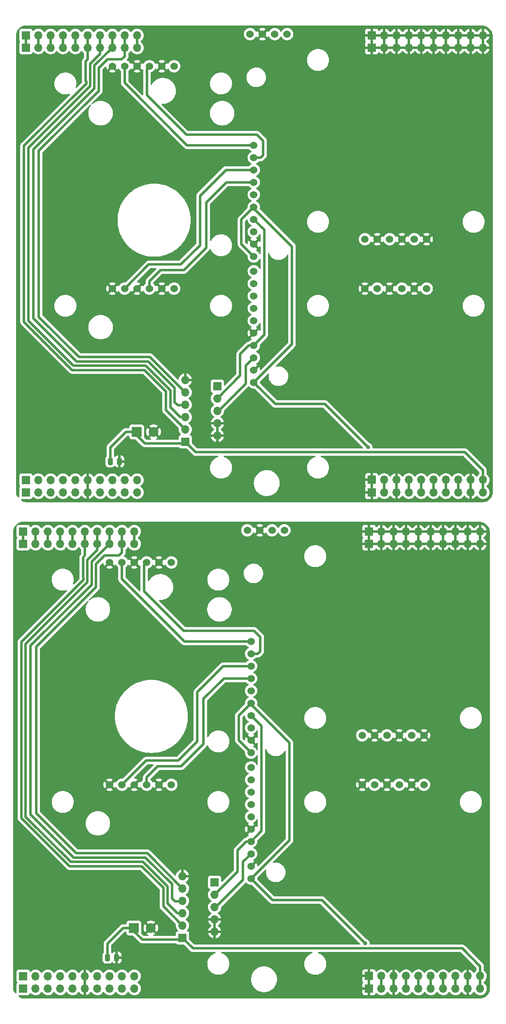
<source format=gbr>
%TF.GenerationSoftware,KiCad,Pcbnew,6.0.7-f9a2dced07~116~ubuntu20.04.1*%
%TF.CreationDate,2022-11-23T13:07:14+01:00*%
%TF.ProjectId,board,626f6172-642e-46b6-9963-61645f706362,rev?*%
%TF.SameCoordinates,Original*%
%TF.FileFunction,Copper,L2,Bot*%
%TF.FilePolarity,Positive*%
%FSLAX46Y46*%
G04 Gerber Fmt 4.6, Leading zero omitted, Abs format (unit mm)*
G04 Created by KiCad (PCBNEW 6.0.7-f9a2dced07~116~ubuntu20.04.1) date 2022-11-23 13:07:14*
%MOMM*%
%LPD*%
G01*
G04 APERTURE LIST*
G04 Aperture macros list*
%AMRoundRect*
0 Rectangle with rounded corners*
0 $1 Rounding radius*
0 $2 $3 $4 $5 $6 $7 $8 $9 X,Y pos of 4 corners*
0 Add a 4 corners polygon primitive as box body*
4,1,4,$2,$3,$4,$5,$6,$7,$8,$9,$2,$3,0*
0 Add four circle primitives for the rounded corners*
1,1,$1+$1,$2,$3*
1,1,$1+$1,$4,$5*
1,1,$1+$1,$6,$7*
1,1,$1+$1,$8,$9*
0 Add four rect primitives between the rounded corners*
20,1,$1+$1,$2,$3,$4,$5,0*
20,1,$1+$1,$4,$5,$6,$7,0*
20,1,$1+$1,$6,$7,$8,$9,0*
20,1,$1+$1,$8,$9,$2,$3,0*%
G04 Aperture macros list end*
%TA.AperFunction,ComponentPad*%
%ADD10C,1.524000*%
%TD*%
%TA.AperFunction,SMDPad,CuDef*%
%ADD11RoundRect,0.250000X-0.250000X-0.475000X0.250000X-0.475000X0.250000X0.475000X-0.250000X0.475000X0*%
%TD*%
%TA.AperFunction,ComponentPad*%
%ADD12O,1.700000X1.700000*%
%TD*%
%TA.AperFunction,ComponentPad*%
%ADD13R,1.700000X1.700000*%
%TD*%
%TA.AperFunction,ComponentPad*%
%ADD14C,2.000000*%
%TD*%
%TA.AperFunction,ComponentPad*%
%ADD15R,2.000000X2.000000*%
%TD*%
%TA.AperFunction,ViaPad*%
%ADD16C,0.800000*%
%TD*%
%TA.AperFunction,Conductor*%
%ADD17C,0.508000*%
%TD*%
G04 APERTURE END LIST*
D10*
%TO.P,AFE3,6,+VIN*%
%TO.N,AFE-3.5V_shield3*%
X291390000Y-34876000D03*
%TO.P,AFE3,5,-VIN*%
%TO.N,GND3*%
X288850000Y-34876000D03*
%TO.P,AFE3,4,+OP1*%
%TO.N,Net-(AFE3-Pad4)*%
X286310000Y-34876000D03*
%TO.P,AFE3,3,-OP1*%
%TO.N,GND3*%
X283770000Y-34876000D03*
%TO.P,AFE3,2,+OP2*%
%TO.N,Net-(AFE3-Pad2)*%
X281230000Y-34876000D03*
%TO.P,AFE3,1,-OP2*%
%TO.N,GND3*%
X278690000Y-34876000D03*
%TD*%
%TO.P,AFE1,6,+VIN*%
%TO.N,AFE-3.5V_shield3*%
X330633000Y-70436000D03*
%TO.P,AFE1,5,-VIN*%
%TO.N,GND3*%
X333173000Y-70436000D03*
%TO.P,AFE1,4,+OP1*%
%TO.N,Net-(AFE1-Pad4)*%
X335713000Y-70436000D03*
%TO.P,AFE1,3,-OP1*%
%TO.N,GND3*%
X338253000Y-70436000D03*
%TO.P,AFE1,2,+OP2*%
%TO.N,Net-(AFE1-Pad2)*%
X340793000Y-70436000D03*
%TO.P,AFE1,1,-OP2*%
%TO.N,GND3*%
X343333000Y-70436000D03*
%TD*%
D11*
%TO.P,C14,2*%
%TO.N,GND3*%
X280148000Y-116156000D03*
%TO.P,C14,1*%
%TO.N,OPC-N3-5V_shield3*%
X278248000Y-116156000D03*
%TD*%
D12*
%TO.P,J24,10,Pin_10*%
%TO.N,unconnected-(J15-Pad10)*%
X283770000Y-122506000D03*
%TO.P,J24,9,Pin_9*%
%TO.N,lora1_shield3*%
X281230000Y-122506000D03*
%TO.P,J24,8,Pin_8*%
%TO.N,lora2_shield3*%
X278690000Y-122506000D03*
%TO.P,J24,7,Pin_7*%
%TO.N,unconnected-(J15-Pad7)*%
X276150000Y-122506000D03*
%TO.P,J24,6,Pin_6*%
%TO.N,GND3*%
X273610000Y-122506000D03*
%TO.P,J24,5,Pin_5*%
%TO.N,5V_en_shield3*%
X271070000Y-122506000D03*
%TO.P,J24,4,Pin_4*%
%TO.N,I2C_SCL_shield3*%
X268530000Y-122506000D03*
%TO.P,J24,3,Pin_3*%
%TO.N,UART_RXD_shield3*%
X265990000Y-122506000D03*
%TO.P,J24,2,Pin_2*%
%TO.N,UART_TXD_shield3*%
X263450000Y-122506000D03*
D13*
%TO.P,J24,1,Pin_1*%
%TO.N,I2C_SDA_shield3*%
X260910000Y-122506000D03*
%TD*%
D14*
%TO.P,C15,2*%
%TO.N,GND3*%
X287176323Y-110060000D03*
D15*
%TO.P,C15,1*%
%TO.N,OPC-N3-5V_shield3*%
X283676323Y-110060000D03*
%TD*%
D13*
%TO.P,J22,1,Pin_1*%
%TO.N,UART_RX_shield3*%
X260350000Y-130556000D03*
D12*
%TO.P,J22,2,Pin_2*%
%TO.N,UART_TX_shield3*%
X262890000Y-130556000D03*
%TO.P,J22,3,Pin_3*%
%TO.N,RESET_shield3*%
X265430000Y-130556000D03*
%TO.P,J22,4,Pin_4*%
%TO.N,ADC_AFE_shield3*%
X267970000Y-130556000D03*
%TO.P,J22,5,Pin_5*%
%TO.N,ADC_BATT_shield3*%
X270510000Y-130556000D03*
%TO.P,J22,6,Pin_6*%
%TO.N,SPI_CSK_shield3*%
X273050000Y-130556000D03*
%TO.P,J22,7,Pin_7*%
%TO.N,SPI_MISO_shield3*%
X275590000Y-130556000D03*
%TO.P,J22,8,Pin_8*%
%TO.N,SPI_MOSI_shield3*%
X278130000Y-130556000D03*
%TO.P,J22,9,Pin_9*%
%TO.N,SPI_CS_shield3*%
X280670000Y-130556000D03*
%TO.P,J22,10,Pin_10*%
%TO.N,ADC_OPC-N3_shield3*%
X283210000Y-130556000D03*
%TD*%
D10*
%TO.P,AFE2,6,+VIN*%
%TO.N,AFE-3.5V_shield3*%
X343333000Y-80596000D03*
%TO.P,AFE2,5,-VIN*%
%TO.N,GND3*%
X340793000Y-80596000D03*
%TO.P,AFE2,4,+OP1*%
%TO.N,Net-(AFE2-Pad4)*%
X338253000Y-80596000D03*
%TO.P,AFE2,3,-OP1*%
%TO.N,GND3*%
X335713000Y-80596000D03*
%TO.P,AFE2,2,+OP2*%
%TO.N,Net-(AFE2-Pad2)*%
X333173000Y-80596000D03*
%TO.P,AFE2,1,-OP2*%
%TO.N,GND3*%
X330633000Y-80596000D03*
%TD*%
%TO.P,U11,1,VCC*%
%TO.N,+3V3*%
X307221000Y-201930000D03*
%TO.P,U11,2,GND*%
%TO.N,GND3*%
X307221000Y-199390000D03*
%TO.P,U11,3,SCL*%
%TO.N,I2C_SCL_shield3*%
X307221000Y-196850000D03*
%TO.P,U11,4,SDA*%
%TO.N,I2C_SDA_shield3*%
X307221000Y-194310000D03*
%TO.P,U11,5,ADDR*%
%TO.N,GND3*%
X307221000Y-191770000D03*
%TO.P,U11,6,ALERT*%
%TO.N,unconnected-(U11-Pad6)*%
X307221000Y-189230000D03*
%TO.P,U11,7,A0*%
%TO.N,Net-(AFE2-Pad4)*%
X307221000Y-186690000D03*
%TO.P,U11,8,A1*%
%TO.N,Net-(AFE2-Pad2)*%
X307221000Y-184150000D03*
%TO.P,U11,9,A2*%
%TO.N,Net-(AFE1-Pad4)*%
X307221000Y-181610000D03*
%TO.P,U11,10,A3*%
%TO.N,Net-(AFE1-Pad2)*%
X307221000Y-179070000D03*
%TD*%
D12*
%TO.P,J23,10,Pin_10*%
%TO.N,OPC-N3-5V_shield3*%
X354890000Y-122506000D03*
%TO.P,J23,9,Pin_9*%
%TO.N,GND3*%
X352350000Y-122506000D03*
%TO.P,J23,8,Pin_8*%
%TO.N,V_IN+_shield3*%
X349810000Y-122506000D03*
%TO.P,J23,7,Pin_7*%
%TO.N,V_IN-_shield3*%
X347270000Y-122506000D03*
%TO.P,J23,6,Pin_6*%
%TO.N,Battery_+_shield3*%
X344730000Y-122506000D03*
%TO.P,J23,5,Pin_5*%
%TO.N,AFE-3.5V_shield3*%
X342190000Y-122506000D03*
%TO.P,J23,4,Pin_4*%
%TO.N,+5F*%
X339650000Y-122506000D03*
%TO.P,J23,3,Pin_3*%
%TO.N,GND3*%
X337110000Y-122506000D03*
%TO.P,J23,2,Pin_2*%
%TO.N,+3V3*%
X334570000Y-122506000D03*
D13*
%TO.P,J23,1,Pin_1*%
%TO.N,GND3*%
X332030000Y-122506000D03*
%TD*%
D12*
%TO.P,J21,10,Pin_10*%
%TO.N,GND3*%
X354890000Y-28526000D03*
%TO.P,J21,9,Pin_9*%
X352350000Y-28526000D03*
%TO.P,J21,8,Pin_8*%
X349810000Y-28526000D03*
%TO.P,J21,7,Pin_7*%
X347270000Y-28526000D03*
%TO.P,J21,6,Pin_6*%
X344730000Y-28526000D03*
%TO.P,J21,5,Pin_5*%
X342190000Y-28526000D03*
%TO.P,J21,4,Pin_4*%
X339650000Y-28526000D03*
%TO.P,J21,3,Pin_3*%
X337110000Y-28526000D03*
%TO.P,J21,2,Pin_2*%
X334570000Y-28526000D03*
D13*
%TO.P,J21,1,Pin_1*%
X332030000Y-28526000D03*
%TD*%
%TO.P,J23,1,Pin_1*%
%TO.N,GND3*%
X331470000Y-224536000D03*
D12*
%TO.P,J23,2,Pin_2*%
%TO.N,+3V3*%
X334010000Y-224536000D03*
%TO.P,J23,3,Pin_3*%
%TO.N,GND3*%
X336550000Y-224536000D03*
%TO.P,J23,4,Pin_4*%
%TO.N,+5F*%
X339090000Y-224536000D03*
%TO.P,J23,5,Pin_5*%
%TO.N,AFE-3.5V_shield3*%
X341630000Y-224536000D03*
%TO.P,J23,6,Pin_6*%
%TO.N,Battery_+_shield3*%
X344170000Y-224536000D03*
%TO.P,J23,7,Pin_7*%
%TO.N,V_IN-_shield3*%
X346710000Y-224536000D03*
%TO.P,J23,8,Pin_8*%
%TO.N,V_IN+_shield3*%
X349250000Y-224536000D03*
%TO.P,J23,9,Pin_9*%
%TO.N,GND3*%
X351790000Y-224536000D03*
%TO.P,J23,10,Pin_10*%
%TO.N,OPC-N3-5V_shield3*%
X354330000Y-224536000D03*
%TD*%
%TO.P,J3,10,Pin_10*%
%TO.N,GND3*%
X354890000Y-31066000D03*
%TO.P,J3,9,Pin_9*%
X352350000Y-31066000D03*
%TO.P,J3,8,Pin_8*%
X349810000Y-31066000D03*
%TO.P,J3,7,Pin_7*%
X347270000Y-31066000D03*
%TO.P,J3,6,Pin_6*%
X344730000Y-31066000D03*
%TO.P,J3,5,Pin_5*%
X342190000Y-31066000D03*
%TO.P,J3,4,Pin_4*%
X339650000Y-31066000D03*
%TO.P,J3,3,Pin_3*%
X337110000Y-31066000D03*
%TO.P,J3,2,Pin_2*%
X334570000Y-31066000D03*
D13*
%TO.P,J3,1,Pin_1*%
X332030000Y-31066000D03*
%TD*%
D10*
%TO.P,AFE3,1,-OP2*%
%TO.N,GND3*%
X278130000Y-136906000D03*
%TO.P,AFE3,2,+OP2*%
%TO.N,Net-(AFE3-Pad2)*%
X280670000Y-136906000D03*
%TO.P,AFE3,3,-OP1*%
%TO.N,GND3*%
X283210000Y-136906000D03*
%TO.P,AFE3,4,+OP1*%
%TO.N,Net-(AFE3-Pad4)*%
X285750000Y-136906000D03*
%TO.P,AFE3,5,-VIN*%
%TO.N,GND3*%
X288290000Y-136906000D03*
%TO.P,AFE3,6,+VIN*%
%TO.N,AFE-3.5V_shield3*%
X290830000Y-136906000D03*
%TD*%
%TO.P,U11,10,A3*%
%TO.N,Net-(AFE1-Pad2)*%
X307781000Y-77040000D03*
%TO.P,U11,9,A2*%
%TO.N,Net-(AFE1-Pad4)*%
X307781000Y-79580000D03*
%TO.P,U11,8,A1*%
%TO.N,Net-(AFE2-Pad2)*%
X307781000Y-82120000D03*
%TO.P,U11,7,A0*%
%TO.N,Net-(AFE2-Pad4)*%
X307781000Y-84660000D03*
%TO.P,U11,6,ALERT*%
%TO.N,unconnected-(U11-Pad6)*%
X307781000Y-87200000D03*
%TO.P,U11,5,ADDR*%
%TO.N,GND3*%
X307781000Y-89740000D03*
%TO.P,U11,4,SDA*%
%TO.N,I2C_SDA_shield3*%
X307781000Y-92280000D03*
%TO.P,U11,3,SCL*%
%TO.N,I2C_SCL_shield3*%
X307781000Y-94820000D03*
%TO.P,U11,2,GND*%
%TO.N,GND3*%
X307781000Y-97360000D03*
%TO.P,U11,1,VCC*%
%TO.N,+3V3*%
X307781000Y-99900000D03*
%TD*%
%TO.P,U10,4,SDA*%
%TO.N,I2C_SDA_shield3*%
X314631000Y-28272000D03*
%TO.P,U10,3,SCL*%
%TO.N,I2C_SCL_shield3*%
X312091000Y-28272000D03*
%TO.P,U10,2,GND*%
%TO.N,GND3*%
X309551000Y-28272000D03*
%TO.P,U10,1,VCC*%
%TO.N,+3V3*%
X307011000Y-28272000D03*
%TD*%
D13*
%TO.P,J24,1,Pin_1*%
%TO.N,I2C_SDA_shield3*%
X260350000Y-224536000D03*
D12*
%TO.P,J24,2,Pin_2*%
%TO.N,UART_TXD_shield3*%
X262890000Y-224536000D03*
%TO.P,J24,3,Pin_3*%
%TO.N,UART_RXD_shield3*%
X265430000Y-224536000D03*
%TO.P,J24,4,Pin_4*%
%TO.N,I2C_SCL_shield3*%
X267970000Y-224536000D03*
%TO.P,J24,5,Pin_5*%
%TO.N,5V_en_shield3*%
X270510000Y-224536000D03*
%TO.P,J24,6,Pin_6*%
%TO.N,GND3*%
X273050000Y-224536000D03*
%TO.P,J24,7,Pin_7*%
%TO.N,unconnected-(J15-Pad7)*%
X275590000Y-224536000D03*
%TO.P,J24,8,Pin_8*%
%TO.N,lora2_shield3*%
X278130000Y-224536000D03*
%TO.P,J24,9,Pin_9*%
%TO.N,lora1_shield3*%
X280670000Y-224536000D03*
%TO.P,J24,10,Pin_10*%
%TO.N,unconnected-(J15-Pad10)*%
X283210000Y-224536000D03*
%TD*%
%TO.P,J15,10,Pin_10*%
%TO.N,unconnected-(J15-Pad10)*%
X283770000Y-119966000D03*
%TO.P,J15,9,Pin_9*%
%TO.N,lora1_shield3*%
X281230000Y-119966000D03*
%TO.P,J15,8,Pin_8*%
%TO.N,lora2_shield3*%
X278690000Y-119966000D03*
%TO.P,J15,7,Pin_7*%
%TO.N,unconnected-(J15-Pad7)*%
X276150000Y-119966000D03*
%TO.P,J15,6,Pin_6*%
%TO.N,GND3*%
X273610000Y-119966000D03*
%TO.P,J15,5,Pin_5*%
%TO.N,5V_en_shield3*%
X271070000Y-119966000D03*
%TO.P,J15,4,Pin_4*%
%TO.N,I2C_SCL_shield3*%
X268530000Y-119966000D03*
%TO.P,J15,3,Pin_3*%
%TO.N,UART_RXD_shield3*%
X265990000Y-119966000D03*
%TO.P,J15,2,Pin_2*%
%TO.N,UART_TXD_shield3*%
X263450000Y-119966000D03*
D13*
%TO.P,J15,1,Pin_1*%
%TO.N,I2C_SDA_shield3*%
X260910000Y-119966000D03*
%TD*%
D12*
%TO.P,J5,10,Pin_10*%
%TO.N,ADC_OPC-N3_shield3*%
X283770000Y-31066000D03*
%TO.P,J5,9,Pin_9*%
%TO.N,SPI_CS_shield3*%
X281230000Y-31066000D03*
%TO.P,J5,8,Pin_8*%
%TO.N,SPI_MOSI_shield3*%
X278690000Y-31066000D03*
%TO.P,J5,7,Pin_7*%
%TO.N,SPI_MISO_shield3*%
X276150000Y-31066000D03*
%TO.P,J5,6,Pin_6*%
%TO.N,SPI_CSK_shield3*%
X273610000Y-31066000D03*
%TO.P,J5,5,Pin_5*%
%TO.N,ADC_BATT_shield3*%
X271070000Y-31066000D03*
%TO.P,J5,4,Pin_4*%
%TO.N,ADC_AFE_shield3*%
X268530000Y-31066000D03*
%TO.P,J5,3,Pin_3*%
%TO.N,RESET_shield3*%
X265990000Y-31066000D03*
%TO.P,J5,2,Pin_2*%
%TO.N,UART_TX_shield3*%
X263450000Y-31066000D03*
D13*
%TO.P,J5,1,Pin_1*%
%TO.N,UART_RX_shield3*%
X260910000Y-31066000D03*
%TD*%
D12*
%TO.P,J14,10,Pin_10*%
%TO.N,OPC-N3-5V_shield3*%
X354890000Y-119941000D03*
%TO.P,J14,9,Pin_9*%
%TO.N,GND3*%
X352350000Y-119941000D03*
%TO.P,J14,8,Pin_8*%
%TO.N,V_IN+_shield3*%
X349810000Y-119941000D03*
%TO.P,J14,7,Pin_7*%
%TO.N,V_IN-_shield3*%
X347270000Y-119941000D03*
%TO.P,J14,6,Pin_6*%
%TO.N,Battery_+_shield3*%
X344730000Y-119941000D03*
%TO.P,J14,5,Pin_5*%
%TO.N,AFE-3.5V_shield3*%
X342190000Y-119941000D03*
%TO.P,J14,4,Pin_4*%
%TO.N,+5F*%
X339650000Y-119941000D03*
%TO.P,J14,3,Pin_3*%
%TO.N,GND3*%
X337110000Y-119941000D03*
%TO.P,J14,2,Pin_2*%
%TO.N,+3V3*%
X334570000Y-119941000D03*
D13*
%TO.P,J14,1,Pin_1*%
%TO.N,GND3*%
X332030000Y-119941000D03*
%TD*%
D12*
%TO.P,J13,5,Pin_5*%
%TO.N,GND3*%
X300280000Y-110827000D03*
%TO.P,J13,4,Pin_4*%
X300280000Y-108287000D03*
%TO.P,J13,3,Pin_3*%
%TO.N,I2C_SCL_shield3*%
X300280000Y-105747000D03*
%TO.P,J13,2,Pin_2*%
%TO.N,I2C_SDA_shield3*%
X300280000Y-103207000D03*
D13*
%TO.P,J13,1,Pin_1*%
%TO.N,OPC-N3-5V_shield3*%
X300280000Y-100667000D03*
%TD*%
D12*
%TO.P,J20,6,Pin_6*%
%TO.N,GND3*%
X293676000Y-99392000D03*
%TO.P,J20,5,Pin_5*%
%TO.N,SPI_CS_shield3*%
X293676000Y-101932000D03*
%TO.P,J20,4,Pin_4*%
%TO.N,SPI_MOSI_shield3*%
X293676000Y-104472000D03*
%TO.P,J20,3,Pin_3*%
%TO.N,SPI_MISO_shield3*%
X293676000Y-107012000D03*
%TO.P,J20,2,Pin_2*%
%TO.N,SPI_CSK_shield3*%
X293676000Y-109552000D03*
D13*
%TO.P,J20,1,Pin_1*%
%TO.N,OPC-N3-5V_shield3*%
X293676000Y-112092000D03*
%TD*%
D10*
%TO.P,AFE4,6,+VIN*%
%TO.N,AFE-3.5V_shield3*%
X291390000Y-80596000D03*
%TO.P,AFE4,5,-VIN*%
%TO.N,GND3*%
X288850000Y-80596000D03*
%TO.P,AFE4,4,+OP1*%
%TO.N,Net-(AFE4-Pad4)*%
X286310000Y-80596000D03*
%TO.P,AFE4,3,-OP1*%
%TO.N,GND3*%
X283770000Y-80596000D03*
%TO.P,AFE4,2,+OP2*%
%TO.N,Net-(AFE4-Pad2)*%
X281230000Y-80596000D03*
%TO.P,AFE4,1,-OP2*%
%TO.N,GND3*%
X278690000Y-80596000D03*
%TD*%
%TO.P,U8,10,A3*%
%TO.N,Net-(AFE3-Pad2)*%
X307781000Y-51132000D03*
%TO.P,U8,9,A2*%
%TO.N,Net-(AFE3-Pad4)*%
X307781000Y-53672000D03*
%TO.P,U8,8,A1*%
%TO.N,Net-(AFE4-Pad2)*%
X307781000Y-56212000D03*
%TO.P,U8,7,A0*%
%TO.N,Net-(AFE4-Pad4)*%
X307781000Y-58752000D03*
%TO.P,U8,6,ALERT*%
%TO.N,unconnected-(U8-Pad6)*%
X307781000Y-61292000D03*
%TO.P,U8,5,ADDR*%
%TO.N,+3V3*%
X307781000Y-63832000D03*
%TO.P,U8,4,SDA*%
%TO.N,I2C_SDA_shield3*%
X307781000Y-66372000D03*
%TO.P,U8,3,SCL*%
%TO.N,I2C_SCL_shield3*%
X307781000Y-68912000D03*
%TO.P,U8,2,GND*%
%TO.N,GND3*%
X307781000Y-71452000D03*
%TO.P,U8,1,VCC*%
%TO.N,+3V3*%
X307781000Y-73992000D03*
%TD*%
D12*
%TO.P,J22,10,Pin_10*%
%TO.N,ADC_OPC-N3_shield3*%
X283770000Y-28526000D03*
%TO.P,J22,9,Pin_9*%
%TO.N,SPI_CS_shield3*%
X281230000Y-28526000D03*
%TO.P,J22,8,Pin_8*%
%TO.N,SPI_MOSI_shield3*%
X278690000Y-28526000D03*
%TO.P,J22,7,Pin_7*%
%TO.N,SPI_MISO_shield3*%
X276150000Y-28526000D03*
%TO.P,J22,6,Pin_6*%
%TO.N,SPI_CSK_shield3*%
X273610000Y-28526000D03*
%TO.P,J22,5,Pin_5*%
%TO.N,ADC_BATT_shield3*%
X271070000Y-28526000D03*
%TO.P,J22,4,Pin_4*%
%TO.N,ADC_AFE_shield3*%
X268530000Y-28526000D03*
%TO.P,J22,3,Pin_3*%
%TO.N,RESET_shield3*%
X265990000Y-28526000D03*
%TO.P,J22,2,Pin_2*%
%TO.N,UART_TX_shield3*%
X263450000Y-28526000D03*
D13*
%TO.P,J22,1,Pin_1*%
%TO.N,UART_RX_shield3*%
X260910000Y-28526000D03*
%TD*%
%TO.P,J20,1,Pin_1*%
%TO.N,OPC-N3-5V_shield3*%
X293116000Y-214122000D03*
D12*
%TO.P,J20,2,Pin_2*%
%TO.N,SPI_CSK_shield3*%
X293116000Y-211582000D03*
%TO.P,J20,3,Pin_3*%
%TO.N,SPI_MISO_shield3*%
X293116000Y-209042000D03*
%TO.P,J20,4,Pin_4*%
%TO.N,SPI_MOSI_shield3*%
X293116000Y-206502000D03*
%TO.P,J20,5,Pin_5*%
%TO.N,SPI_CS_shield3*%
X293116000Y-203962000D03*
%TO.P,J20,6,Pin_6*%
%TO.N,GND3*%
X293116000Y-201422000D03*
%TD*%
D10*
%TO.P,AFE2,1,-OP2*%
%TO.N,GND3*%
X330073000Y-182626000D03*
%TO.P,AFE2,2,+OP2*%
%TO.N,Net-(AFE2-Pad2)*%
X332613000Y-182626000D03*
%TO.P,AFE2,3,-OP1*%
%TO.N,GND3*%
X335153000Y-182626000D03*
%TO.P,AFE2,4,+OP1*%
%TO.N,Net-(AFE2-Pad4)*%
X337693000Y-182626000D03*
%TO.P,AFE2,5,-VIN*%
%TO.N,GND3*%
X340233000Y-182626000D03*
%TO.P,AFE2,6,+VIN*%
%TO.N,AFE-3.5V_shield3*%
X342773000Y-182626000D03*
%TD*%
D13*
%TO.P,J13,1,Pin_1*%
%TO.N,OPC-N3-5V_shield3*%
X299720000Y-202697000D03*
D12*
%TO.P,J13,2,Pin_2*%
%TO.N,I2C_SDA_shield3*%
X299720000Y-205237000D03*
%TO.P,J13,3,Pin_3*%
%TO.N,I2C_SCL_shield3*%
X299720000Y-207777000D03*
%TO.P,J13,4,Pin_4*%
%TO.N,GND3*%
X299720000Y-210317000D03*
%TO.P,J13,5,Pin_5*%
X299720000Y-212857000D03*
%TD*%
D10*
%TO.P,AFE4,1,-OP2*%
%TO.N,GND3*%
X278130000Y-182626000D03*
%TO.P,AFE4,2,+OP2*%
%TO.N,Net-(AFE4-Pad2)*%
X280670000Y-182626000D03*
%TO.P,AFE4,3,-OP1*%
%TO.N,GND3*%
X283210000Y-182626000D03*
%TO.P,AFE4,4,+OP1*%
%TO.N,Net-(AFE4-Pad4)*%
X285750000Y-182626000D03*
%TO.P,AFE4,5,-VIN*%
%TO.N,GND3*%
X288290000Y-182626000D03*
%TO.P,AFE4,6,+VIN*%
%TO.N,AFE-3.5V_shield3*%
X290830000Y-182626000D03*
%TD*%
D15*
%TO.P,C15,1*%
%TO.N,OPC-N3-5V_shield3*%
X283116323Y-212090000D03*
D14*
%TO.P,C15,2*%
%TO.N,GND3*%
X286616323Y-212090000D03*
%TD*%
D13*
%TO.P,J14,1,Pin_1*%
%TO.N,GND3*%
X331470000Y-221971000D03*
D12*
%TO.P,J14,2,Pin_2*%
%TO.N,+3V3*%
X334010000Y-221971000D03*
%TO.P,J14,3,Pin_3*%
%TO.N,GND3*%
X336550000Y-221971000D03*
%TO.P,J14,4,Pin_4*%
%TO.N,+5F*%
X339090000Y-221971000D03*
%TO.P,J14,5,Pin_5*%
%TO.N,AFE-3.5V_shield3*%
X341630000Y-221971000D03*
%TO.P,J14,6,Pin_6*%
%TO.N,Battery_+_shield3*%
X344170000Y-221971000D03*
%TO.P,J14,7,Pin_7*%
%TO.N,V_IN-_shield3*%
X346710000Y-221971000D03*
%TO.P,J14,8,Pin_8*%
%TO.N,V_IN+_shield3*%
X349250000Y-221971000D03*
%TO.P,J14,9,Pin_9*%
%TO.N,GND3*%
X351790000Y-221971000D03*
%TO.P,J14,10,Pin_10*%
%TO.N,OPC-N3-5V_shield3*%
X354330000Y-221971000D03*
%TD*%
D13*
%TO.P,J5,1,Pin_1*%
%TO.N,UART_RX_shield3*%
X260350000Y-133096000D03*
D12*
%TO.P,J5,2,Pin_2*%
%TO.N,UART_TX_shield3*%
X262890000Y-133096000D03*
%TO.P,J5,3,Pin_3*%
%TO.N,RESET_shield3*%
X265430000Y-133096000D03*
%TO.P,J5,4,Pin_4*%
%TO.N,ADC_AFE_shield3*%
X267970000Y-133096000D03*
%TO.P,J5,5,Pin_5*%
%TO.N,ADC_BATT_shield3*%
X270510000Y-133096000D03*
%TO.P,J5,6,Pin_6*%
%TO.N,SPI_CSK_shield3*%
X273050000Y-133096000D03*
%TO.P,J5,7,Pin_7*%
%TO.N,SPI_MISO_shield3*%
X275590000Y-133096000D03*
%TO.P,J5,8,Pin_8*%
%TO.N,SPI_MOSI_shield3*%
X278130000Y-133096000D03*
%TO.P,J5,9,Pin_9*%
%TO.N,SPI_CS_shield3*%
X280670000Y-133096000D03*
%TO.P,J5,10,Pin_10*%
%TO.N,ADC_OPC-N3_shield3*%
X283210000Y-133096000D03*
%TD*%
D10*
%TO.P,U10,1,VCC*%
%TO.N,+3V3*%
X306451000Y-130302000D03*
%TO.P,U10,2,GND*%
%TO.N,GND3*%
X308991000Y-130302000D03*
%TO.P,U10,3,SCL*%
%TO.N,I2C_SCL_shield3*%
X311531000Y-130302000D03*
%TO.P,U10,4,SDA*%
%TO.N,I2C_SDA_shield3*%
X314071000Y-130302000D03*
%TD*%
D13*
%TO.P,J21,1,Pin_1*%
%TO.N,GND3*%
X331470000Y-130556000D03*
D12*
%TO.P,J21,2,Pin_2*%
X334010000Y-130556000D03*
%TO.P,J21,3,Pin_3*%
X336550000Y-130556000D03*
%TO.P,J21,4,Pin_4*%
X339090000Y-130556000D03*
%TO.P,J21,5,Pin_5*%
X341630000Y-130556000D03*
%TO.P,J21,6,Pin_6*%
X344170000Y-130556000D03*
%TO.P,J21,7,Pin_7*%
X346710000Y-130556000D03*
%TO.P,J21,8,Pin_8*%
X349250000Y-130556000D03*
%TO.P,J21,9,Pin_9*%
X351790000Y-130556000D03*
%TO.P,J21,10,Pin_10*%
X354330000Y-130556000D03*
%TD*%
D10*
%TO.P,AFE1,1,-OP2*%
%TO.N,GND3*%
X342773000Y-172466000D03*
%TO.P,AFE1,2,+OP2*%
%TO.N,Net-(AFE1-Pad2)*%
X340233000Y-172466000D03*
%TO.P,AFE1,3,-OP1*%
%TO.N,GND3*%
X337693000Y-172466000D03*
%TO.P,AFE1,4,+OP1*%
%TO.N,Net-(AFE1-Pad4)*%
X335153000Y-172466000D03*
%TO.P,AFE1,5,-VIN*%
%TO.N,GND3*%
X332613000Y-172466000D03*
%TO.P,AFE1,6,+VIN*%
%TO.N,AFE-3.5V_shield3*%
X330073000Y-172466000D03*
%TD*%
%TO.P,U8,1,VCC*%
%TO.N,+3V3*%
X307221000Y-176022000D03*
%TO.P,U8,2,GND*%
%TO.N,GND3*%
X307221000Y-173482000D03*
%TO.P,U8,3,SCL*%
%TO.N,I2C_SCL_shield3*%
X307221000Y-170942000D03*
%TO.P,U8,4,SDA*%
%TO.N,I2C_SDA_shield3*%
X307221000Y-168402000D03*
%TO.P,U8,5,ADDR*%
%TO.N,+3V3*%
X307221000Y-165862000D03*
%TO.P,U8,6,ALERT*%
%TO.N,unconnected-(U8-Pad6)*%
X307221000Y-163322000D03*
%TO.P,U8,7,A0*%
%TO.N,Net-(AFE4-Pad4)*%
X307221000Y-160782000D03*
%TO.P,U8,8,A1*%
%TO.N,Net-(AFE4-Pad2)*%
X307221000Y-158242000D03*
%TO.P,U8,9,A2*%
%TO.N,Net-(AFE3-Pad4)*%
X307221000Y-155702000D03*
%TO.P,U8,10,A3*%
%TO.N,Net-(AFE3-Pad2)*%
X307221000Y-153162000D03*
%TD*%
D13*
%TO.P,J15,1,Pin_1*%
%TO.N,I2C_SDA_shield3*%
X260350000Y-221996000D03*
D12*
%TO.P,J15,2,Pin_2*%
%TO.N,UART_TXD_shield3*%
X262890000Y-221996000D03*
%TO.P,J15,3,Pin_3*%
%TO.N,UART_RXD_shield3*%
X265430000Y-221996000D03*
%TO.P,J15,4,Pin_4*%
%TO.N,I2C_SCL_shield3*%
X267970000Y-221996000D03*
%TO.P,J15,5,Pin_5*%
%TO.N,5V_en_shield3*%
X270510000Y-221996000D03*
%TO.P,J15,6,Pin_6*%
%TO.N,GND3*%
X273050000Y-221996000D03*
%TO.P,J15,7,Pin_7*%
%TO.N,unconnected-(J15-Pad7)*%
X275590000Y-221996000D03*
%TO.P,J15,8,Pin_8*%
%TO.N,lora2_shield3*%
X278130000Y-221996000D03*
%TO.P,J15,9,Pin_9*%
%TO.N,lora1_shield3*%
X280670000Y-221996000D03*
%TO.P,J15,10,Pin_10*%
%TO.N,unconnected-(J15-Pad10)*%
X283210000Y-221996000D03*
%TD*%
D11*
%TO.P,C14,1*%
%TO.N,OPC-N3-5V_shield3*%
X277688000Y-218186000D03*
%TO.P,C14,2*%
%TO.N,GND3*%
X279588000Y-218186000D03*
%TD*%
D13*
%TO.P,J3,1,Pin_1*%
%TO.N,GND3*%
X331470000Y-133096000D03*
D12*
%TO.P,J3,2,Pin_2*%
X334010000Y-133096000D03*
%TO.P,J3,3,Pin_3*%
X336550000Y-133096000D03*
%TO.P,J3,4,Pin_4*%
X339090000Y-133096000D03*
%TO.P,J3,5,Pin_5*%
X341630000Y-133096000D03*
%TO.P,J3,6,Pin_6*%
X344170000Y-133096000D03*
%TO.P,J3,7,Pin_7*%
X346710000Y-133096000D03*
%TO.P,J3,8,Pin_8*%
X349250000Y-133096000D03*
%TO.P,J3,9,Pin_9*%
X351790000Y-133096000D03*
%TO.P,J3,10,Pin_10*%
X354330000Y-133096000D03*
%TD*%
D16*
%TO.N,+3V3*%
X331268000Y-113235000D03*
X330708000Y-215265000D03*
%TD*%
D17*
%TO.N,SPI_MISO_shield3*%
X275590000Y-133096000D02*
X275590000Y-130556000D01*
%TO.N,OPC-N3-5V_shield3*%
X354330000Y-219964000D02*
X354330000Y-221971000D01*
%TO.N,Net-(AFE3-Pad2)*%
X280670000Y-136906000D02*
X280670000Y-140335000D01*
%TO.N,OPC-N3-5V_shield3*%
X293116000Y-214122000D02*
X295275000Y-216281000D01*
%TO.N,I2C_SDA_shield3*%
X304419000Y-196088000D02*
X306197000Y-194310000D01*
%TO.N,Net-(AFE3-Pad4)*%
X285242000Y-137414000D02*
X285242000Y-142875000D01*
%TO.N,OPC-N3-5V_shield3*%
X350647000Y-216281000D02*
X354330000Y-219964000D01*
%TO.N,Net-(AFE3-Pad2)*%
X294057000Y-51132000D02*
X307781000Y-51132000D01*
X281230000Y-34876000D02*
X281230000Y-38305000D01*
X281230000Y-38305000D02*
X294057000Y-51132000D01*
%TO.N,Net-(AFE3-Pad4)*%
X285802000Y-40845000D02*
X293930000Y-48973000D01*
X308408000Y-48973000D02*
X309678000Y-50243000D01*
X309678000Y-50243000D02*
X309678000Y-53164000D01*
X285802000Y-35384000D02*
X285802000Y-40845000D01*
X309170000Y-53672000D02*
X307781000Y-53672000D01*
X286310000Y-34876000D02*
X285802000Y-35384000D01*
X309678000Y-53164000D02*
X309170000Y-53672000D01*
X293930000Y-48973000D02*
X308408000Y-48973000D01*
%TO.N,OPC-N3-5V_shield3*%
X281484000Y-110060000D02*
X283676323Y-110060000D01*
X354890000Y-117934000D02*
X354890000Y-119941000D01*
X285421000Y-112473000D02*
X293295000Y-112473000D01*
X351207000Y-114251000D02*
X354890000Y-117934000D01*
X283676323Y-110728323D02*
X285421000Y-112473000D01*
X293676000Y-112092000D02*
X295835000Y-114251000D01*
X278248000Y-113296000D02*
X281484000Y-110060000D01*
%TO.N,Net-(AFE3-Pad2)*%
X293497000Y-153162000D02*
X307221000Y-153162000D01*
%TO.N,SPI_CSK_shield3*%
X272796000Y-140462000D02*
X259969000Y-153289000D01*
%TO.N,Net-(AFE3-Pad4)*%
X293370000Y-151003000D02*
X307848000Y-151003000D01*
%TO.N,SPI_MISO_shield3*%
X273558000Y-140970000D02*
X273558000Y-136398000D01*
%TO.N,Net-(AFE4-Pad2)*%
X296164000Y-163576000D02*
X296164000Y-173736000D01*
%TO.N,SPI_MISO_shield3*%
X260858000Y-189230000D02*
X260858000Y-153670000D01*
%TO.N,+3V3*%
X307781000Y-64094000D02*
X315647000Y-71960000D01*
X305233000Y-71444000D02*
X307781000Y-73992000D01*
X305233000Y-66380000D02*
X305233000Y-71444000D01*
%TO.N,I2C_SDA_shield3*%
X307781000Y-92280000D02*
X309932000Y-90129000D01*
X306757000Y-92280000D02*
X307781000Y-92280000D01*
X309932000Y-68523000D02*
X307781000Y-66372000D01*
X304979000Y-94058000D02*
X306757000Y-92280000D01*
X300280000Y-103207000D02*
X304979000Y-98508000D01*
X309932000Y-90129000D02*
X309932000Y-68523000D01*
%TO.N,I2C_SCL_shield3*%
X299969000Y-207777000D02*
X305562000Y-202184000D01*
X305562000Y-202184000D02*
X305562000Y-198509000D01*
X305562000Y-198509000D02*
X307221000Y-196850000D01*
%TO.N,Net-(AFE4-Pad4)*%
X297434000Y-164973000D02*
X301625000Y-160782000D01*
%TO.N,UART_RX_shield3*%
X260350000Y-133096000D02*
X260350000Y-130556000D01*
%TO.N,UART_TX_shield3*%
X262890000Y-130556000D02*
X262890000Y-133096000D01*
%TO.N,RESET_shield3*%
X265430000Y-133096000D02*
X265430000Y-130556000D01*
%TO.N,ADC_AFE_shield3*%
X267970000Y-130556000D02*
X267970000Y-133096000D01*
%TO.N,+5F*%
X339090000Y-221971000D02*
X339090000Y-224536000D01*
%TO.N,Battery_+_shield3*%
X344170000Y-221971000D02*
X344170000Y-224536000D01*
%TO.N,ADC_BATT_shield3*%
X271070000Y-31066000D02*
X271070000Y-28526000D01*
%TO.N,SPI_CSK_shield3*%
X273229000Y-33860000D02*
X273229000Y-37924000D01*
X270435000Y-97360000D02*
X285294000Y-97360000D01*
X273356000Y-38432000D02*
X260529000Y-51259000D01*
X289739000Y-101805000D02*
X289739000Y-105615000D01*
X273229000Y-37924000D02*
X273356000Y-38051000D01*
X273610000Y-31066000D02*
X273610000Y-33479000D01*
X273610000Y-33479000D02*
X273229000Y-33860000D01*
X273610000Y-28526000D02*
X273610000Y-31066000D01*
X273356000Y-38051000D02*
X273356000Y-38432000D01*
X260529000Y-51259000D02*
X260529000Y-87454000D01*
X260529000Y-87454000D02*
X270435000Y-97360000D01*
X289739000Y-105615000D02*
X293676000Y-109552000D01*
X285294000Y-97360000D02*
X289739000Y-101805000D01*
%TO.N,SPI_MISO_shield3*%
X261418000Y-51640000D02*
X274118000Y-38940000D01*
X261418000Y-87200000D02*
X261418000Y-51640000D01*
X276150000Y-31066000D02*
X276150000Y-28526000D01*
X274118000Y-34368000D02*
X276150000Y-32336000D01*
X292660000Y-107012000D02*
X290628000Y-104980000D01*
X270689000Y-96471000D02*
X261418000Y-87200000D01*
%TO.N,+3V3*%
X315087000Y-173990000D02*
X315087000Y-194064000D01*
%TO.N,SPI_MISO_shield3*%
X290628000Y-101551000D02*
X285548000Y-96471000D01*
X290628000Y-104980000D02*
X290628000Y-101551000D01*
X274118000Y-38940000D02*
X274118000Y-34368000D01*
X293676000Y-107012000D02*
X292660000Y-107012000D01*
X285548000Y-96471000D02*
X270689000Y-96471000D01*
X276150000Y-32336000D02*
X276150000Y-31066000D01*
%TO.N,I2C_SDA_shield3*%
X304979000Y-98508000D02*
X304979000Y-94058000D01*
%TO.N,SPI_MISO_shield3*%
X273558000Y-136398000D02*
X275590000Y-134366000D01*
%TO.N,+3V3*%
X321818000Y-206375000D02*
X311666000Y-206375000D01*
X322378000Y-104345000D02*
X312226000Y-104345000D01*
X334570000Y-122506000D02*
X334570000Y-119941000D01*
X307781000Y-63832000D02*
X307781000Y-64094000D01*
X312226000Y-104345000D02*
X307781000Y-99900000D01*
X315647000Y-92034000D02*
X307781000Y-99900000D01*
X307781000Y-63832000D02*
X305233000Y-66380000D01*
X331268000Y-113235000D02*
X322378000Y-104345000D01*
X315647000Y-71960000D02*
X315647000Y-92034000D01*
%TO.N,Net-(AFE4-Pad2)*%
X296724000Y-71706000D02*
X292787000Y-75643000D01*
X296724000Y-61546000D02*
X296724000Y-71706000D01*
X292787000Y-75643000D02*
X286183000Y-75643000D01*
X302058000Y-56212000D02*
X296724000Y-61546000D01*
X307781000Y-56212000D02*
X302058000Y-56212000D01*
X286183000Y-75643000D02*
X281230000Y-80596000D01*
%TO.N,Net-(AFE4-Pad4)*%
X297994000Y-72214000D02*
X297994000Y-62943000D01*
X286310000Y-79072000D02*
X288596000Y-76786000D01*
X286310000Y-80596000D02*
X286310000Y-79072000D01*
X302185000Y-58752000D02*
X307781000Y-58752000D01*
X297994000Y-62943000D02*
X302185000Y-58752000D01*
X288596000Y-76786000D02*
X293422000Y-76786000D01*
X293422000Y-76786000D02*
X297994000Y-72214000D01*
%TO.N,SPI_CSK_shield3*%
X289179000Y-203835000D02*
X289179000Y-207645000D01*
%TO.N,SPI_MOSI_shield3*%
X291517000Y-103964000D02*
X292152000Y-104599000D01*
X275007000Y-34749000D02*
X275007000Y-39448000D01*
X278690000Y-31066000D02*
X275007000Y-34749000D01*
X286056000Y-95582000D02*
X291517000Y-101043000D01*
X293549000Y-104599000D02*
X293676000Y-104472000D01*
X275007000Y-39448000D02*
X262434000Y-52021000D01*
X271324000Y-95582000D02*
X286056000Y-95582000D01*
X292152000Y-104599000D02*
X293549000Y-104599000D01*
X262434000Y-52021000D02*
X262434000Y-86692000D01*
X262434000Y-86692000D02*
X271324000Y-95582000D01*
X278690000Y-28526000D02*
X278690000Y-31066000D01*
%TO.N,I2C_SCL_shield3*%
X300280000Y-105747000D02*
X300529000Y-105747000D01*
X300529000Y-105747000D02*
X306122000Y-100154000D01*
X306122000Y-100154000D02*
X306122000Y-96479000D01*
X306122000Y-96479000D02*
X307781000Y-94820000D01*
%TO.N,SPI_CSK_shield3*%
X273050000Y-133096000D02*
X273050000Y-135509000D01*
%TO.N,Net-(AFE4-Pad4)*%
X292862000Y-178816000D02*
X297434000Y-174244000D01*
%TO.N,SPI_CSK_shield3*%
X259969000Y-153289000D02*
X259969000Y-189484000D01*
%TO.N,AFE-3.5V_shield3*%
X342190000Y-122506000D02*
X342190000Y-119941000D01*
%TO.N,OPC-N3-5V_shield3*%
X354890000Y-122506000D02*
X354890000Y-119941000D01*
X295835000Y-114251000D02*
X351207000Y-114251000D01*
X293295000Y-112473000D02*
X293676000Y-112092000D01*
X283676323Y-110060000D02*
X283676323Y-110728323D01*
X278248000Y-116156000D02*
X278248000Y-113296000D01*
%TO.N,+3V3*%
X304673000Y-168410000D02*
X304673000Y-173474000D01*
%TO.N,SPI_MISO_shield3*%
X290068000Y-207010000D02*
X290068000Y-203581000D01*
%TO.N,I2C_SDA_shield3*%
X309372000Y-170553000D02*
X307221000Y-168402000D01*
%TO.N,+3V3*%
X315087000Y-194064000D02*
X307221000Y-201930000D01*
X311666000Y-206375000D02*
X307221000Y-201930000D01*
%TO.N,SPI_MISO_shield3*%
X275590000Y-134366000D02*
X275590000Y-133096000D01*
%TO.N,SPI_CSK_shield3*%
X269875000Y-199390000D02*
X284734000Y-199390000D01*
%TO.N,SPI_MISO_shield3*%
X284988000Y-198501000D02*
X270129000Y-198501000D01*
%TO.N,SPI_CSK_shield3*%
X272796000Y-140081000D02*
X272796000Y-140462000D01*
%TO.N,Net-(AFE3-Pad4)*%
X309118000Y-152273000D02*
X309118000Y-155194000D01*
%TO.N,OPC-N3-5V_shield3*%
X283116323Y-212758323D02*
X284861000Y-214503000D01*
%TO.N,V_IN-_shield3*%
X347270000Y-122506000D02*
X347270000Y-119941000D01*
%TO.N,V_IN+_shield3*%
X349810000Y-119941000D02*
X349810000Y-122506000D01*
%TO.N,+5F*%
X339650000Y-119941000D02*
X339650000Y-122506000D01*
%TO.N,Battery_+_shield3*%
X344730000Y-119941000D02*
X344730000Y-122506000D01*
%TO.N,SPI_MOSI_shield3*%
X291517000Y-101043000D02*
X291517000Y-103964000D01*
%TO.N,SPI_CS_shield3*%
X280595000Y-33479000D02*
X281230000Y-32844000D01*
X275896000Y-35257000D02*
X277674000Y-33479000D01*
X293676000Y-101932000D02*
X286437000Y-94693000D01*
X275896000Y-39956000D02*
X275896000Y-35257000D01*
X271832000Y-94693000D02*
X263577000Y-86438000D01*
X281230000Y-32844000D02*
X281230000Y-31066000D01*
X263577000Y-52275000D02*
X275896000Y-39956000D01*
X277674000Y-33479000D02*
X280595000Y-33479000D01*
X286437000Y-94693000D02*
X271832000Y-94693000D01*
X281230000Y-31066000D02*
X281230000Y-28526000D01*
X263577000Y-86438000D02*
X263577000Y-52275000D01*
%TO.N,ADC_OPC-N3_shield3*%
X283770000Y-28526000D02*
X283770000Y-31066000D01*
%TO.N,GND3*%
X337110000Y-122506000D02*
X337237000Y-122379000D01*
%TO.N,SPI_MISO_shield3*%
X292100000Y-209042000D02*
X290068000Y-207010000D01*
%TO.N,UART_RX_shield3*%
X260910000Y-31066000D02*
X260910000Y-28526000D01*
%TO.N,UART_TX_shield3*%
X263450000Y-28526000D02*
X263450000Y-31066000D01*
%TO.N,RESET_shield3*%
X265990000Y-31066000D02*
X265990000Y-28526000D01*
%TO.N,ADC_AFE_shield3*%
X268530000Y-28526000D02*
X268530000Y-31066000D01*
%TO.N,Net-(AFE4-Pad4)*%
X285750000Y-181102000D02*
X288036000Y-178816000D01*
%TO.N,SPI_CSK_shield3*%
X272669000Y-135890000D02*
X272669000Y-139954000D01*
%TO.N,I2C_SDA_shield3*%
X306197000Y-194310000D02*
X307221000Y-194310000D01*
%TO.N,Net-(AFE4-Pad4)*%
X297434000Y-174244000D02*
X297434000Y-164973000D01*
%TO.N,I2C_SDA_shield3*%
X307221000Y-194310000D02*
X309372000Y-192159000D01*
%TO.N,SPI_CSK_shield3*%
X273050000Y-130556000D02*
X273050000Y-133096000D01*
%TO.N,SPI_MOSI_shield3*%
X290957000Y-203073000D02*
X290957000Y-205994000D01*
%TO.N,SPI_CS_shield3*%
X280035000Y-135509000D02*
X280670000Y-134874000D01*
X275336000Y-137287000D02*
X277114000Y-135509000D01*
X293116000Y-203962000D02*
X285877000Y-196723000D01*
X275336000Y-141986000D02*
X275336000Y-137287000D01*
X271272000Y-196723000D02*
X263017000Y-188468000D01*
X280670000Y-134874000D02*
X280670000Y-133096000D01*
X263017000Y-154305000D02*
X275336000Y-141986000D01*
X277114000Y-135509000D02*
X280035000Y-135509000D01*
%TO.N,Net-(AFE3-Pad2)*%
X280670000Y-140335000D02*
X293497000Y-153162000D01*
%TO.N,Net-(AFE4-Pad4)*%
X285750000Y-182626000D02*
X285750000Y-181102000D01*
X301625000Y-160782000D02*
X307221000Y-160782000D01*
%TO.N,SPI_CSK_shield3*%
X289179000Y-207645000D02*
X293116000Y-211582000D01*
%TO.N,OPC-N3-5V_shield3*%
X284861000Y-214503000D02*
X292735000Y-214503000D01*
X280924000Y-212090000D02*
X283116323Y-212090000D01*
X277688000Y-215326000D02*
X280924000Y-212090000D01*
%TO.N,+3V3*%
X307221000Y-165862000D02*
X307221000Y-166124000D01*
%TO.N,Net-(AFE4-Pad2)*%
X307221000Y-158242000D02*
X301498000Y-158242000D01*
%TO.N,Net-(AFE4-Pad4)*%
X288036000Y-178816000D02*
X292862000Y-178816000D01*
%TO.N,Net-(AFE4-Pad2)*%
X301498000Y-158242000D02*
X296164000Y-163576000D01*
%TO.N,+3V3*%
X307221000Y-165862000D02*
X304673000Y-168410000D01*
%TO.N,SPI_CSK_shield3*%
X284734000Y-199390000D02*
X289179000Y-203835000D01*
%TO.N,I2C_SDA_shield3*%
X304419000Y-200538000D02*
X304419000Y-196088000D01*
%TO.N,SPI_CS_shield3*%
X285877000Y-196723000D02*
X271272000Y-196723000D01*
X280670000Y-133096000D02*
X280670000Y-130556000D01*
X263017000Y-188468000D02*
X263017000Y-154305000D01*
%TO.N,ADC_OPC-N3_shield3*%
X283210000Y-130556000D02*
X283210000Y-133096000D01*
%TO.N,GND3*%
X336550000Y-224536000D02*
X336677000Y-224409000D01*
%TO.N,Net-(AFE3-Pad4)*%
X307848000Y-151003000D02*
X309118000Y-152273000D01*
X285242000Y-142875000D02*
X293370000Y-151003000D01*
%TO.N,+3V3*%
X304673000Y-173474000D02*
X307221000Y-176022000D01*
%TO.N,Net-(AFE3-Pad4)*%
X309118000Y-155194000D02*
X308610000Y-155702000D01*
X285750000Y-136906000D02*
X285242000Y-137414000D01*
%TO.N,SPI_MISO_shield3*%
X260858000Y-153670000D02*
X273558000Y-140970000D01*
%TO.N,+3V3*%
X330708000Y-215265000D02*
X321818000Y-206375000D01*
%TO.N,Net-(AFE4-Pad2)*%
X296164000Y-173736000D02*
X292227000Y-177673000D01*
%TO.N,OPC-N3-5V_shield3*%
X354330000Y-224536000D02*
X354330000Y-221971000D01*
X295275000Y-216281000D02*
X350647000Y-216281000D01*
X292735000Y-214503000D02*
X293116000Y-214122000D01*
%TO.N,SPI_CSK_shield3*%
X259969000Y-189484000D02*
X269875000Y-199390000D01*
%TO.N,OPC-N3-5V_shield3*%
X283116323Y-212090000D02*
X283116323Y-212758323D01*
X277688000Y-218186000D02*
X277688000Y-215326000D01*
%TO.N,ADC_BATT_shield3*%
X270510000Y-133096000D02*
X270510000Y-130556000D01*
%TO.N,AFE-3.5V_shield3*%
X341630000Y-224536000D02*
X341630000Y-221971000D01*
%TO.N,Net-(AFE3-Pad4)*%
X308610000Y-155702000D02*
X307221000Y-155702000D01*
%TO.N,SPI_MISO_shield3*%
X290068000Y-203581000D02*
X284988000Y-198501000D01*
%TO.N,+3V3*%
X334010000Y-224536000D02*
X334010000Y-221971000D01*
%TO.N,SPI_MOSI_shield3*%
X270764000Y-197612000D02*
X285496000Y-197612000D01*
X291592000Y-206629000D02*
X292989000Y-206629000D01*
X261874000Y-154051000D02*
X261874000Y-188722000D01*
X261874000Y-188722000D02*
X270764000Y-197612000D01*
X278130000Y-130556000D02*
X278130000Y-133096000D01*
%TO.N,Net-(AFE4-Pad2)*%
X285623000Y-177673000D02*
X280670000Y-182626000D01*
%TO.N,SPI_CSK_shield3*%
X273050000Y-135509000D02*
X272669000Y-135890000D01*
%TO.N,I2C_SCL_shield3*%
X299720000Y-207777000D02*
X299969000Y-207777000D01*
%TO.N,I2C_SDA_shield3*%
X299720000Y-205237000D02*
X304419000Y-200538000D01*
%TO.N,SPI_CSK_shield3*%
X272669000Y-139954000D02*
X272796000Y-140081000D01*
%TO.N,Net-(AFE4-Pad2)*%
X292227000Y-177673000D02*
X285623000Y-177673000D01*
%TO.N,V_IN-_shield3*%
X346710000Y-224536000D02*
X346710000Y-221971000D01*
%TO.N,V_IN+_shield3*%
X349250000Y-221971000D02*
X349250000Y-224536000D01*
%TO.N,I2C_SDA_shield3*%
X309372000Y-192159000D02*
X309372000Y-170553000D01*
%TO.N,+3V3*%
X307221000Y-166124000D02*
X315087000Y-173990000D01*
%TO.N,SPI_MOSI_shield3*%
X290957000Y-205994000D02*
X291592000Y-206629000D01*
X274447000Y-136779000D02*
X274447000Y-141478000D01*
X278130000Y-133096000D02*
X274447000Y-136779000D01*
X285496000Y-197612000D02*
X290957000Y-203073000D01*
X292989000Y-206629000D02*
X293116000Y-206502000D01*
X274447000Y-141478000D02*
X261874000Y-154051000D01*
%TO.N,SPI_MISO_shield3*%
X293116000Y-209042000D02*
X292100000Y-209042000D01*
X270129000Y-198501000D02*
X260858000Y-189230000D01*
%TD*%
%TA.AperFunction,Conductor*%
%TO.N,GND3*%
G36*
X354606018Y-26496000D02*
G01*
X354620851Y-26498310D01*
X354620855Y-26498310D01*
X354629724Y-26499691D01*
X354646923Y-26497442D01*
X354670863Y-26496609D01*
X354903880Y-26510704D01*
X354918984Y-26512538D01*
X355175458Y-26559538D01*
X355190231Y-26563179D01*
X355439180Y-26640755D01*
X355453398Y-26646147D01*
X355691175Y-26753162D01*
X355704640Y-26760228D01*
X355804874Y-26820822D01*
X355822640Y-26833810D01*
X356407446Y-27345515D01*
X356423643Y-27362617D01*
X356497377Y-27456730D01*
X356512229Y-27475687D01*
X356520871Y-27488208D01*
X356563234Y-27558285D01*
X356655773Y-27711362D01*
X356662835Y-27724818D01*
X356745036Y-27907461D01*
X356769851Y-27962598D01*
X356775245Y-27976820D01*
X356846944Y-28206908D01*
X356852821Y-28225769D01*
X356856462Y-28240542D01*
X356903462Y-28497016D01*
X356905296Y-28512121D01*
X356918953Y-28737905D01*
X356917692Y-28764716D01*
X356917690Y-28764852D01*
X356916309Y-28773724D01*
X356917473Y-28782626D01*
X356917473Y-28782628D01*
X356918771Y-28792552D01*
X356919479Y-28797962D01*
X356920436Y-28805283D01*
X356921500Y-28821621D01*
X356921500Y-122456633D01*
X356920000Y-122476018D01*
X356917690Y-122490851D01*
X356917690Y-122490855D01*
X356916309Y-122499724D01*
X356917473Y-122508626D01*
X356917473Y-122508629D01*
X356918439Y-122516012D01*
X356919233Y-122540591D01*
X356904660Y-122762922D01*
X356902509Y-122779262D01*
X356891453Y-122834843D01*
X356858034Y-123002857D01*
X356853889Y-123023693D01*
X356849625Y-123039606D01*
X356774981Y-123259500D01*
X356769516Y-123275600D01*
X356763209Y-123290826D01*
X356652984Y-123514342D01*
X356644743Y-123528615D01*
X356618127Y-123568449D01*
X356602457Y-123587543D01*
X355971543Y-124218457D01*
X355952449Y-124234127D01*
X355912615Y-124260743D01*
X355898342Y-124268984D01*
X355674826Y-124379209D01*
X355659602Y-124385515D01*
X355423606Y-124465625D01*
X355407696Y-124469888D01*
X355285478Y-124494199D01*
X355163262Y-124518509D01*
X355146922Y-124520660D01*
X354998134Y-124530413D01*
X354931763Y-124534763D01*
X354908650Y-124533733D01*
X354905146Y-124533690D01*
X354896276Y-124532309D01*
X354887374Y-124533473D01*
X354887372Y-124533473D01*
X354873915Y-124535233D01*
X354864714Y-124536436D01*
X354848379Y-124537500D01*
X260959367Y-124537500D01*
X260939982Y-124536000D01*
X260925149Y-124533690D01*
X260925145Y-124533690D01*
X260916276Y-124532309D01*
X260907374Y-124533473D01*
X260907371Y-124533473D01*
X260899988Y-124534439D01*
X260875409Y-124535233D01*
X260830799Y-124532309D01*
X260653078Y-124520660D01*
X260636738Y-124518509D01*
X260514522Y-124494199D01*
X260392304Y-124469888D01*
X260376394Y-124465625D01*
X260333408Y-124451033D01*
X260284816Y-124420816D01*
X259943595Y-124079595D01*
X259909569Y-124017283D01*
X259914634Y-123946468D01*
X259957181Y-123889632D01*
X260023701Y-123864821D01*
X260032690Y-123864500D01*
X261808134Y-123864500D01*
X261870316Y-123857745D01*
X262006705Y-123806615D01*
X262123261Y-123719261D01*
X262210615Y-123602705D01*
X262232799Y-123543529D01*
X262254598Y-123485382D01*
X262297240Y-123428618D01*
X262363802Y-123403918D01*
X262433150Y-123419126D01*
X262467817Y-123447114D01*
X262496250Y-123479938D01*
X262668126Y-123622632D01*
X262861000Y-123735338D01*
X263069692Y-123815030D01*
X263074760Y-123816061D01*
X263074763Y-123816062D01*
X263169862Y-123835410D01*
X263288597Y-123859567D01*
X263293772Y-123859757D01*
X263293774Y-123859757D01*
X263506673Y-123867564D01*
X263506677Y-123867564D01*
X263511837Y-123867753D01*
X263516957Y-123867097D01*
X263516959Y-123867097D01*
X263728288Y-123840025D01*
X263728289Y-123840025D01*
X263733416Y-123839368D01*
X263738366Y-123837883D01*
X263942429Y-123776661D01*
X263942434Y-123776659D01*
X263947384Y-123775174D01*
X264147994Y-123676896D01*
X264329860Y-123547173D01*
X264379282Y-123497924D01*
X264425937Y-123451431D01*
X264488096Y-123389489D01*
X264618453Y-123208077D01*
X264619776Y-123209028D01*
X264666645Y-123165857D01*
X264736580Y-123153625D01*
X264802026Y-123181144D01*
X264829875Y-123212994D01*
X264889987Y-123311088D01*
X265036250Y-123479938D01*
X265208126Y-123622632D01*
X265401000Y-123735338D01*
X265609692Y-123815030D01*
X265614760Y-123816061D01*
X265614763Y-123816062D01*
X265709862Y-123835410D01*
X265828597Y-123859567D01*
X265833772Y-123859757D01*
X265833774Y-123859757D01*
X266046673Y-123867564D01*
X266046677Y-123867564D01*
X266051837Y-123867753D01*
X266056957Y-123867097D01*
X266056959Y-123867097D01*
X266268288Y-123840025D01*
X266268289Y-123840025D01*
X266273416Y-123839368D01*
X266278366Y-123837883D01*
X266482429Y-123776661D01*
X266482434Y-123776659D01*
X266487384Y-123775174D01*
X266687994Y-123676896D01*
X266869860Y-123547173D01*
X266919282Y-123497924D01*
X266965937Y-123451431D01*
X267028096Y-123389489D01*
X267158453Y-123208077D01*
X267159776Y-123209028D01*
X267206645Y-123165857D01*
X267276580Y-123153625D01*
X267342026Y-123181144D01*
X267369875Y-123212994D01*
X267429987Y-123311088D01*
X267576250Y-123479938D01*
X267748126Y-123622632D01*
X267941000Y-123735338D01*
X268149692Y-123815030D01*
X268154760Y-123816061D01*
X268154763Y-123816062D01*
X268249862Y-123835410D01*
X268368597Y-123859567D01*
X268373772Y-123859757D01*
X268373774Y-123859757D01*
X268586673Y-123867564D01*
X268586677Y-123867564D01*
X268591837Y-123867753D01*
X268596957Y-123867097D01*
X268596959Y-123867097D01*
X268808288Y-123840025D01*
X268808289Y-123840025D01*
X268813416Y-123839368D01*
X268818366Y-123837883D01*
X269022429Y-123776661D01*
X269022434Y-123776659D01*
X269027384Y-123775174D01*
X269227994Y-123676896D01*
X269409860Y-123547173D01*
X269459282Y-123497924D01*
X269505937Y-123451431D01*
X269568096Y-123389489D01*
X269698453Y-123208077D01*
X269699776Y-123209028D01*
X269746645Y-123165857D01*
X269816580Y-123153625D01*
X269882026Y-123181144D01*
X269909875Y-123212994D01*
X269969987Y-123311088D01*
X270116250Y-123479938D01*
X270288126Y-123622632D01*
X270481000Y-123735338D01*
X270689692Y-123815030D01*
X270694760Y-123816061D01*
X270694763Y-123816062D01*
X270789862Y-123835410D01*
X270908597Y-123859567D01*
X270913772Y-123859757D01*
X270913774Y-123859757D01*
X271126673Y-123867564D01*
X271126677Y-123867564D01*
X271131837Y-123867753D01*
X271136957Y-123867097D01*
X271136959Y-123867097D01*
X271348288Y-123840025D01*
X271348289Y-123840025D01*
X271353416Y-123839368D01*
X271358366Y-123837883D01*
X271562429Y-123776661D01*
X271562434Y-123776659D01*
X271567384Y-123775174D01*
X271767994Y-123676896D01*
X271949860Y-123547173D01*
X271999282Y-123497924D01*
X272045937Y-123451431D01*
X272108096Y-123389489D01*
X272238453Y-123208077D01*
X272239640Y-123208930D01*
X272286960Y-123165362D01*
X272356897Y-123153145D01*
X272422338Y-123180678D01*
X272450166Y-123212511D01*
X272507694Y-123306388D01*
X272513777Y-123314699D01*
X272653213Y-123475667D01*
X272660580Y-123482883D01*
X272824434Y-123618916D01*
X272832881Y-123624831D01*
X273016756Y-123732279D01*
X273026042Y-123736729D01*
X273225001Y-123812703D01*
X273234899Y-123815579D01*
X273338250Y-123836606D01*
X273352299Y-123835410D01*
X273356000Y-123825065D01*
X273356000Y-123824517D01*
X273864000Y-123824517D01*
X273868064Y-123838359D01*
X273881478Y-123840393D01*
X273888184Y-123839534D01*
X273898262Y-123837392D01*
X274102255Y-123776191D01*
X274111842Y-123772433D01*
X274303095Y-123678739D01*
X274311945Y-123673464D01*
X274485328Y-123549792D01*
X274493200Y-123543139D01*
X274644052Y-123392812D01*
X274650730Y-123384965D01*
X274778022Y-123207819D01*
X274779279Y-123208722D01*
X274826373Y-123165362D01*
X274896311Y-123153145D01*
X274961751Y-123180678D01*
X274989579Y-123212511D01*
X275049987Y-123311088D01*
X275196250Y-123479938D01*
X275368126Y-123622632D01*
X275561000Y-123735338D01*
X275769692Y-123815030D01*
X275774760Y-123816061D01*
X275774763Y-123816062D01*
X275869862Y-123835410D01*
X275988597Y-123859567D01*
X275993772Y-123859757D01*
X275993774Y-123859757D01*
X276206673Y-123867564D01*
X276206677Y-123867564D01*
X276211837Y-123867753D01*
X276216957Y-123867097D01*
X276216959Y-123867097D01*
X276428288Y-123840025D01*
X276428289Y-123840025D01*
X276433416Y-123839368D01*
X276438366Y-123837883D01*
X276642429Y-123776661D01*
X276642434Y-123776659D01*
X276647384Y-123775174D01*
X276847994Y-123676896D01*
X277029860Y-123547173D01*
X277079282Y-123497924D01*
X277125937Y-123451431D01*
X277188096Y-123389489D01*
X277318453Y-123208077D01*
X277319776Y-123209028D01*
X277366645Y-123165857D01*
X277436580Y-123153625D01*
X277502026Y-123181144D01*
X277529875Y-123212994D01*
X277589987Y-123311088D01*
X277736250Y-123479938D01*
X277908126Y-123622632D01*
X278101000Y-123735338D01*
X278309692Y-123815030D01*
X278314760Y-123816061D01*
X278314763Y-123816062D01*
X278409862Y-123835410D01*
X278528597Y-123859567D01*
X278533772Y-123859757D01*
X278533774Y-123859757D01*
X278746673Y-123867564D01*
X278746677Y-123867564D01*
X278751837Y-123867753D01*
X278756957Y-123867097D01*
X278756959Y-123867097D01*
X278968288Y-123840025D01*
X278968289Y-123840025D01*
X278973416Y-123839368D01*
X278978366Y-123837883D01*
X279182429Y-123776661D01*
X279182434Y-123776659D01*
X279187384Y-123775174D01*
X279387994Y-123676896D01*
X279569860Y-123547173D01*
X279619282Y-123497924D01*
X279665937Y-123451431D01*
X279728096Y-123389489D01*
X279858453Y-123208077D01*
X279859776Y-123209028D01*
X279906645Y-123165857D01*
X279976580Y-123153625D01*
X280042026Y-123181144D01*
X280069875Y-123212994D01*
X280129987Y-123311088D01*
X280276250Y-123479938D01*
X280448126Y-123622632D01*
X280641000Y-123735338D01*
X280849692Y-123815030D01*
X280854760Y-123816061D01*
X280854763Y-123816062D01*
X280949862Y-123835410D01*
X281068597Y-123859567D01*
X281073772Y-123859757D01*
X281073774Y-123859757D01*
X281286673Y-123867564D01*
X281286677Y-123867564D01*
X281291837Y-123867753D01*
X281296957Y-123867097D01*
X281296959Y-123867097D01*
X281508288Y-123840025D01*
X281508289Y-123840025D01*
X281513416Y-123839368D01*
X281518366Y-123837883D01*
X281722429Y-123776661D01*
X281722434Y-123776659D01*
X281727384Y-123775174D01*
X281927994Y-123676896D01*
X282109860Y-123547173D01*
X282159282Y-123497924D01*
X282205937Y-123451431D01*
X282268096Y-123389489D01*
X282398453Y-123208077D01*
X282399776Y-123209028D01*
X282446645Y-123165857D01*
X282516580Y-123153625D01*
X282582026Y-123181144D01*
X282609875Y-123212994D01*
X282669987Y-123311088D01*
X282816250Y-123479938D01*
X282988126Y-123622632D01*
X283181000Y-123735338D01*
X283389692Y-123815030D01*
X283394760Y-123816061D01*
X283394763Y-123816062D01*
X283489862Y-123835410D01*
X283608597Y-123859567D01*
X283613772Y-123859757D01*
X283613774Y-123859757D01*
X283826673Y-123867564D01*
X283826677Y-123867564D01*
X283831837Y-123867753D01*
X283836957Y-123867097D01*
X283836959Y-123867097D01*
X284048288Y-123840025D01*
X284048289Y-123840025D01*
X284053416Y-123839368D01*
X284058366Y-123837883D01*
X284262429Y-123776661D01*
X284262434Y-123776659D01*
X284267384Y-123775174D01*
X284467994Y-123676896D01*
X284649860Y-123547173D01*
X284699282Y-123497924D01*
X284745937Y-123451431D01*
X284796877Y-123400669D01*
X330672001Y-123400669D01*
X330672371Y-123407490D01*
X330677895Y-123458352D01*
X330681521Y-123473604D01*
X330726676Y-123594054D01*
X330735214Y-123609649D01*
X330811715Y-123711724D01*
X330824276Y-123724285D01*
X330926351Y-123800786D01*
X330941946Y-123809324D01*
X331062394Y-123854478D01*
X331077649Y-123858105D01*
X331128514Y-123863631D01*
X331135328Y-123864000D01*
X331757885Y-123864000D01*
X331773124Y-123859525D01*
X331774329Y-123858135D01*
X331776000Y-123850452D01*
X331776000Y-123845884D01*
X332284000Y-123845884D01*
X332288475Y-123861123D01*
X332289865Y-123862328D01*
X332297548Y-123863999D01*
X332924669Y-123863999D01*
X332931490Y-123863629D01*
X332982352Y-123858105D01*
X332997604Y-123854479D01*
X333118054Y-123809324D01*
X333133649Y-123800786D01*
X333235724Y-123724285D01*
X333248285Y-123711724D01*
X333324786Y-123609649D01*
X333333324Y-123594054D01*
X333374225Y-123484952D01*
X333416867Y-123428188D01*
X333483428Y-123403488D01*
X333552777Y-123418696D01*
X333587444Y-123446684D01*
X333612865Y-123476031D01*
X333612869Y-123476035D01*
X333616250Y-123479938D01*
X333788126Y-123622632D01*
X333981000Y-123735338D01*
X334189692Y-123815030D01*
X334194760Y-123816061D01*
X334194763Y-123816062D01*
X334289862Y-123835410D01*
X334408597Y-123859567D01*
X334413772Y-123859757D01*
X334413774Y-123859757D01*
X334626673Y-123867564D01*
X334626677Y-123867564D01*
X334631837Y-123867753D01*
X334636957Y-123867097D01*
X334636959Y-123867097D01*
X334848288Y-123840025D01*
X334848289Y-123840025D01*
X334853416Y-123839368D01*
X334858366Y-123837883D01*
X335062429Y-123776661D01*
X335062434Y-123776659D01*
X335067384Y-123775174D01*
X335267994Y-123676896D01*
X335449860Y-123547173D01*
X335499282Y-123497924D01*
X335545937Y-123451431D01*
X335608096Y-123389489D01*
X335738453Y-123208077D01*
X335739640Y-123208930D01*
X335786960Y-123165362D01*
X335856897Y-123153145D01*
X335922338Y-123180678D01*
X335950166Y-123212511D01*
X336007694Y-123306388D01*
X336013777Y-123314699D01*
X336153213Y-123475667D01*
X336160580Y-123482883D01*
X336324434Y-123618916D01*
X336332881Y-123624831D01*
X336516756Y-123732279D01*
X336526042Y-123736729D01*
X336725001Y-123812703D01*
X336734899Y-123815579D01*
X336838250Y-123836606D01*
X336852299Y-123835410D01*
X336856000Y-123825065D01*
X336856000Y-123824517D01*
X337364000Y-123824517D01*
X337368064Y-123838359D01*
X337381478Y-123840393D01*
X337388184Y-123839534D01*
X337398262Y-123837392D01*
X337602255Y-123776191D01*
X337611842Y-123772433D01*
X337803095Y-123678739D01*
X337811945Y-123673464D01*
X337985328Y-123549792D01*
X337993200Y-123543139D01*
X338144052Y-123392812D01*
X338150730Y-123384965D01*
X338278022Y-123207819D01*
X338279279Y-123208722D01*
X338326373Y-123165362D01*
X338396311Y-123153145D01*
X338461751Y-123180678D01*
X338489579Y-123212511D01*
X338549987Y-123311088D01*
X338696250Y-123479938D01*
X338868126Y-123622632D01*
X339061000Y-123735338D01*
X339269692Y-123815030D01*
X339274760Y-123816061D01*
X339274763Y-123816062D01*
X339369862Y-123835410D01*
X339488597Y-123859567D01*
X339493772Y-123859757D01*
X339493774Y-123859757D01*
X339706673Y-123867564D01*
X339706677Y-123867564D01*
X339711837Y-123867753D01*
X339716957Y-123867097D01*
X339716959Y-123867097D01*
X339928288Y-123840025D01*
X339928289Y-123840025D01*
X339933416Y-123839368D01*
X339938366Y-123837883D01*
X340142429Y-123776661D01*
X340142434Y-123776659D01*
X340147384Y-123775174D01*
X340347994Y-123676896D01*
X340529860Y-123547173D01*
X340579282Y-123497924D01*
X340625937Y-123451431D01*
X340688096Y-123389489D01*
X340818453Y-123208077D01*
X340819776Y-123209028D01*
X340866645Y-123165857D01*
X340936580Y-123153625D01*
X341002026Y-123181144D01*
X341029875Y-123212994D01*
X341089987Y-123311088D01*
X341236250Y-123479938D01*
X341408126Y-123622632D01*
X341601000Y-123735338D01*
X341809692Y-123815030D01*
X341814760Y-123816061D01*
X341814763Y-123816062D01*
X341909862Y-123835410D01*
X342028597Y-123859567D01*
X342033772Y-123859757D01*
X342033774Y-123859757D01*
X342246673Y-123867564D01*
X342246677Y-123867564D01*
X342251837Y-123867753D01*
X342256957Y-123867097D01*
X342256959Y-123867097D01*
X342468288Y-123840025D01*
X342468289Y-123840025D01*
X342473416Y-123839368D01*
X342478366Y-123837883D01*
X342682429Y-123776661D01*
X342682434Y-123776659D01*
X342687384Y-123775174D01*
X342887994Y-123676896D01*
X343069860Y-123547173D01*
X343119282Y-123497924D01*
X343165937Y-123451431D01*
X343228096Y-123389489D01*
X343358453Y-123208077D01*
X343359776Y-123209028D01*
X343406645Y-123165857D01*
X343476580Y-123153625D01*
X343542026Y-123181144D01*
X343569875Y-123212994D01*
X343629987Y-123311088D01*
X343776250Y-123479938D01*
X343948126Y-123622632D01*
X344141000Y-123735338D01*
X344349692Y-123815030D01*
X344354760Y-123816061D01*
X344354763Y-123816062D01*
X344449862Y-123835410D01*
X344568597Y-123859567D01*
X344573772Y-123859757D01*
X344573774Y-123859757D01*
X344786673Y-123867564D01*
X344786677Y-123867564D01*
X344791837Y-123867753D01*
X344796957Y-123867097D01*
X344796959Y-123867097D01*
X345008288Y-123840025D01*
X345008289Y-123840025D01*
X345013416Y-123839368D01*
X345018366Y-123837883D01*
X345222429Y-123776661D01*
X345222434Y-123776659D01*
X345227384Y-123775174D01*
X345427994Y-123676896D01*
X345609860Y-123547173D01*
X345659282Y-123497924D01*
X345705937Y-123451431D01*
X345768096Y-123389489D01*
X345898453Y-123208077D01*
X345899776Y-123209028D01*
X345946645Y-123165857D01*
X346016580Y-123153625D01*
X346082026Y-123181144D01*
X346109875Y-123212994D01*
X346169987Y-123311088D01*
X346316250Y-123479938D01*
X346488126Y-123622632D01*
X346681000Y-123735338D01*
X346889692Y-123815030D01*
X346894760Y-123816061D01*
X346894763Y-123816062D01*
X346989862Y-123835410D01*
X347108597Y-123859567D01*
X347113772Y-123859757D01*
X347113774Y-123859757D01*
X347326673Y-123867564D01*
X347326677Y-123867564D01*
X347331837Y-123867753D01*
X347336957Y-123867097D01*
X347336959Y-123867097D01*
X347548288Y-123840025D01*
X347548289Y-123840025D01*
X347553416Y-123839368D01*
X347558366Y-123837883D01*
X347762429Y-123776661D01*
X347762434Y-123776659D01*
X347767384Y-123775174D01*
X347967994Y-123676896D01*
X348149860Y-123547173D01*
X348199282Y-123497924D01*
X348245937Y-123451431D01*
X348308096Y-123389489D01*
X348438453Y-123208077D01*
X348439776Y-123209028D01*
X348486645Y-123165857D01*
X348556580Y-123153625D01*
X348622026Y-123181144D01*
X348649875Y-123212994D01*
X348709987Y-123311088D01*
X348856250Y-123479938D01*
X349028126Y-123622632D01*
X349221000Y-123735338D01*
X349429692Y-123815030D01*
X349434760Y-123816061D01*
X349434763Y-123816062D01*
X349529862Y-123835410D01*
X349648597Y-123859567D01*
X349653772Y-123859757D01*
X349653774Y-123859757D01*
X349866673Y-123867564D01*
X349866677Y-123867564D01*
X349871837Y-123867753D01*
X349876957Y-123867097D01*
X349876959Y-123867097D01*
X350088288Y-123840025D01*
X350088289Y-123840025D01*
X350093416Y-123839368D01*
X350098366Y-123837883D01*
X350302429Y-123776661D01*
X350302434Y-123776659D01*
X350307384Y-123775174D01*
X350507994Y-123676896D01*
X350689860Y-123547173D01*
X350739282Y-123497924D01*
X350785937Y-123451431D01*
X350848096Y-123389489D01*
X350978453Y-123208077D01*
X350979640Y-123208930D01*
X351026960Y-123165362D01*
X351096897Y-123153145D01*
X351162338Y-123180678D01*
X351190166Y-123212511D01*
X351247694Y-123306388D01*
X351253777Y-123314699D01*
X351393213Y-123475667D01*
X351400580Y-123482883D01*
X351564434Y-123618916D01*
X351572881Y-123624831D01*
X351756756Y-123732279D01*
X351766042Y-123736729D01*
X351965001Y-123812703D01*
X351974899Y-123815579D01*
X352078250Y-123836606D01*
X352092299Y-123835410D01*
X352096000Y-123825065D01*
X352096000Y-118624102D01*
X352092082Y-118610758D01*
X352077806Y-118608771D01*
X352039324Y-118614660D01*
X352029288Y-118617051D01*
X351826868Y-118683212D01*
X351817359Y-118687209D01*
X351628463Y-118785542D01*
X351619738Y-118791036D01*
X351449433Y-118918905D01*
X351441726Y-118925748D01*
X351294590Y-119079717D01*
X351288109Y-119087722D01*
X351183498Y-119241074D01*
X351128587Y-119286076D01*
X351058062Y-119294247D01*
X350994315Y-119262993D01*
X350973618Y-119238509D01*
X350892822Y-119113617D01*
X350892820Y-119113614D01*
X350890014Y-119109277D01*
X350739670Y-118944051D01*
X350735619Y-118940852D01*
X350735615Y-118940848D01*
X350568414Y-118808800D01*
X350568410Y-118808798D01*
X350564359Y-118805598D01*
X350528028Y-118785542D01*
X350481611Y-118759919D01*
X350368789Y-118697638D01*
X350363920Y-118695914D01*
X350363916Y-118695912D01*
X350163087Y-118624795D01*
X350163083Y-118624794D01*
X350158212Y-118623069D01*
X350153119Y-118622162D01*
X350153116Y-118622161D01*
X349943373Y-118584800D01*
X349943367Y-118584799D01*
X349938284Y-118583894D01*
X349864452Y-118582992D01*
X349720081Y-118581228D01*
X349720079Y-118581228D01*
X349714911Y-118581165D01*
X349494091Y-118614955D01*
X349281756Y-118684357D01*
X349236819Y-118707750D01*
X349088237Y-118785097D01*
X349083607Y-118787507D01*
X349079474Y-118790610D01*
X349079471Y-118790612D01*
X348987469Y-118859689D01*
X348904965Y-118921635D01*
X348879897Y-118947867D01*
X348760309Y-119073009D01*
X348750629Y-119083138D01*
X348643201Y-119240621D01*
X348588293Y-119285621D01*
X348517768Y-119293792D01*
X348454021Y-119262538D01*
X348433324Y-119238054D01*
X348352822Y-119113617D01*
X348352820Y-119113614D01*
X348350014Y-119109277D01*
X348199670Y-118944051D01*
X348195619Y-118940852D01*
X348195615Y-118940848D01*
X348028414Y-118808800D01*
X348028410Y-118808798D01*
X348024359Y-118805598D01*
X347988028Y-118785542D01*
X347941611Y-118759919D01*
X347828789Y-118697638D01*
X347823920Y-118695914D01*
X347823916Y-118695912D01*
X347623087Y-118624795D01*
X347623083Y-118624794D01*
X347618212Y-118623069D01*
X347613119Y-118622162D01*
X347613116Y-118622161D01*
X347403373Y-118584800D01*
X347403367Y-118584799D01*
X347398284Y-118583894D01*
X347324452Y-118582992D01*
X347180081Y-118581228D01*
X347180079Y-118581228D01*
X347174911Y-118581165D01*
X346954091Y-118614955D01*
X346741756Y-118684357D01*
X346696819Y-118707750D01*
X346548237Y-118785097D01*
X346543607Y-118787507D01*
X346539474Y-118790610D01*
X346539471Y-118790612D01*
X346447469Y-118859689D01*
X346364965Y-118921635D01*
X346339897Y-118947867D01*
X346220309Y-119073009D01*
X346210629Y-119083138D01*
X346103201Y-119240621D01*
X346048293Y-119285621D01*
X345977768Y-119293792D01*
X345914021Y-119262538D01*
X345893324Y-119238054D01*
X345812822Y-119113617D01*
X345812820Y-119113614D01*
X345810014Y-119109277D01*
X345659670Y-118944051D01*
X345655619Y-118940852D01*
X345655615Y-118940848D01*
X345488414Y-118808800D01*
X345488410Y-118808798D01*
X345484359Y-118805598D01*
X345448028Y-118785542D01*
X345401611Y-118759919D01*
X345288789Y-118697638D01*
X345283920Y-118695914D01*
X345283916Y-118695912D01*
X345083087Y-118624795D01*
X345083083Y-118624794D01*
X345078212Y-118623069D01*
X345073119Y-118622162D01*
X345073116Y-118622161D01*
X344863373Y-118584800D01*
X344863367Y-118584799D01*
X344858284Y-118583894D01*
X344784452Y-118582992D01*
X344640081Y-118581228D01*
X344640079Y-118581228D01*
X344634911Y-118581165D01*
X344414091Y-118614955D01*
X344201756Y-118684357D01*
X344156819Y-118707750D01*
X344008237Y-118785097D01*
X344003607Y-118787507D01*
X343999474Y-118790610D01*
X343999471Y-118790612D01*
X343907469Y-118859689D01*
X343824965Y-118921635D01*
X343799897Y-118947867D01*
X343680309Y-119073009D01*
X343670629Y-119083138D01*
X343563201Y-119240621D01*
X343508293Y-119285621D01*
X343437768Y-119293792D01*
X343374021Y-119262538D01*
X343353324Y-119238054D01*
X343272822Y-119113617D01*
X343272820Y-119113614D01*
X343270014Y-119109277D01*
X343119670Y-118944051D01*
X343115619Y-118940852D01*
X343115615Y-118940848D01*
X342948414Y-118808800D01*
X342948410Y-118808798D01*
X342944359Y-118805598D01*
X342908028Y-118785542D01*
X342861611Y-118759919D01*
X342748789Y-118697638D01*
X342743920Y-118695914D01*
X342743916Y-118695912D01*
X342543087Y-118624795D01*
X342543083Y-118624794D01*
X342538212Y-118623069D01*
X342533119Y-118622162D01*
X342533116Y-118622161D01*
X342323373Y-118584800D01*
X342323367Y-118584799D01*
X342318284Y-118583894D01*
X342244452Y-118582992D01*
X342100081Y-118581228D01*
X342100079Y-118581228D01*
X342094911Y-118581165D01*
X341874091Y-118614955D01*
X341661756Y-118684357D01*
X341616819Y-118707750D01*
X341468237Y-118785097D01*
X341463607Y-118787507D01*
X341459474Y-118790610D01*
X341459471Y-118790612D01*
X341367469Y-118859689D01*
X341284965Y-118921635D01*
X341259897Y-118947867D01*
X341140309Y-119073009D01*
X341130629Y-119083138D01*
X341023201Y-119240621D01*
X340968293Y-119285621D01*
X340897768Y-119293792D01*
X340834021Y-119262538D01*
X340813324Y-119238054D01*
X340732822Y-119113617D01*
X340732820Y-119113614D01*
X340730014Y-119109277D01*
X340579670Y-118944051D01*
X340575619Y-118940852D01*
X340575615Y-118940848D01*
X340408414Y-118808800D01*
X340408410Y-118808798D01*
X340404359Y-118805598D01*
X340368028Y-118785542D01*
X340321611Y-118759919D01*
X340208789Y-118697638D01*
X340203920Y-118695914D01*
X340203916Y-118695912D01*
X340003087Y-118624795D01*
X340003083Y-118624794D01*
X339998212Y-118623069D01*
X339993119Y-118622162D01*
X339993116Y-118622161D01*
X339783373Y-118584800D01*
X339783367Y-118584799D01*
X339778284Y-118583894D01*
X339704452Y-118582992D01*
X339560081Y-118581228D01*
X339560079Y-118581228D01*
X339554911Y-118581165D01*
X339334091Y-118614955D01*
X339121756Y-118684357D01*
X339076819Y-118707750D01*
X338928237Y-118785097D01*
X338923607Y-118787507D01*
X338919474Y-118790610D01*
X338919471Y-118790612D01*
X338827469Y-118859689D01*
X338744965Y-118921635D01*
X338719897Y-118947867D01*
X338600309Y-119073009D01*
X338590629Y-119083138D01*
X338587720Y-119087403D01*
X338587714Y-119087411D01*
X338555744Y-119134277D01*
X338483204Y-119240618D01*
X338482898Y-119241066D01*
X338427987Y-119286069D01*
X338357462Y-119294240D01*
X338293715Y-119262986D01*
X338273018Y-119238502D01*
X338192426Y-119113926D01*
X338186136Y-119105757D01*
X338042806Y-118948240D01*
X338035273Y-118941215D01*
X337868139Y-118809222D01*
X337859552Y-118803517D01*
X337673117Y-118700599D01*
X337663705Y-118696369D01*
X337462959Y-118625280D01*
X337452988Y-118622646D01*
X337381837Y-118609972D01*
X337368540Y-118611432D01*
X337364000Y-118625989D01*
X337364000Y-123824517D01*
X336856000Y-123824517D01*
X336856000Y-118624102D01*
X336852082Y-118610758D01*
X336837806Y-118608771D01*
X336799324Y-118614660D01*
X336789288Y-118617051D01*
X336586868Y-118683212D01*
X336577359Y-118687209D01*
X336388463Y-118785542D01*
X336379738Y-118791036D01*
X336209433Y-118918905D01*
X336201726Y-118925748D01*
X336054590Y-119079717D01*
X336048109Y-119087722D01*
X335943498Y-119241074D01*
X335888587Y-119286076D01*
X335818062Y-119294247D01*
X335754315Y-119262993D01*
X335733618Y-119238509D01*
X335652822Y-119113617D01*
X335652820Y-119113614D01*
X335650014Y-119109277D01*
X335499670Y-118944051D01*
X335495619Y-118940852D01*
X335495615Y-118940848D01*
X335328414Y-118808800D01*
X335328410Y-118808798D01*
X335324359Y-118805598D01*
X335288028Y-118785542D01*
X335241611Y-118759919D01*
X335128789Y-118697638D01*
X335123920Y-118695914D01*
X335123916Y-118695912D01*
X334923087Y-118624795D01*
X334923083Y-118624794D01*
X334918212Y-118623069D01*
X334913119Y-118622162D01*
X334913116Y-118622161D01*
X334703373Y-118584800D01*
X334703367Y-118584799D01*
X334698284Y-118583894D01*
X334624452Y-118582992D01*
X334480081Y-118581228D01*
X334480079Y-118581228D01*
X334474911Y-118581165D01*
X334254091Y-118614955D01*
X334041756Y-118684357D01*
X333996819Y-118707750D01*
X333848237Y-118785097D01*
X333843607Y-118787507D01*
X333839474Y-118790610D01*
X333839471Y-118790612D01*
X333747469Y-118859689D01*
X333664965Y-118921635D01*
X333661393Y-118925373D01*
X333583898Y-119006466D01*
X333522374Y-119041895D01*
X333451462Y-119038438D01*
X333393676Y-118997192D01*
X333374823Y-118963644D01*
X333333324Y-118852946D01*
X333324786Y-118837351D01*
X333248285Y-118735276D01*
X333235724Y-118722715D01*
X333133649Y-118646214D01*
X333118054Y-118637676D01*
X332997606Y-118592522D01*
X332982351Y-118588895D01*
X332931486Y-118583369D01*
X332924672Y-118583000D01*
X332302115Y-118583000D01*
X332286876Y-118587475D01*
X332285671Y-118588865D01*
X332284000Y-118596548D01*
X332284000Y-123845884D01*
X331776000Y-123845884D01*
X331776000Y-122778115D01*
X331771525Y-122762876D01*
X331770135Y-122761671D01*
X331762452Y-122760000D01*
X330690116Y-122760000D01*
X330674877Y-122764475D01*
X330673672Y-122765865D01*
X330672001Y-122773548D01*
X330672001Y-123400669D01*
X284796877Y-123400669D01*
X284808096Y-123389489D01*
X284938453Y-123208077D01*
X284949298Y-123186135D01*
X285035136Y-123012453D01*
X285035137Y-123012451D01*
X285037430Y-123007811D01*
X285090679Y-122832550D01*
X285100865Y-122799023D01*
X285100865Y-122799021D01*
X285102370Y-122794069D01*
X285131529Y-122572590D01*
X285132405Y-122536745D01*
X285133074Y-122509365D01*
X285133074Y-122509361D01*
X285133156Y-122506000D01*
X285114852Y-122283361D01*
X285060431Y-122066702D01*
X284971354Y-121861840D01*
X284850014Y-121674277D01*
X284699670Y-121509051D01*
X284695619Y-121505852D01*
X284695615Y-121505848D01*
X284528414Y-121373800D01*
X284528410Y-121373798D01*
X284524359Y-121370598D01*
X284483053Y-121347796D01*
X284433084Y-121297364D01*
X284418312Y-121227921D01*
X284443428Y-121161516D01*
X284470780Y-121134909D01*
X284526967Y-121094831D01*
X284649860Y-121007173D01*
X284672320Y-120984792D01*
X284794349Y-120863188D01*
X284808096Y-120849489D01*
X284823673Y-120827812D01*
X284935435Y-120672277D01*
X284938453Y-120668077D01*
X284948618Y-120647511D01*
X284948631Y-120647485D01*
X307776854Y-120647485D01*
X307784921Y-120749990D01*
X307800131Y-120943240D01*
X307802370Y-120971695D01*
X307867206Y-121290378D01*
X307970398Y-121598784D01*
X307972052Y-121602253D01*
X307972053Y-121602254D01*
X307995973Y-121652403D01*
X308110405Y-121892316D01*
X308285141Y-122166597D01*
X308287584Y-122169560D01*
X308287585Y-122169562D01*
X308437308Y-122351190D01*
X308492001Y-122417538D01*
X308727902Y-122641399D01*
X308989326Y-122834843D01*
X309128597Y-122913639D01*
X309269019Y-122993086D01*
X309269023Y-122993088D01*
X309272376Y-122994985D01*
X309275937Y-122996460D01*
X309275939Y-122996461D01*
X309380120Y-123039614D01*
X309572832Y-123119438D01*
X309615187Y-123131184D01*
X309882500Y-123205317D01*
X309882508Y-123205319D01*
X309886216Y-123206347D01*
X310207856Y-123254416D01*
X310211154Y-123254560D01*
X310322918Y-123259440D01*
X310322922Y-123259440D01*
X310324294Y-123259500D01*
X310522598Y-123259500D01*
X310764605Y-123244698D01*
X310768388Y-123243997D01*
X310768395Y-123243996D01*
X310957064Y-123209028D01*
X311084372Y-123185433D01*
X311268942Y-123127238D01*
X311390860Y-123088798D01*
X311390863Y-123088797D01*
X311394532Y-123087640D01*
X311398029Y-123086046D01*
X311398035Y-123086044D01*
X311686954Y-122954376D01*
X311686958Y-122954374D01*
X311690462Y-122952777D01*
X311693744Y-122950766D01*
X311964473Y-122784863D01*
X311964476Y-122784861D01*
X311967751Y-122782854D01*
X311970755Y-122780464D01*
X311970760Y-122780461D01*
X312095008Y-122681629D01*
X312222264Y-122580405D01*
X312224958Y-122577664D01*
X312224962Y-122577660D01*
X312447513Y-122351190D01*
X312447517Y-122351185D01*
X312450208Y-122348447D01*
X312538115Y-122233885D01*
X330672000Y-122233885D01*
X330676475Y-122249124D01*
X330677865Y-122250329D01*
X330685548Y-122252000D01*
X331757885Y-122252000D01*
X331773124Y-122247525D01*
X331774329Y-122246135D01*
X331776000Y-122238452D01*
X331776000Y-120213115D01*
X331771525Y-120197876D01*
X331770135Y-120196671D01*
X331762452Y-120195000D01*
X330690116Y-120195000D01*
X330674877Y-120199475D01*
X330673672Y-120200865D01*
X330672001Y-120208548D01*
X330672001Y-120835669D01*
X330672371Y-120842490D01*
X330677895Y-120893352D01*
X330681521Y-120908604D01*
X330726676Y-121029054D01*
X330735214Y-121044648D01*
X330812623Y-121147935D01*
X330837471Y-121214441D01*
X330822418Y-121283824D01*
X330812623Y-121299065D01*
X330735214Y-121402352D01*
X330726676Y-121417946D01*
X330681522Y-121538394D01*
X330677895Y-121553649D01*
X330672369Y-121604514D01*
X330672000Y-121611328D01*
X330672000Y-122233885D01*
X312538115Y-122233885D01*
X312648185Y-122090439D01*
X312813242Y-121810227D01*
X312942920Y-121511988D01*
X312944738Y-121505853D01*
X312995094Y-121335852D01*
X313035285Y-121200169D01*
X313088961Y-120879417D01*
X313103146Y-120554515D01*
X313086943Y-120348639D01*
X313077932Y-120234140D01*
X313077932Y-120234137D01*
X313077630Y-120230305D01*
X313012794Y-119911622D01*
X312909602Y-119603216D01*
X312769595Y-119309684D01*
X312761413Y-119296840D01*
X312660613Y-119138617D01*
X312594859Y-119035403D01*
X312575988Y-119012511D01*
X312390442Y-118787425D01*
X312390438Y-118787420D01*
X312387999Y-118784462D01*
X312152098Y-118560601D01*
X311890674Y-118367157D01*
X311706669Y-118263052D01*
X311610981Y-118208914D01*
X311610977Y-118208912D01*
X311607624Y-118207015D01*
X311307168Y-118082562D01*
X311203712Y-118053871D01*
X310997500Y-117996683D01*
X310997492Y-117996681D01*
X310993784Y-117995653D01*
X310672144Y-117947584D01*
X310668846Y-117947440D01*
X310557082Y-117942560D01*
X310557078Y-117942560D01*
X310555706Y-117942500D01*
X310357402Y-117942500D01*
X310115395Y-117957302D01*
X310111612Y-117958003D01*
X310111605Y-117958004D01*
X309979837Y-117982426D01*
X309795628Y-118016567D01*
X309654654Y-118061016D01*
X309489140Y-118113202D01*
X309489137Y-118113203D01*
X309485468Y-118114360D01*
X309481971Y-118115954D01*
X309481965Y-118115956D01*
X309193046Y-118247624D01*
X309193042Y-118247626D01*
X309189538Y-118249223D01*
X309186259Y-118251233D01*
X309186256Y-118251234D01*
X309173143Y-118259270D01*
X308912249Y-118419146D01*
X308909245Y-118421536D01*
X308909240Y-118421539D01*
X308784993Y-118520370D01*
X308657736Y-118621595D01*
X308655042Y-118624336D01*
X308655038Y-118624340D01*
X308432487Y-118850810D01*
X308432483Y-118850815D01*
X308429792Y-118853553D01*
X308312389Y-119006555D01*
X308234442Y-119108138D01*
X308231815Y-119111561D01*
X308139854Y-119267680D01*
X308076054Y-119375992D01*
X308066758Y-119391773D01*
X307937080Y-119690012D01*
X307935986Y-119693706D01*
X307935984Y-119693711D01*
X307895727Y-119829617D01*
X307844715Y-120001831D01*
X307791039Y-120322583D01*
X307776854Y-120647485D01*
X284948631Y-120647485D01*
X285035136Y-120472453D01*
X285035137Y-120472451D01*
X285037430Y-120467811D01*
X285102370Y-120254069D01*
X285131529Y-120032590D01*
X285133156Y-119966000D01*
X285114852Y-119743361D01*
X285060431Y-119526702D01*
X284971354Y-119321840D01*
X284850014Y-119134277D01*
X284699670Y-118969051D01*
X284695619Y-118965852D01*
X284695615Y-118965848D01*
X284528414Y-118833800D01*
X284528410Y-118833798D01*
X284524359Y-118830598D01*
X284504761Y-118819779D01*
X284429831Y-118778416D01*
X284328789Y-118722638D01*
X284323920Y-118720914D01*
X284323916Y-118720912D01*
X284123087Y-118649795D01*
X284123083Y-118649794D01*
X284118212Y-118648069D01*
X284113119Y-118647162D01*
X284113116Y-118647161D01*
X283903373Y-118609800D01*
X283903367Y-118609799D01*
X283898284Y-118608894D01*
X283824452Y-118607992D01*
X283680081Y-118606228D01*
X283680079Y-118606228D01*
X283674911Y-118606165D01*
X283454091Y-118639955D01*
X283241756Y-118709357D01*
X283191966Y-118735276D01*
X283060877Y-118803517D01*
X283043607Y-118812507D01*
X283039474Y-118815610D01*
X283039471Y-118815612D01*
X282869100Y-118943530D01*
X282864965Y-118946635D01*
X282825203Y-118988243D01*
X282734520Y-119083138D01*
X282710629Y-119108138D01*
X282603201Y-119265621D01*
X282548293Y-119310621D01*
X282477768Y-119318792D01*
X282414021Y-119287538D01*
X282393324Y-119263054D01*
X282312822Y-119138617D01*
X282312820Y-119138614D01*
X282310014Y-119134277D01*
X282159670Y-118969051D01*
X282155619Y-118965852D01*
X282155615Y-118965848D01*
X281988414Y-118833800D01*
X281988410Y-118833798D01*
X281984359Y-118830598D01*
X281964761Y-118819779D01*
X281889831Y-118778416D01*
X281788789Y-118722638D01*
X281783920Y-118720914D01*
X281783916Y-118720912D01*
X281583087Y-118649795D01*
X281583083Y-118649794D01*
X281578212Y-118648069D01*
X281573119Y-118647162D01*
X281573116Y-118647161D01*
X281363373Y-118609800D01*
X281363367Y-118609799D01*
X281358284Y-118608894D01*
X281284452Y-118607992D01*
X281140081Y-118606228D01*
X281140079Y-118606228D01*
X281134911Y-118606165D01*
X280914091Y-118639955D01*
X280701756Y-118709357D01*
X280651966Y-118735276D01*
X280520877Y-118803517D01*
X280503607Y-118812507D01*
X280499474Y-118815610D01*
X280499471Y-118815612D01*
X280329100Y-118943530D01*
X280324965Y-118946635D01*
X280285203Y-118988243D01*
X280194520Y-119083138D01*
X280170629Y-119108138D01*
X280063201Y-119265621D01*
X280008293Y-119310621D01*
X279937768Y-119318792D01*
X279874021Y-119287538D01*
X279853324Y-119263054D01*
X279772822Y-119138617D01*
X279772820Y-119138614D01*
X279770014Y-119134277D01*
X279619670Y-118969051D01*
X279615619Y-118965852D01*
X279615615Y-118965848D01*
X279448414Y-118833800D01*
X279448410Y-118833798D01*
X279444359Y-118830598D01*
X279424761Y-118819779D01*
X279349831Y-118778416D01*
X279248789Y-118722638D01*
X279243920Y-118720914D01*
X279243916Y-118720912D01*
X279043087Y-118649795D01*
X279043083Y-118649794D01*
X279038212Y-118648069D01*
X279033119Y-118647162D01*
X279033116Y-118647161D01*
X278823373Y-118609800D01*
X278823367Y-118609799D01*
X278818284Y-118608894D01*
X278744452Y-118607992D01*
X278600081Y-118606228D01*
X278600079Y-118606228D01*
X278594911Y-118606165D01*
X278374091Y-118639955D01*
X278161756Y-118709357D01*
X278111966Y-118735276D01*
X277980877Y-118803517D01*
X277963607Y-118812507D01*
X277959474Y-118815610D01*
X277959471Y-118815612D01*
X277789100Y-118943530D01*
X277784965Y-118946635D01*
X277745203Y-118988243D01*
X277654520Y-119083138D01*
X277630629Y-119108138D01*
X277523201Y-119265621D01*
X277468293Y-119310621D01*
X277397768Y-119318792D01*
X277334021Y-119287538D01*
X277313324Y-119263054D01*
X277232822Y-119138617D01*
X277232820Y-119138614D01*
X277230014Y-119134277D01*
X277079670Y-118969051D01*
X277075619Y-118965852D01*
X277075615Y-118965848D01*
X276908414Y-118833800D01*
X276908410Y-118833798D01*
X276904359Y-118830598D01*
X276884761Y-118819779D01*
X276809831Y-118778416D01*
X276708789Y-118722638D01*
X276703920Y-118720914D01*
X276703916Y-118720912D01*
X276503087Y-118649795D01*
X276503083Y-118649794D01*
X276498212Y-118648069D01*
X276493119Y-118647162D01*
X276493116Y-118647161D01*
X276283373Y-118609800D01*
X276283367Y-118609799D01*
X276278284Y-118608894D01*
X276204452Y-118607992D01*
X276060081Y-118606228D01*
X276060079Y-118606228D01*
X276054911Y-118606165D01*
X275834091Y-118639955D01*
X275621756Y-118709357D01*
X275571966Y-118735276D01*
X275440877Y-118803517D01*
X275423607Y-118812507D01*
X275419474Y-118815610D01*
X275419471Y-118815612D01*
X275249100Y-118943530D01*
X275244965Y-118946635D01*
X275205203Y-118988243D01*
X275114520Y-119083138D01*
X275090629Y-119108138D01*
X274983204Y-119265618D01*
X274982898Y-119266066D01*
X274927987Y-119311069D01*
X274857462Y-119319240D01*
X274793715Y-119287986D01*
X274773018Y-119263502D01*
X274692426Y-119138926D01*
X274686136Y-119130757D01*
X274542806Y-118973240D01*
X274535273Y-118966215D01*
X274368139Y-118834222D01*
X274359552Y-118828517D01*
X274173117Y-118725599D01*
X274163705Y-118721369D01*
X273962959Y-118650280D01*
X273952988Y-118647646D01*
X273881837Y-118634972D01*
X273868540Y-118636432D01*
X273864000Y-118650989D01*
X273864000Y-123824517D01*
X273356000Y-123824517D01*
X273356000Y-118649102D01*
X273352082Y-118635758D01*
X273337806Y-118633771D01*
X273299324Y-118639660D01*
X273289288Y-118642051D01*
X273086868Y-118708212D01*
X273077359Y-118712209D01*
X272888463Y-118810542D01*
X272879738Y-118816036D01*
X272709433Y-118943905D01*
X272701726Y-118950748D01*
X272554590Y-119104717D01*
X272548109Y-119112722D01*
X272443498Y-119266074D01*
X272388587Y-119311076D01*
X272318062Y-119319247D01*
X272254315Y-119287993D01*
X272233618Y-119263509D01*
X272152822Y-119138617D01*
X272152820Y-119138614D01*
X272150014Y-119134277D01*
X271999670Y-118969051D01*
X271995619Y-118965852D01*
X271995615Y-118965848D01*
X271828414Y-118833800D01*
X271828410Y-118833798D01*
X271824359Y-118830598D01*
X271804761Y-118819779D01*
X271729831Y-118778416D01*
X271628789Y-118722638D01*
X271623920Y-118720914D01*
X271623916Y-118720912D01*
X271423087Y-118649795D01*
X271423083Y-118649794D01*
X271418212Y-118648069D01*
X271413119Y-118647162D01*
X271413116Y-118647161D01*
X271203373Y-118609800D01*
X271203367Y-118609799D01*
X271198284Y-118608894D01*
X271124452Y-118607992D01*
X270980081Y-118606228D01*
X270980079Y-118606228D01*
X270974911Y-118606165D01*
X270754091Y-118639955D01*
X270541756Y-118709357D01*
X270491966Y-118735276D01*
X270360877Y-118803517D01*
X270343607Y-118812507D01*
X270339474Y-118815610D01*
X270339471Y-118815612D01*
X270169100Y-118943530D01*
X270164965Y-118946635D01*
X270125203Y-118988243D01*
X270034520Y-119083138D01*
X270010629Y-119108138D01*
X269903201Y-119265621D01*
X269848293Y-119310621D01*
X269777768Y-119318792D01*
X269714021Y-119287538D01*
X269693324Y-119263054D01*
X269612822Y-119138617D01*
X269612820Y-119138614D01*
X269610014Y-119134277D01*
X269459670Y-118969051D01*
X269455619Y-118965852D01*
X269455615Y-118965848D01*
X269288414Y-118833800D01*
X269288410Y-118833798D01*
X269284359Y-118830598D01*
X269264761Y-118819779D01*
X269189831Y-118778416D01*
X269088789Y-118722638D01*
X269083920Y-118720914D01*
X269083916Y-118720912D01*
X268883087Y-118649795D01*
X268883083Y-118649794D01*
X268878212Y-118648069D01*
X268873119Y-118647162D01*
X268873116Y-118647161D01*
X268663373Y-118609800D01*
X268663367Y-118609799D01*
X268658284Y-118608894D01*
X268584452Y-118607992D01*
X268440081Y-118606228D01*
X268440079Y-118606228D01*
X268434911Y-118606165D01*
X268214091Y-118639955D01*
X268001756Y-118709357D01*
X267951966Y-118735276D01*
X267820877Y-118803517D01*
X267803607Y-118812507D01*
X267799474Y-118815610D01*
X267799471Y-118815612D01*
X267629100Y-118943530D01*
X267624965Y-118946635D01*
X267585203Y-118988243D01*
X267494520Y-119083138D01*
X267470629Y-119108138D01*
X267363201Y-119265621D01*
X267308293Y-119310621D01*
X267237768Y-119318792D01*
X267174021Y-119287538D01*
X267153324Y-119263054D01*
X267072822Y-119138617D01*
X267072820Y-119138614D01*
X267070014Y-119134277D01*
X266919670Y-118969051D01*
X266915619Y-118965852D01*
X266915615Y-118965848D01*
X266748414Y-118833800D01*
X266748410Y-118833798D01*
X266744359Y-118830598D01*
X266724761Y-118819779D01*
X266649831Y-118778416D01*
X266548789Y-118722638D01*
X266543920Y-118720914D01*
X266543916Y-118720912D01*
X266343087Y-118649795D01*
X266343083Y-118649794D01*
X266338212Y-118648069D01*
X266333119Y-118647162D01*
X266333116Y-118647161D01*
X266123373Y-118609800D01*
X266123367Y-118609799D01*
X266118284Y-118608894D01*
X266044452Y-118607992D01*
X265900081Y-118606228D01*
X265900079Y-118606228D01*
X265894911Y-118606165D01*
X265674091Y-118639955D01*
X265461756Y-118709357D01*
X265411966Y-118735276D01*
X265280877Y-118803517D01*
X265263607Y-118812507D01*
X265259474Y-118815610D01*
X265259471Y-118815612D01*
X265089100Y-118943530D01*
X265084965Y-118946635D01*
X265045203Y-118988243D01*
X264954520Y-119083138D01*
X264930629Y-119108138D01*
X264823201Y-119265621D01*
X264768293Y-119310621D01*
X264697768Y-119318792D01*
X264634021Y-119287538D01*
X264613324Y-119263054D01*
X264532822Y-119138617D01*
X264532820Y-119138614D01*
X264530014Y-119134277D01*
X264379670Y-118969051D01*
X264375619Y-118965852D01*
X264375615Y-118965848D01*
X264208414Y-118833800D01*
X264208410Y-118833798D01*
X264204359Y-118830598D01*
X264184761Y-118819779D01*
X264109831Y-118778416D01*
X264008789Y-118722638D01*
X264003920Y-118720914D01*
X264003916Y-118720912D01*
X263803087Y-118649795D01*
X263803083Y-118649794D01*
X263798212Y-118648069D01*
X263793119Y-118647162D01*
X263793116Y-118647161D01*
X263583373Y-118609800D01*
X263583367Y-118609799D01*
X263578284Y-118608894D01*
X263504452Y-118607992D01*
X263360081Y-118606228D01*
X263360079Y-118606228D01*
X263354911Y-118606165D01*
X263134091Y-118639955D01*
X262921756Y-118709357D01*
X262871966Y-118735276D01*
X262740877Y-118803517D01*
X262723607Y-118812507D01*
X262719474Y-118815610D01*
X262719471Y-118815612D01*
X262549100Y-118943530D01*
X262544965Y-118946635D01*
X262482013Y-119012511D01*
X262464283Y-119031064D01*
X262402759Y-119066494D01*
X262331846Y-119063037D01*
X262274060Y-119021791D01*
X262255207Y-118988243D01*
X262213767Y-118877703D01*
X262210615Y-118869295D01*
X262123261Y-118752739D01*
X262006705Y-118665385D01*
X261870316Y-118614255D01*
X261808134Y-118607500D01*
X260011866Y-118607500D01*
X259949684Y-118614255D01*
X259813295Y-118665385D01*
X259696739Y-118752739D01*
X259609385Y-118869295D01*
X259558255Y-119005684D01*
X259551500Y-119067866D01*
X259551500Y-120864134D01*
X259558255Y-120926316D01*
X259609385Y-121062705D01*
X259674488Y-121149571D01*
X259682630Y-121160435D01*
X259707478Y-121226941D01*
X259692425Y-121296324D01*
X259682632Y-121311562D01*
X259609385Y-121409295D01*
X259558255Y-121545684D01*
X259551500Y-121607866D01*
X259551500Y-123383310D01*
X259531498Y-123451431D01*
X259477842Y-123497924D01*
X259407568Y-123508028D01*
X259342988Y-123478534D01*
X259336405Y-123472405D01*
X258995184Y-123131184D01*
X258964966Y-123082591D01*
X258950375Y-123039606D01*
X258946111Y-123023693D01*
X258941967Y-123002857D01*
X258908547Y-122834843D01*
X258897491Y-122779262D01*
X258895340Y-122762922D01*
X258881476Y-122551407D01*
X258882650Y-122528232D01*
X258882334Y-122528204D01*
X258882770Y-122523344D01*
X258883576Y-122518552D01*
X258883729Y-122506000D01*
X258879773Y-122478376D01*
X258878500Y-122460514D01*
X258878500Y-31964134D01*
X259551500Y-31964134D01*
X259558255Y-32026316D01*
X259609385Y-32162705D01*
X259696739Y-32279261D01*
X259813295Y-32366615D01*
X259949684Y-32417745D01*
X260011866Y-32424500D01*
X261808134Y-32424500D01*
X261870316Y-32417745D01*
X262006705Y-32366615D01*
X262123261Y-32279261D01*
X262210615Y-32162705D01*
X262232800Y-32103527D01*
X262254598Y-32045382D01*
X262297240Y-31988618D01*
X262363802Y-31963918D01*
X262433150Y-31979126D01*
X262467817Y-32007114D01*
X262496250Y-32039938D01*
X262668126Y-32182632D01*
X262861000Y-32295338D01*
X263069692Y-32375030D01*
X263074760Y-32376061D01*
X263074763Y-32376062D01*
X263169862Y-32395410D01*
X263288597Y-32419567D01*
X263293772Y-32419757D01*
X263293774Y-32419757D01*
X263506673Y-32427564D01*
X263506677Y-32427564D01*
X263511837Y-32427753D01*
X263516957Y-32427097D01*
X263516959Y-32427097D01*
X263728288Y-32400025D01*
X263728289Y-32400025D01*
X263733416Y-32399368D01*
X263738366Y-32397883D01*
X263942429Y-32336661D01*
X263942434Y-32336659D01*
X263947384Y-32335174D01*
X264147994Y-32236896D01*
X264329860Y-32107173D01*
X264339722Y-32097346D01*
X264458355Y-31979126D01*
X264488096Y-31949489D01*
X264618453Y-31768077D01*
X264619776Y-31769028D01*
X264666645Y-31725857D01*
X264736580Y-31713625D01*
X264802026Y-31741144D01*
X264829875Y-31772994D01*
X264889987Y-31871088D01*
X265036250Y-32039938D01*
X265208126Y-32182632D01*
X265401000Y-32295338D01*
X265609692Y-32375030D01*
X265614760Y-32376061D01*
X265614763Y-32376062D01*
X265709862Y-32395410D01*
X265828597Y-32419567D01*
X265833772Y-32419757D01*
X265833774Y-32419757D01*
X266046673Y-32427564D01*
X266046677Y-32427564D01*
X266051837Y-32427753D01*
X266056957Y-32427097D01*
X266056959Y-32427097D01*
X266268288Y-32400025D01*
X266268289Y-32400025D01*
X266273416Y-32399368D01*
X266278366Y-32397883D01*
X266482429Y-32336661D01*
X266482434Y-32336659D01*
X266487384Y-32335174D01*
X266687994Y-32236896D01*
X266869860Y-32107173D01*
X266879722Y-32097346D01*
X266998355Y-31979126D01*
X267028096Y-31949489D01*
X267158453Y-31768077D01*
X267159776Y-31769028D01*
X267206645Y-31725857D01*
X267276580Y-31713625D01*
X267342026Y-31741144D01*
X267369875Y-31772994D01*
X267429987Y-31871088D01*
X267576250Y-32039938D01*
X267748126Y-32182632D01*
X267941000Y-32295338D01*
X268149692Y-32375030D01*
X268154760Y-32376061D01*
X268154763Y-32376062D01*
X268249862Y-32395410D01*
X268368597Y-32419567D01*
X268373772Y-32419757D01*
X268373774Y-32419757D01*
X268586673Y-32427564D01*
X268586677Y-32427564D01*
X268591837Y-32427753D01*
X268596957Y-32427097D01*
X268596959Y-32427097D01*
X268808288Y-32400025D01*
X268808289Y-32400025D01*
X268813416Y-32399368D01*
X268818366Y-32397883D01*
X269022429Y-32336661D01*
X269022434Y-32336659D01*
X269027384Y-32335174D01*
X269227994Y-32236896D01*
X269409860Y-32107173D01*
X269419722Y-32097346D01*
X269538355Y-31979126D01*
X269568096Y-31949489D01*
X269698453Y-31768077D01*
X269699776Y-31769028D01*
X269746645Y-31725857D01*
X269816580Y-31713625D01*
X269882026Y-31741144D01*
X269909875Y-31772994D01*
X269969987Y-31871088D01*
X270116250Y-32039938D01*
X270288126Y-32182632D01*
X270481000Y-32295338D01*
X270689692Y-32375030D01*
X270694760Y-32376061D01*
X270694763Y-32376062D01*
X270789862Y-32395410D01*
X270908597Y-32419567D01*
X270913772Y-32419757D01*
X270913774Y-32419757D01*
X271126673Y-32427564D01*
X271126677Y-32427564D01*
X271131837Y-32427753D01*
X271136957Y-32427097D01*
X271136959Y-32427097D01*
X271348288Y-32400025D01*
X271348289Y-32400025D01*
X271353416Y-32399368D01*
X271358366Y-32397883D01*
X271562429Y-32336661D01*
X271562434Y-32336659D01*
X271567384Y-32335174D01*
X271767994Y-32236896D01*
X271949860Y-32107173D01*
X271959722Y-32097346D01*
X272078355Y-31979126D01*
X272108096Y-31949489D01*
X272238453Y-31768077D01*
X272239776Y-31769028D01*
X272286645Y-31725857D01*
X272356580Y-31713625D01*
X272422026Y-31741144D01*
X272449875Y-31772994D01*
X272509987Y-31871088D01*
X272656250Y-32039938D01*
X272801987Y-32160931D01*
X272841620Y-32219831D01*
X272847500Y-32257873D01*
X272847500Y-33110972D01*
X272827498Y-33179093D01*
X272810595Y-33200067D01*
X272737472Y-33273190D01*
X272723059Y-33285577D01*
X272705436Y-33298546D01*
X272700692Y-33304129D01*
X272700693Y-33304129D01*
X272671021Y-33339055D01*
X272664091Y-33346571D01*
X272658347Y-33352315D01*
X272656073Y-33355189D01*
X272656067Y-33355196D01*
X272640628Y-33374711D01*
X272637837Y-33378115D01*
X272595055Y-33428472D01*
X272595052Y-33428476D01*
X272590316Y-33434051D01*
X272586988Y-33440568D01*
X272583611Y-33445632D01*
X272580384Y-33450856D01*
X272575840Y-33456600D01*
X272572741Y-33463231D01*
X272544768Y-33523082D01*
X272542837Y-33527033D01*
X272509457Y-33592404D01*
X272507716Y-33599519D01*
X272505579Y-33605265D01*
X272503655Y-33611048D01*
X272500556Y-33617679D01*
X272493126Y-33653404D01*
X272485608Y-33689547D01*
X272484639Y-33693829D01*
X272467196Y-33765112D01*
X272466500Y-33776330D01*
X272466461Y-33776328D01*
X272466228Y-33780229D01*
X272465839Y-33784588D01*
X272464348Y-33791756D01*
X272464546Y-33799073D01*
X272466454Y-33869577D01*
X272466500Y-33872986D01*
X272466500Y-37856624D01*
X272465067Y-37875574D01*
X272462876Y-37889973D01*
X272462876Y-37889979D01*
X272461776Y-37897208D01*
X272462369Y-37904500D01*
X272462369Y-37904503D01*
X272466085Y-37950183D01*
X272466500Y-37960398D01*
X272466500Y-37968525D01*
X272469811Y-37996924D01*
X272470238Y-38001244D01*
X272476191Y-38074426D01*
X272478447Y-38081388D01*
X272479643Y-38087376D01*
X272481051Y-38093334D01*
X272481899Y-38100607D01*
X272488400Y-38118517D01*
X272492843Y-38189373D01*
X272459057Y-38250605D01*
X271368160Y-39341502D01*
X271305848Y-39375528D01*
X271235033Y-39370463D01*
X271178197Y-39327916D01*
X271153386Y-39261396D01*
X271159097Y-39213889D01*
X271233038Y-38983591D01*
X271233038Y-38983590D01*
X271234318Y-38979604D01*
X271268685Y-38788599D01*
X271286709Y-38688425D01*
X271286710Y-38688420D01*
X271287448Y-38684316D01*
X271287674Y-38679353D01*
X271300870Y-38388766D01*
X271300870Y-38388760D01*
X271301059Y-38384596D01*
X271292598Y-38287882D01*
X271276814Y-38107486D01*
X271274909Y-38085708D01*
X271255546Y-37999080D01*
X271210372Y-37796984D01*
X271210371Y-37796981D01*
X271209460Y-37792905D01*
X271204676Y-37779901D01*
X271136626Y-37594948D01*
X271105860Y-37511329D01*
X271103916Y-37507641D01*
X271103912Y-37507633D01*
X270967884Y-37249633D01*
X270967883Y-37249632D01*
X270965931Y-37245929D01*
X270792129Y-37001367D01*
X270587510Y-36781939D01*
X270355667Y-36591502D01*
X270100675Y-36433400D01*
X270052956Y-36411954D01*
X269908833Y-36347183D01*
X269827012Y-36310411D01*
X269613650Y-36246805D01*
X269543486Y-36225888D01*
X269543484Y-36225888D01*
X269539487Y-36224696D01*
X269535367Y-36224043D01*
X269535365Y-36224043D01*
X269416491Y-36205215D01*
X269243152Y-36177761D01*
X269200423Y-36175821D01*
X269150738Y-36173564D01*
X269150719Y-36173564D01*
X269149319Y-36173500D01*
X268961893Y-36173500D01*
X268738630Y-36188329D01*
X268734536Y-36189154D01*
X268734532Y-36189155D01*
X268593487Y-36217595D01*
X268444520Y-36247632D01*
X268160837Y-36345312D01*
X268157104Y-36347181D01*
X268157100Y-36347183D01*
X267896309Y-36477778D01*
X267892565Y-36479653D01*
X267644416Y-36648294D01*
X267420752Y-36848274D01*
X267418035Y-36851444D01*
X267418034Y-36851445D01*
X267292155Y-36998311D01*
X267225501Y-37076077D01*
X267223227Y-37079579D01*
X267223223Y-37079584D01*
X267064372Y-37324193D01*
X267062093Y-37327703D01*
X267060299Y-37331482D01*
X267060298Y-37331483D01*
X267050706Y-37351683D01*
X266933400Y-37598730D01*
X266932121Y-37602713D01*
X266932120Y-37602716D01*
X266893035Y-37724450D01*
X266841682Y-37884396D01*
X266840941Y-37888515D01*
X266796265Y-38136818D01*
X266788552Y-38179684D01*
X266788363Y-38183851D01*
X266788362Y-38183858D01*
X266775373Y-38469886D01*
X266774941Y-38479404D01*
X266775304Y-38483552D01*
X266775304Y-38483556D01*
X266786107Y-38607030D01*
X266801091Y-38778292D01*
X266802001Y-38782364D01*
X266802002Y-38782369D01*
X266865628Y-39067016D01*
X266866540Y-39071095D01*
X266970140Y-39352671D01*
X266972084Y-39356359D01*
X266972088Y-39356367D01*
X267094815Y-39589140D01*
X267110069Y-39618071D01*
X267283871Y-39862633D01*
X267488490Y-40082061D01*
X267720333Y-40272498D01*
X267975325Y-40430600D01*
X267979142Y-40432316D01*
X267979145Y-40432317D01*
X267995257Y-40439558D01*
X268248988Y-40553589D01*
X268266673Y-40558861D01*
X268532514Y-40638112D01*
X268532516Y-40638112D01*
X268536513Y-40639304D01*
X268540633Y-40639957D01*
X268540635Y-40639957D01*
X268585198Y-40647015D01*
X268832848Y-40686239D01*
X268875577Y-40688179D01*
X268925262Y-40690436D01*
X268925281Y-40690436D01*
X268926681Y-40690500D01*
X269114107Y-40690500D01*
X269337370Y-40675671D01*
X269341464Y-40674846D01*
X269341468Y-40674845D01*
X269482513Y-40646405D01*
X269631480Y-40616368D01*
X269819786Y-40551529D01*
X269890708Y-40548263D01*
X269952136Y-40583859D01*
X269984569Y-40647015D01*
X269977708Y-40717679D01*
X269949903Y-40759759D01*
X260037472Y-50672190D01*
X260023059Y-50684577D01*
X260005436Y-50697546D01*
X260000692Y-50703129D01*
X260000693Y-50703129D01*
X259971021Y-50738055D01*
X259964091Y-50745571D01*
X259958347Y-50751315D01*
X259956073Y-50754189D01*
X259956067Y-50754196D01*
X259940628Y-50773711D01*
X259937837Y-50777115D01*
X259895055Y-50827472D01*
X259895052Y-50827476D01*
X259890316Y-50833051D01*
X259886988Y-50839568D01*
X259883611Y-50844632D01*
X259880384Y-50849856D01*
X259875840Y-50855600D01*
X259872741Y-50862231D01*
X259844768Y-50922082D01*
X259842837Y-50926033D01*
X259809457Y-50991404D01*
X259807716Y-50998519D01*
X259805579Y-51004265D01*
X259803655Y-51010048D01*
X259800556Y-51016679D01*
X259799066Y-51023843D01*
X259785608Y-51088547D01*
X259784639Y-51092829D01*
X259767196Y-51164112D01*
X259766500Y-51175330D01*
X259766461Y-51175328D01*
X259766228Y-51179229D01*
X259765839Y-51183588D01*
X259764348Y-51190756D01*
X259764546Y-51198073D01*
X259766454Y-51268577D01*
X259766500Y-51271986D01*
X259766500Y-87386624D01*
X259765067Y-87405574D01*
X259762876Y-87419973D01*
X259762876Y-87419979D01*
X259761776Y-87427208D01*
X259762369Y-87434500D01*
X259762369Y-87434503D01*
X259766085Y-87480183D01*
X259766500Y-87490398D01*
X259766500Y-87498525D01*
X259769811Y-87526924D01*
X259770238Y-87531244D01*
X259776191Y-87604426D01*
X259778447Y-87611388D01*
X259779643Y-87617376D01*
X259781051Y-87623333D01*
X259781899Y-87630607D01*
X259784397Y-87637489D01*
X259784398Y-87637493D01*
X259806945Y-87699607D01*
X259808355Y-87703711D01*
X259830987Y-87773575D01*
X259834787Y-87779838D01*
X259837325Y-87785380D01*
X259840067Y-87790856D01*
X259842566Y-87797741D01*
X259846581Y-87803865D01*
X259882815Y-87859132D01*
X259885130Y-87862800D01*
X259923227Y-87925581D01*
X259926941Y-87929786D01*
X259926943Y-87929789D01*
X259930667Y-87934005D01*
X259930638Y-87934031D01*
X259933238Y-87936962D01*
X259936042Y-87940316D01*
X259940054Y-87946435D01*
X259945366Y-87951467D01*
X259996586Y-87999988D01*
X259999028Y-88002366D01*
X269848190Y-97851528D01*
X269860577Y-97865941D01*
X269873546Y-97883564D01*
X269879129Y-97888307D01*
X269914055Y-97917979D01*
X269921571Y-97924909D01*
X269927315Y-97930653D01*
X269930191Y-97932928D01*
X269930195Y-97932932D01*
X269949725Y-97948384D01*
X269953124Y-97951171D01*
X269978002Y-97972306D01*
X270009051Y-97998684D01*
X270015570Y-98002013D01*
X270020688Y-98005426D01*
X270025865Y-98008623D01*
X270031600Y-98013161D01*
X270038226Y-98016258D01*
X270038228Y-98016259D01*
X270098101Y-98044241D01*
X270102053Y-98046173D01*
X270160882Y-98076213D01*
X270160884Y-98076214D01*
X270167404Y-98079543D01*
X270174520Y-98081284D01*
X270180264Y-98083420D01*
X270186046Y-98085344D01*
X270192680Y-98088444D01*
X270264555Y-98103394D01*
X270268839Y-98104364D01*
X270340112Y-98121804D01*
X270345714Y-98122152D01*
X270345717Y-98122152D01*
X270351330Y-98122500D01*
X270351328Y-98122537D01*
X270355227Y-98122773D01*
X270359598Y-98123163D01*
X270366757Y-98124652D01*
X270444577Y-98122546D01*
X270447986Y-98122500D01*
X284925972Y-98122500D01*
X284994093Y-98142502D01*
X285015067Y-98159405D01*
X288939595Y-102083933D01*
X288973621Y-102146245D01*
X288976500Y-102173028D01*
X288976500Y-105547624D01*
X288975067Y-105566574D01*
X288972876Y-105580973D01*
X288972876Y-105580979D01*
X288971776Y-105588208D01*
X288972369Y-105595500D01*
X288972369Y-105595503D01*
X288976085Y-105641183D01*
X288976500Y-105651398D01*
X288976500Y-105659525D01*
X288979811Y-105687924D01*
X288980238Y-105692244D01*
X288986191Y-105765426D01*
X288988447Y-105772388D01*
X288989643Y-105778376D01*
X288991051Y-105784333D01*
X288991899Y-105791607D01*
X288994397Y-105798489D01*
X288994398Y-105798493D01*
X289016945Y-105860607D01*
X289018355Y-105864711D01*
X289040987Y-105934575D01*
X289044787Y-105940838D01*
X289047325Y-105946380D01*
X289050067Y-105951856D01*
X289052566Y-105958741D01*
X289056581Y-105964865D01*
X289092815Y-106020132D01*
X289095130Y-106023800D01*
X289133227Y-106086581D01*
X289136941Y-106090786D01*
X289136943Y-106090789D01*
X289140667Y-106095005D01*
X289140638Y-106095031D01*
X289143238Y-106097962D01*
X289146042Y-106101316D01*
X289150054Y-106107435D01*
X289155366Y-106112467D01*
X289206586Y-106160988D01*
X289209028Y-106163366D01*
X292294903Y-109249241D01*
X292328929Y-109311553D01*
X292331095Y-109351723D01*
X292313251Y-109518695D01*
X292313548Y-109523848D01*
X292313548Y-109523851D01*
X292319001Y-109618419D01*
X292326110Y-109741715D01*
X292327247Y-109746761D01*
X292327248Y-109746767D01*
X292345623Y-109828301D01*
X292375222Y-109959639D01*
X292459266Y-110166616D01*
X292575987Y-110357088D01*
X292722250Y-110525938D01*
X292726230Y-110529242D01*
X292730981Y-110533187D01*
X292770616Y-110592090D01*
X292772113Y-110663071D01*
X292734997Y-110723593D01*
X292694725Y-110748112D01*
X292598751Y-110784091D01*
X292579295Y-110791385D01*
X292462739Y-110878739D01*
X292375385Y-110995295D01*
X292324255Y-111131684D01*
X292317500Y-111193866D01*
X292317500Y-111584500D01*
X292297498Y-111652621D01*
X292243842Y-111699114D01*
X292191500Y-111710500D01*
X287765703Y-111710500D01*
X287697582Y-111690498D01*
X287651089Y-111636842D01*
X287640985Y-111566568D01*
X287670479Y-111501988D01*
X287717485Y-111468091D01*
X287858486Y-111409687D01*
X287867281Y-111405205D01*
X288034768Y-111302568D01*
X288044230Y-111292110D01*
X288040447Y-111283334D01*
X287189135Y-110432022D01*
X287175191Y-110424408D01*
X287173358Y-110424539D01*
X287166743Y-110428790D01*
X286315243Y-111280290D01*
X286308483Y-111292670D01*
X286314210Y-111300320D01*
X286485365Y-111405205D01*
X286494160Y-111409687D01*
X286635161Y-111468091D01*
X286690442Y-111512639D01*
X286712863Y-111580003D01*
X286695305Y-111648794D01*
X286643343Y-111697172D01*
X286586943Y-111710500D01*
X285789028Y-111710500D01*
X285720907Y-111690498D01*
X285699933Y-111673595D01*
X285221728Y-111195390D01*
X285187702Y-111133078D01*
X285184823Y-111106295D01*
X285184823Y-110064930D01*
X285664048Y-110064930D01*
X285681895Y-110291699D01*
X285683438Y-110301446D01*
X285736540Y-110522627D01*
X285739589Y-110532012D01*
X285826636Y-110742163D01*
X285831118Y-110750958D01*
X285933755Y-110918445D01*
X285944213Y-110927907D01*
X285952989Y-110924124D01*
X286804301Y-110072812D01*
X286810679Y-110061132D01*
X287540731Y-110061132D01*
X287540862Y-110062965D01*
X287545113Y-110069580D01*
X288396613Y-110921080D01*
X288408993Y-110927840D01*
X288416643Y-110922113D01*
X288521528Y-110750958D01*
X288526010Y-110742163D01*
X288613057Y-110532012D01*
X288616106Y-110522627D01*
X288669208Y-110301446D01*
X288670751Y-110291699D01*
X288688598Y-110064930D01*
X288688598Y-110055070D01*
X288670751Y-109828301D01*
X288669208Y-109818554D01*
X288616106Y-109597373D01*
X288613057Y-109587988D01*
X288526010Y-109377837D01*
X288521528Y-109369042D01*
X288418891Y-109201555D01*
X288408433Y-109192093D01*
X288399657Y-109195876D01*
X287548345Y-110047188D01*
X287540731Y-110061132D01*
X286810679Y-110061132D01*
X286811915Y-110058868D01*
X286811784Y-110057035D01*
X286807533Y-110050420D01*
X285956033Y-109198920D01*
X285943653Y-109192160D01*
X285936003Y-109197887D01*
X285831118Y-109369042D01*
X285826636Y-109377837D01*
X285739589Y-109587988D01*
X285736540Y-109597373D01*
X285683438Y-109818554D01*
X285681895Y-109828301D01*
X285664048Y-110055070D01*
X285664048Y-110064930D01*
X285184823Y-110064930D01*
X285184823Y-109011866D01*
X285178068Y-108949684D01*
X285132409Y-108827890D01*
X286308416Y-108827890D01*
X286312199Y-108836666D01*
X287163511Y-109687978D01*
X287177455Y-109695592D01*
X287179288Y-109695461D01*
X287185903Y-109691210D01*
X288037403Y-108839710D01*
X288044163Y-108827330D01*
X288038436Y-108819680D01*
X287867281Y-108714795D01*
X287858486Y-108710313D01*
X287648335Y-108623266D01*
X287638950Y-108620217D01*
X287417769Y-108567115D01*
X287408022Y-108565572D01*
X287181253Y-108547725D01*
X287171393Y-108547725D01*
X286944624Y-108565572D01*
X286934877Y-108567115D01*
X286713696Y-108620217D01*
X286704311Y-108623266D01*
X286494160Y-108710313D01*
X286485365Y-108714795D01*
X286317878Y-108817432D01*
X286308416Y-108827890D01*
X285132409Y-108827890D01*
X285126938Y-108813295D01*
X285039584Y-108696739D01*
X284923028Y-108609385D01*
X284786639Y-108558255D01*
X284724457Y-108551500D01*
X282628189Y-108551500D01*
X282566007Y-108558255D01*
X282429618Y-108609385D01*
X282313062Y-108696739D01*
X282225708Y-108813295D01*
X282174578Y-108949684D01*
X282167823Y-109011866D01*
X282167823Y-109171500D01*
X282147821Y-109239621D01*
X282094165Y-109286114D01*
X282041823Y-109297500D01*
X281551376Y-109297500D01*
X281532426Y-109296067D01*
X281518027Y-109293876D01*
X281518021Y-109293876D01*
X281510792Y-109292776D01*
X281503500Y-109293369D01*
X281503497Y-109293369D01*
X281457817Y-109297085D01*
X281447602Y-109297500D01*
X281439475Y-109297500D01*
X281435839Y-109297924D01*
X281435837Y-109297924D01*
X281432385Y-109298327D01*
X281411076Y-109300811D01*
X281406756Y-109301238D01*
X281333574Y-109307191D01*
X281326612Y-109309447D01*
X281320624Y-109310643D01*
X281314667Y-109312051D01*
X281307393Y-109312899D01*
X281300511Y-109315397D01*
X281300507Y-109315398D01*
X281238393Y-109337945D01*
X281234289Y-109339355D01*
X281164425Y-109361987D01*
X281158162Y-109365787D01*
X281152620Y-109368325D01*
X281147144Y-109371067D01*
X281140259Y-109373566D01*
X281134135Y-109377581D01*
X281078868Y-109413815D01*
X281075200Y-109416130D01*
X281012419Y-109454227D01*
X281008212Y-109457943D01*
X281008208Y-109457946D01*
X281003995Y-109461668D01*
X281003969Y-109461638D01*
X281001041Y-109464236D01*
X280997687Y-109467040D01*
X280991565Y-109471054D01*
X280986532Y-109476367D01*
X280937995Y-109527604D01*
X280935617Y-109530046D01*
X277756472Y-112709190D01*
X277742059Y-112721577D01*
X277724436Y-112734546D01*
X277719692Y-112740129D01*
X277719693Y-112740129D01*
X277690021Y-112775055D01*
X277683091Y-112782571D01*
X277677347Y-112788315D01*
X277675073Y-112791189D01*
X277675067Y-112791196D01*
X277659628Y-112810711D01*
X277656837Y-112814115D01*
X277614055Y-112864472D01*
X277614052Y-112864476D01*
X277609316Y-112870051D01*
X277605988Y-112876568D01*
X277602611Y-112881632D01*
X277599384Y-112886856D01*
X277594840Y-112892600D01*
X277591741Y-112899231D01*
X277563768Y-112959082D01*
X277561837Y-112963033D01*
X277528457Y-113028404D01*
X277526716Y-113035519D01*
X277524579Y-113041265D01*
X277522655Y-113047048D01*
X277519556Y-113053679D01*
X277518066Y-113060843D01*
X277504608Y-113125547D01*
X277503639Y-113129829D01*
X277486196Y-113201112D01*
X277485500Y-113212330D01*
X277485461Y-113212328D01*
X277485228Y-113216229D01*
X277484839Y-113220588D01*
X277483348Y-113227756D01*
X277483546Y-113235073D01*
X277485454Y-113305577D01*
X277485500Y-113308986D01*
X277485500Y-115068614D01*
X277465498Y-115136735D01*
X277448673Y-115157632D01*
X277398695Y-115207697D01*
X277394855Y-115213927D01*
X277394854Y-115213928D01*
X277316413Y-115341183D01*
X277305885Y-115358262D01*
X277250203Y-115526139D01*
X277239500Y-115630600D01*
X277239500Y-116681400D01*
X277239837Y-116684646D01*
X277239837Y-116684650D01*
X277249618Y-116778914D01*
X277250474Y-116787166D01*
X277306450Y-116954946D01*
X277399522Y-117105348D01*
X277524697Y-117230305D01*
X277530927Y-117234145D01*
X277530928Y-117234146D01*
X277668288Y-117318816D01*
X277675262Y-117323115D01*
X277755005Y-117349564D01*
X277836611Y-117376632D01*
X277836613Y-117376632D01*
X277843139Y-117378797D01*
X277849975Y-117379497D01*
X277849978Y-117379498D01*
X277893031Y-117383909D01*
X277947600Y-117389500D01*
X278548400Y-117389500D01*
X278551646Y-117389163D01*
X278551650Y-117389163D01*
X278647308Y-117379238D01*
X278647312Y-117379237D01*
X278654166Y-117378526D01*
X278660702Y-117376345D01*
X278660704Y-117376345D01*
X278792806Y-117332272D01*
X278821946Y-117322550D01*
X278972348Y-117229478D01*
X279097305Y-117104303D01*
X279100102Y-117099765D01*
X279157353Y-117059176D01*
X279228276Y-117055946D01*
X279289687Y-117091572D01*
X279297062Y-117100068D01*
X279305098Y-117110207D01*
X279419829Y-117224739D01*
X279431240Y-117233751D01*
X279569243Y-117318816D01*
X279582424Y-117324963D01*
X279736710Y-117376138D01*
X279750086Y-117379005D01*
X279844438Y-117388672D01*
X279850854Y-117389000D01*
X279875885Y-117389000D01*
X279891124Y-117384525D01*
X279892329Y-117383135D01*
X279894000Y-117375452D01*
X279894000Y-117370884D01*
X280402000Y-117370884D01*
X280406475Y-117386123D01*
X280407865Y-117387328D01*
X280415548Y-117388999D01*
X280445095Y-117388999D01*
X280451614Y-117388662D01*
X280547206Y-117378743D01*
X280560600Y-117375851D01*
X280714784Y-117324412D01*
X280727962Y-117318239D01*
X280865807Y-117232937D01*
X280877208Y-117223901D01*
X280991739Y-117109171D01*
X281000751Y-117097760D01*
X281085816Y-116959757D01*
X281091963Y-116946576D01*
X281143138Y-116792290D01*
X281146005Y-116778914D01*
X281155672Y-116684562D01*
X281156000Y-116678146D01*
X281156000Y-116428115D01*
X281151525Y-116412876D01*
X281150135Y-116411671D01*
X281142452Y-116410000D01*
X280420115Y-116410000D01*
X280404876Y-116414475D01*
X280403671Y-116415865D01*
X280402000Y-116423548D01*
X280402000Y-117370884D01*
X279894000Y-117370884D01*
X279894000Y-115883885D01*
X280402000Y-115883885D01*
X280406475Y-115899124D01*
X280407865Y-115900329D01*
X280415548Y-115902000D01*
X281137884Y-115902000D01*
X281153123Y-115897525D01*
X281154328Y-115896135D01*
X281155999Y-115888452D01*
X281155999Y-115633905D01*
X281155662Y-115627386D01*
X281145743Y-115531794D01*
X281142851Y-115518400D01*
X281091412Y-115364216D01*
X281085239Y-115351038D01*
X280999937Y-115213193D01*
X280990901Y-115201792D01*
X280876171Y-115087261D01*
X280864760Y-115078249D01*
X280726757Y-114993184D01*
X280713576Y-114987037D01*
X280559290Y-114935862D01*
X280545914Y-114932995D01*
X280451562Y-114923328D01*
X280445145Y-114923000D01*
X280420115Y-114923000D01*
X280404876Y-114927475D01*
X280403671Y-114928865D01*
X280402000Y-114936548D01*
X280402000Y-115883885D01*
X279894000Y-115883885D01*
X279894000Y-114941116D01*
X279889525Y-114925877D01*
X279888135Y-114924672D01*
X279880452Y-114923001D01*
X279850905Y-114923001D01*
X279844386Y-114923338D01*
X279748794Y-114933257D01*
X279735400Y-114936149D01*
X279581216Y-114987588D01*
X279568038Y-114993761D01*
X279430193Y-115079063D01*
X279418792Y-115088099D01*
X279304262Y-115202828D01*
X279297206Y-115211762D01*
X279239288Y-115252823D01*
X279168365Y-115256053D01*
X279106954Y-115220426D01*
X279100154Y-115212593D01*
X279096478Y-115206652D01*
X279091296Y-115201479D01*
X279047482Y-115157741D01*
X279013403Y-115095458D01*
X279010500Y-115068568D01*
X279010500Y-113664028D01*
X279030502Y-113595907D01*
X279047405Y-113574933D01*
X281762933Y-110859405D01*
X281825245Y-110825379D01*
X281852028Y-110822500D01*
X282041823Y-110822500D01*
X282109944Y-110842502D01*
X282156437Y-110896158D01*
X282167823Y-110948500D01*
X282167823Y-111108134D01*
X282174578Y-111170316D01*
X282225708Y-111306705D01*
X282313062Y-111423261D01*
X282429618Y-111510615D01*
X282566007Y-111561745D01*
X282628189Y-111568500D01*
X283385972Y-111568500D01*
X283454093Y-111588502D01*
X283475067Y-111605405D01*
X284834190Y-112964528D01*
X284846577Y-112978941D01*
X284859546Y-112996564D01*
X284865129Y-113001307D01*
X284900055Y-113030979D01*
X284907571Y-113037909D01*
X284913315Y-113043653D01*
X284916189Y-113045927D01*
X284916196Y-113045933D01*
X284935711Y-113061372D01*
X284939115Y-113064163D01*
X284989472Y-113106945D01*
X284989476Y-113106948D01*
X284995051Y-113111684D01*
X285001568Y-113115012D01*
X285006632Y-113118389D01*
X285011856Y-113121616D01*
X285017600Y-113126160D01*
X285084104Y-113157242D01*
X285088001Y-113159147D01*
X285153404Y-113192543D01*
X285160518Y-113194284D01*
X285166252Y-113196416D01*
X285172048Y-113198344D01*
X285178680Y-113201444D01*
X285250555Y-113216394D01*
X285254839Y-113217364D01*
X285326112Y-113234804D01*
X285331714Y-113235152D01*
X285331717Y-113235152D01*
X285337330Y-113235500D01*
X285337328Y-113235537D01*
X285341227Y-113235773D01*
X285345598Y-113236163D01*
X285352757Y-113237652D01*
X285430577Y-113235546D01*
X285433986Y-113235500D01*
X292347429Y-113235500D01*
X292415550Y-113255502D01*
X292448255Y-113285935D01*
X292462739Y-113305261D01*
X292579295Y-113392615D01*
X292715684Y-113443745D01*
X292777866Y-113450500D01*
X293903972Y-113450500D01*
X293972093Y-113470502D01*
X293993067Y-113487405D01*
X295248190Y-114742528D01*
X295260577Y-114756941D01*
X295273546Y-114774564D01*
X295279129Y-114779307D01*
X295314055Y-114808979D01*
X295321571Y-114815909D01*
X295327315Y-114821653D01*
X295330189Y-114823927D01*
X295330196Y-114823933D01*
X295349711Y-114839372D01*
X295353115Y-114842163D01*
X295403472Y-114884945D01*
X295403476Y-114884948D01*
X295409051Y-114889684D01*
X295415568Y-114893012D01*
X295420632Y-114896389D01*
X295425856Y-114899616D01*
X295431600Y-114904160D01*
X295438231Y-114907259D01*
X295498082Y-114935232D01*
X295502033Y-114937163D01*
X295567404Y-114970543D01*
X295574519Y-114972284D01*
X295580265Y-114974421D01*
X295586048Y-114976345D01*
X295592679Y-114979444D01*
X295664557Y-114994394D01*
X295668829Y-114995361D01*
X295740112Y-115012804D01*
X295745711Y-115013151D01*
X295745715Y-115013152D01*
X295751330Y-115013500D01*
X295751328Y-115013539D01*
X295755229Y-115013772D01*
X295759588Y-115014161D01*
X295766756Y-115015652D01*
X295774073Y-115015454D01*
X295844577Y-115013546D01*
X295847986Y-115013500D01*
X300358118Y-115013500D01*
X300426239Y-115033502D01*
X300472732Y-115087158D01*
X300482836Y-115157432D01*
X300453342Y-115222012D01*
X300399140Y-115258635D01*
X300164837Y-115339312D01*
X300161104Y-115341181D01*
X300161100Y-115341183D01*
X299900309Y-115471778D01*
X299896565Y-115473653D01*
X299792013Y-115544706D01*
X299660890Y-115633817D01*
X299648416Y-115642294D01*
X299424752Y-115842274D01*
X299422035Y-115845444D01*
X299422034Y-115845445D01*
X299296155Y-115992311D01*
X299229501Y-116070077D01*
X299227227Y-116073579D01*
X299227223Y-116073584D01*
X299116792Y-116243633D01*
X299066093Y-116321703D01*
X299064299Y-116325482D01*
X299064298Y-116325483D01*
X299023373Y-116411671D01*
X298937400Y-116592730D01*
X298936121Y-116596713D01*
X298936120Y-116596716D01*
X298909976Y-116678146D01*
X298845682Y-116878396D01*
X298844941Y-116882515D01*
X298803917Y-117110521D01*
X298792552Y-117173684D01*
X298792363Y-117177851D01*
X298792362Y-117177858D01*
X298779130Y-117469234D01*
X298778941Y-117473404D01*
X298779304Y-117477552D01*
X298779304Y-117477556D01*
X298790272Y-117602915D01*
X298805091Y-117772292D01*
X298806001Y-117776364D01*
X298806002Y-117776369D01*
X298859952Y-118017727D01*
X298870540Y-118065095D01*
X298974140Y-118346671D01*
X298976084Y-118350359D01*
X298976088Y-118350367D01*
X299112116Y-118608367D01*
X299114069Y-118612071D01*
X299287871Y-118856633D01*
X299492490Y-119076061D01*
X299724333Y-119266498D01*
X299979325Y-119424600D01*
X300252988Y-119547589D01*
X300427368Y-119599574D01*
X300536514Y-119632112D01*
X300536516Y-119632112D01*
X300540513Y-119633304D01*
X300544633Y-119633957D01*
X300544635Y-119633957D01*
X300663509Y-119652785D01*
X300836848Y-119680239D01*
X300879577Y-119682179D01*
X300929262Y-119684436D01*
X300929281Y-119684436D01*
X300930681Y-119684500D01*
X301118107Y-119684500D01*
X301341370Y-119669671D01*
X301345464Y-119668846D01*
X301345468Y-119668845D01*
X301486513Y-119640405D01*
X301635480Y-119610368D01*
X301919163Y-119512688D01*
X301922896Y-119510819D01*
X301922900Y-119510817D01*
X302183691Y-119380222D01*
X302183693Y-119380221D01*
X302187435Y-119378347D01*
X302313491Y-119292680D01*
X302432125Y-119212057D01*
X302432128Y-119212055D01*
X302435584Y-119209706D01*
X302659248Y-119009726D01*
X302662042Y-119006466D01*
X302851779Y-118785097D01*
X302851782Y-118785093D01*
X302854499Y-118781923D01*
X302856773Y-118778421D01*
X302856777Y-118778416D01*
X303015628Y-118533807D01*
X303015631Y-118533802D01*
X303017907Y-118530297D01*
X303146600Y-118259270D01*
X303149629Y-118249838D01*
X303237038Y-117977591D01*
X303237038Y-117977590D01*
X303238318Y-117973604D01*
X303271197Y-117790868D01*
X303290709Y-117682425D01*
X303290710Y-117682420D01*
X303291448Y-117678316D01*
X303294034Y-117621386D01*
X303304870Y-117382766D01*
X303304870Y-117382760D01*
X303305059Y-117378596D01*
X303304385Y-117370884D01*
X303279273Y-117083870D01*
X303278909Y-117079708D01*
X303251022Y-116954946D01*
X303214372Y-116790984D01*
X303214371Y-116790981D01*
X303213460Y-116786905D01*
X303109860Y-116505329D01*
X303107916Y-116501641D01*
X303107912Y-116501633D01*
X302971884Y-116243633D01*
X302971883Y-116243632D01*
X302969931Y-116239929D01*
X302796129Y-115995367D01*
X302591510Y-115775939D01*
X302418487Y-115633817D01*
X302362892Y-115588151D01*
X302359667Y-115585502D01*
X302104675Y-115427400D01*
X301831012Y-115304411D01*
X301682874Y-115260249D01*
X301623307Y-115221619D01*
X301594081Y-115156917D01*
X301604474Y-115086685D01*
X301651188Y-115033222D01*
X301718871Y-115013500D01*
X320297118Y-115013500D01*
X320365239Y-115033502D01*
X320411732Y-115087158D01*
X320421836Y-115157432D01*
X320392342Y-115222012D01*
X320338140Y-115258635D01*
X320103837Y-115339312D01*
X320100104Y-115341181D01*
X320100100Y-115341183D01*
X319839309Y-115471778D01*
X319835565Y-115473653D01*
X319731013Y-115544706D01*
X319599890Y-115633817D01*
X319587416Y-115642294D01*
X319363752Y-115842274D01*
X319361035Y-115845444D01*
X319361034Y-115845445D01*
X319235155Y-115992311D01*
X319168501Y-116070077D01*
X319166227Y-116073579D01*
X319166223Y-116073584D01*
X319055792Y-116243633D01*
X319005093Y-116321703D01*
X319003299Y-116325482D01*
X319003298Y-116325483D01*
X318962373Y-116411671D01*
X318876400Y-116592730D01*
X318875121Y-116596713D01*
X318875120Y-116596716D01*
X318848976Y-116678146D01*
X318784682Y-116878396D01*
X318783941Y-116882515D01*
X318742917Y-117110521D01*
X318731552Y-117173684D01*
X318731363Y-117177851D01*
X318731362Y-117177858D01*
X318718130Y-117469234D01*
X318717941Y-117473404D01*
X318718304Y-117477552D01*
X318718304Y-117477556D01*
X318729272Y-117602915D01*
X318744091Y-117772292D01*
X318745001Y-117776364D01*
X318745002Y-117776369D01*
X318798952Y-118017727D01*
X318809540Y-118065095D01*
X318913140Y-118346671D01*
X318915084Y-118350359D01*
X318915088Y-118350367D01*
X319051116Y-118608367D01*
X319053069Y-118612071D01*
X319226871Y-118856633D01*
X319431490Y-119076061D01*
X319663333Y-119266498D01*
X319918325Y-119424600D01*
X320191988Y-119547589D01*
X320366368Y-119599574D01*
X320475514Y-119632112D01*
X320475516Y-119632112D01*
X320479513Y-119633304D01*
X320483633Y-119633957D01*
X320483635Y-119633957D01*
X320602509Y-119652785D01*
X320775848Y-119680239D01*
X320818577Y-119682179D01*
X320868262Y-119684436D01*
X320868281Y-119684436D01*
X320869681Y-119684500D01*
X321057107Y-119684500D01*
X321280370Y-119669671D01*
X321284270Y-119668885D01*
X330672000Y-119668885D01*
X330676475Y-119684124D01*
X330677865Y-119685329D01*
X330685548Y-119687000D01*
X331757885Y-119687000D01*
X331773124Y-119682525D01*
X331774329Y-119681135D01*
X331776000Y-119673452D01*
X331776000Y-118601116D01*
X331771525Y-118585877D01*
X331770135Y-118584672D01*
X331762452Y-118583001D01*
X331135331Y-118583001D01*
X331128510Y-118583371D01*
X331077648Y-118588895D01*
X331062396Y-118592521D01*
X330941946Y-118637676D01*
X330926351Y-118646214D01*
X330824276Y-118722715D01*
X330811715Y-118735276D01*
X330735214Y-118837351D01*
X330726676Y-118852946D01*
X330681522Y-118973394D01*
X330677895Y-118988649D01*
X330672369Y-119039514D01*
X330672000Y-119046328D01*
X330672000Y-119668885D01*
X321284270Y-119668885D01*
X321284464Y-119668846D01*
X321284468Y-119668845D01*
X321425513Y-119640405D01*
X321574480Y-119610368D01*
X321858163Y-119512688D01*
X321861896Y-119510819D01*
X321861900Y-119510817D01*
X322122691Y-119380222D01*
X322122693Y-119380221D01*
X322126435Y-119378347D01*
X322252491Y-119292680D01*
X322371125Y-119212057D01*
X322371128Y-119212055D01*
X322374584Y-119209706D01*
X322598248Y-119009726D01*
X322601042Y-119006466D01*
X322790779Y-118785097D01*
X322790782Y-118785093D01*
X322793499Y-118781923D01*
X322795773Y-118778421D01*
X322795777Y-118778416D01*
X322954628Y-118533807D01*
X322954631Y-118533802D01*
X322956907Y-118530297D01*
X323085600Y-118259270D01*
X323088629Y-118249838D01*
X323176038Y-117977591D01*
X323176038Y-117977590D01*
X323177318Y-117973604D01*
X323210197Y-117790868D01*
X323229709Y-117682425D01*
X323229710Y-117682420D01*
X323230448Y-117678316D01*
X323233034Y-117621386D01*
X323243870Y-117382766D01*
X323243870Y-117382760D01*
X323244059Y-117378596D01*
X323243385Y-117370884D01*
X323218273Y-117083870D01*
X323217909Y-117079708D01*
X323190022Y-116954946D01*
X323153372Y-116790984D01*
X323153371Y-116790981D01*
X323152460Y-116786905D01*
X323048860Y-116505329D01*
X323046916Y-116501641D01*
X323046912Y-116501633D01*
X322910884Y-116243633D01*
X322910883Y-116243632D01*
X322908931Y-116239929D01*
X322735129Y-115995367D01*
X322530510Y-115775939D01*
X322357487Y-115633817D01*
X322301892Y-115588151D01*
X322298667Y-115585502D01*
X322043675Y-115427400D01*
X321770012Y-115304411D01*
X321621874Y-115260249D01*
X321562307Y-115221619D01*
X321533081Y-115156917D01*
X321543474Y-115086685D01*
X321590188Y-115033222D01*
X321657871Y-115013500D01*
X350838972Y-115013500D01*
X350907093Y-115033502D01*
X350928067Y-115050405D01*
X354090595Y-118212933D01*
X354124621Y-118275245D01*
X354127500Y-118302028D01*
X354127500Y-118751658D01*
X354107498Y-118819779D01*
X354077153Y-118852418D01*
X354043477Y-118877703D01*
X353984965Y-118921635D01*
X353959897Y-118947867D01*
X353840309Y-119073009D01*
X353830629Y-119083138D01*
X353827720Y-119087403D01*
X353827714Y-119087411D01*
X353795744Y-119134277D01*
X353723204Y-119240618D01*
X353722898Y-119241066D01*
X353667987Y-119286069D01*
X353597462Y-119294240D01*
X353533715Y-119262986D01*
X353513018Y-119238502D01*
X353432426Y-119113926D01*
X353426136Y-119105757D01*
X353282806Y-118948240D01*
X353275273Y-118941215D01*
X353108139Y-118809222D01*
X353099552Y-118803517D01*
X352913117Y-118700599D01*
X352903705Y-118696369D01*
X352702959Y-118625280D01*
X352692988Y-118622646D01*
X352621837Y-118609972D01*
X352608540Y-118611432D01*
X352604000Y-118625989D01*
X352604000Y-123824517D01*
X352608064Y-123838359D01*
X352621478Y-123840393D01*
X352628184Y-123839534D01*
X352638262Y-123837392D01*
X352842255Y-123776191D01*
X352851842Y-123772433D01*
X353043095Y-123678739D01*
X353051945Y-123673464D01*
X353225328Y-123549792D01*
X353233200Y-123543139D01*
X353384052Y-123392812D01*
X353390730Y-123384965D01*
X353518022Y-123207819D01*
X353519279Y-123208722D01*
X353566373Y-123165362D01*
X353636311Y-123153145D01*
X353701751Y-123180678D01*
X353729579Y-123212511D01*
X353789987Y-123311088D01*
X353936250Y-123479938D01*
X354108126Y-123622632D01*
X354301000Y-123735338D01*
X354509692Y-123815030D01*
X354514760Y-123816061D01*
X354514763Y-123816062D01*
X354609862Y-123835410D01*
X354728597Y-123859567D01*
X354733772Y-123859757D01*
X354733774Y-123859757D01*
X354946673Y-123867564D01*
X354946677Y-123867564D01*
X354951837Y-123867753D01*
X354956957Y-123867097D01*
X354956959Y-123867097D01*
X355168288Y-123840025D01*
X355168289Y-123840025D01*
X355173416Y-123839368D01*
X355178366Y-123837883D01*
X355382429Y-123776661D01*
X355382434Y-123776659D01*
X355387384Y-123775174D01*
X355587994Y-123676896D01*
X355769860Y-123547173D01*
X355819282Y-123497924D01*
X355865937Y-123451431D01*
X355928096Y-123389489D01*
X356058453Y-123208077D01*
X356069298Y-123186135D01*
X356155136Y-123012453D01*
X356155137Y-123012451D01*
X356157430Y-123007811D01*
X356210679Y-122832550D01*
X356220865Y-122799023D01*
X356220865Y-122799021D01*
X356222370Y-122794069D01*
X356251529Y-122572590D01*
X356252405Y-122536745D01*
X356253074Y-122509365D01*
X356253074Y-122509361D01*
X356253156Y-122506000D01*
X356234852Y-122283361D01*
X356180431Y-122066702D01*
X356091354Y-121861840D01*
X355970014Y-121674277D01*
X355819670Y-121509051D01*
X355815615Y-121505848D01*
X355700407Y-121414862D01*
X355659345Y-121356944D01*
X355652500Y-121315980D01*
X355652500Y-121130780D01*
X355672502Y-121062659D01*
X355705332Y-121028201D01*
X355765652Y-120985176D01*
X355765663Y-120985167D01*
X355769860Y-120982173D01*
X355776592Y-120975465D01*
X355858992Y-120893352D01*
X355928096Y-120824489D01*
X355963665Y-120774990D01*
X356055435Y-120647277D01*
X356058453Y-120643077D01*
X356060907Y-120638113D01*
X356155136Y-120447453D01*
X356155137Y-120447451D01*
X356157430Y-120442811D01*
X356213269Y-120259023D01*
X356220865Y-120234023D01*
X356220865Y-120234021D01*
X356222370Y-120229069D01*
X356251529Y-120007590D01*
X356253156Y-119941000D01*
X356234852Y-119718361D01*
X356180431Y-119501702D01*
X356091354Y-119296840D01*
X356036505Y-119212057D01*
X355972822Y-119113617D01*
X355972820Y-119113614D01*
X355970014Y-119109277D01*
X355819670Y-118944051D01*
X355815615Y-118940848D01*
X355700407Y-118849862D01*
X355659345Y-118791944D01*
X355652500Y-118750980D01*
X355652500Y-118001376D01*
X355653933Y-117982426D01*
X355656124Y-117968027D01*
X355656124Y-117968023D01*
X355657224Y-117960793D01*
X355656190Y-117948072D01*
X355652915Y-117907814D01*
X355652500Y-117897600D01*
X355652500Y-117889475D01*
X355649193Y-117861110D01*
X355648760Y-117856735D01*
X355643403Y-117790868D01*
X355642810Y-117783574D01*
X355640556Y-117776617D01*
X355639367Y-117770663D01*
X355637949Y-117764665D01*
X355637101Y-117757393D01*
X355612052Y-117688383D01*
X355610635Y-117684256D01*
X355590268Y-117621386D01*
X355590267Y-117621384D01*
X355588013Y-117614426D01*
X355584217Y-117608170D01*
X355581667Y-117602601D01*
X355578930Y-117597137D01*
X355576434Y-117590259D01*
X355536164Y-117528838D01*
X355533844Y-117525159D01*
X355498688Y-117467223D01*
X355495773Y-117462419D01*
X355488333Y-117453995D01*
X355488362Y-117453969D01*
X355485762Y-117451038D01*
X355482958Y-117447684D01*
X355478946Y-117441565D01*
X355422413Y-117388011D01*
X355419972Y-117385634D01*
X351793810Y-113759472D01*
X351781423Y-113745059D01*
X351772795Y-113733335D01*
X351768454Y-113727436D01*
X351727945Y-113693021D01*
X351720429Y-113686091D01*
X351714685Y-113680347D01*
X351711811Y-113678073D01*
X351711804Y-113678067D01*
X351692289Y-113662628D01*
X351688885Y-113659837D01*
X351638528Y-113617055D01*
X351638524Y-113617052D01*
X351632949Y-113612316D01*
X351626432Y-113608988D01*
X351621368Y-113605611D01*
X351616144Y-113602384D01*
X351610400Y-113597840D01*
X351584109Y-113585552D01*
X351543918Y-113566768D01*
X351539967Y-113564837D01*
X351481117Y-113534787D01*
X351474596Y-113531457D01*
X351467481Y-113529716D01*
X351461735Y-113527579D01*
X351455952Y-113525655D01*
X351449321Y-113522556D01*
X351377443Y-113507606D01*
X351373171Y-113506639D01*
X351301888Y-113489196D01*
X351296289Y-113488849D01*
X351296285Y-113488848D01*
X351290670Y-113488500D01*
X351290672Y-113488461D01*
X351286771Y-113488228D01*
X351282412Y-113487839D01*
X351275244Y-113486348D01*
X351267927Y-113486546D01*
X351197423Y-113488454D01*
X351194014Y-113488500D01*
X332294798Y-113488500D01*
X332226677Y-113468498D01*
X332180184Y-113414842D01*
X332169488Y-113349330D01*
X332180814Y-113241565D01*
X332181504Y-113235000D01*
X332170390Y-113129259D01*
X332162232Y-113051635D01*
X332162232Y-113051633D01*
X332161542Y-113045072D01*
X332102527Y-112863444D01*
X332007040Y-112698056D01*
X331879253Y-112556134D01*
X331724752Y-112443882D01*
X331718724Y-112441198D01*
X331718722Y-112441197D01*
X331556319Y-112368891D01*
X331556318Y-112368891D01*
X331550288Y-112366206D01*
X331543833Y-112364834D01*
X331543824Y-112364831D01*
X331494412Y-112354328D01*
X331431515Y-112320177D01*
X322964810Y-103853472D01*
X322952423Y-103839059D01*
X322943795Y-103827335D01*
X322939454Y-103821436D01*
X322898945Y-103787021D01*
X322891429Y-103780091D01*
X322885685Y-103774347D01*
X322882811Y-103772073D01*
X322882804Y-103772067D01*
X322863289Y-103756628D01*
X322859885Y-103753837D01*
X322809528Y-103711055D01*
X322809524Y-103711052D01*
X322803949Y-103706316D01*
X322797432Y-103702988D01*
X322792368Y-103699611D01*
X322787144Y-103696384D01*
X322781400Y-103691840D01*
X322755109Y-103679552D01*
X322714918Y-103660768D01*
X322710967Y-103658837D01*
X322652117Y-103628787D01*
X322645596Y-103625457D01*
X322638481Y-103623716D01*
X322632735Y-103621579D01*
X322626952Y-103619655D01*
X322620321Y-103616556D01*
X322548443Y-103601606D01*
X322544171Y-103600639D01*
X322472888Y-103583196D01*
X322467289Y-103582849D01*
X322467285Y-103582848D01*
X322461670Y-103582500D01*
X322461672Y-103582461D01*
X322457771Y-103582228D01*
X322453412Y-103581839D01*
X322446244Y-103580348D01*
X322438927Y-103580546D01*
X322368423Y-103582454D01*
X322365014Y-103582500D01*
X312594027Y-103582500D01*
X312525906Y-103562498D01*
X312504932Y-103545595D01*
X309082050Y-100122713D01*
X309048024Y-100060401D01*
X309045624Y-100022637D01*
X309055874Y-99905476D01*
X309055874Y-99905475D01*
X309056353Y-99900000D01*
X309054172Y-99875067D01*
X309045624Y-99777364D01*
X309059613Y-99707760D01*
X309082050Y-99677288D01*
X310689514Y-98069824D01*
X310751826Y-98035798D01*
X310822641Y-98040863D01*
X310879477Y-98083410D01*
X310904288Y-98149930D01*
X310900866Y-98189398D01*
X310878183Y-98280376D01*
X310877724Y-98284744D01*
X310877723Y-98284749D01*
X310851030Y-98538727D01*
X310848822Y-98559733D01*
X310848975Y-98564121D01*
X310848975Y-98564127D01*
X310857166Y-98798669D01*
X310858625Y-98840458D01*
X310859387Y-98844781D01*
X310859388Y-98844788D01*
X310883164Y-98979624D01*
X310907402Y-99117087D01*
X310994203Y-99384235D01*
X310996131Y-99388188D01*
X310996133Y-99388193D01*
X311031604Y-99460919D01*
X311117340Y-99636702D01*
X311119795Y-99640341D01*
X311119798Y-99640347D01*
X311164543Y-99706684D01*
X311274415Y-99869576D01*
X311277360Y-99872847D01*
X311277361Y-99872848D01*
X311368226Y-99973764D01*
X311462371Y-100078322D01*
X311677550Y-100258879D01*
X311915764Y-100407731D01*
X312172375Y-100521982D01*
X312176603Y-100523194D01*
X312176602Y-100523194D01*
X312406421Y-100589093D01*
X312442390Y-100599407D01*
X312446740Y-100600018D01*
X312446743Y-100600019D01*
X312546716Y-100614069D01*
X312720552Y-100638500D01*
X312931146Y-100638500D01*
X312933332Y-100638347D01*
X312933336Y-100638347D01*
X313136827Y-100624118D01*
X313136832Y-100624117D01*
X313141212Y-100623811D01*
X313415970Y-100565409D01*
X313420099Y-100563906D01*
X313420103Y-100563905D01*
X313675781Y-100470846D01*
X313675785Y-100470844D01*
X313679926Y-100469337D01*
X313927942Y-100337464D01*
X314008670Y-100278812D01*
X314151629Y-100174947D01*
X314151632Y-100174944D01*
X314155192Y-100172358D01*
X314357252Y-99977231D01*
X314506679Y-99785972D01*
X314527481Y-99759347D01*
X314527482Y-99759346D01*
X314530188Y-99755882D01*
X314532384Y-99752078D01*
X314532389Y-99752071D01*
X314646206Y-99554933D01*
X314670636Y-99512619D01*
X314775862Y-99252176D01*
X314784752Y-99216522D01*
X314842753Y-98983893D01*
X314842754Y-98983888D01*
X314843817Y-98979624D01*
X314858144Y-98843315D01*
X314872719Y-98704636D01*
X314872719Y-98704633D01*
X314873178Y-98700267D01*
X314870750Y-98630723D01*
X314863529Y-98423939D01*
X314863528Y-98423933D01*
X314863375Y-98419542D01*
X314861707Y-98410077D01*
X314817506Y-98159405D01*
X314814598Y-98142913D01*
X314727797Y-97875765D01*
X314723006Y-97865941D01*
X314665180Y-97747381D01*
X314604660Y-97623298D01*
X314602205Y-97619659D01*
X314602202Y-97619653D01*
X314487159Y-97449095D01*
X314447585Y-97390424D01*
X314259629Y-97181678D01*
X314044450Y-97001121D01*
X313806236Y-96852269D01*
X313549625Y-96738018D01*
X313298048Y-96665880D01*
X313283837Y-96661805D01*
X313283836Y-96661805D01*
X313279610Y-96660593D01*
X313275260Y-96659982D01*
X313275257Y-96659981D01*
X313172310Y-96645513D01*
X313001448Y-96621500D01*
X312790854Y-96621500D01*
X312788668Y-96621653D01*
X312788664Y-96621653D01*
X312585173Y-96635882D01*
X312585168Y-96635883D01*
X312580788Y-96636189D01*
X312415690Y-96671282D01*
X312344899Y-96665880D01*
X312288267Y-96623063D01*
X312263773Y-96556426D01*
X312279194Y-96487124D01*
X312300398Y-96458940D01*
X316138528Y-92620810D01*
X316152941Y-92608423D01*
X316164665Y-92599795D01*
X316170564Y-92595454D01*
X316204979Y-92554945D01*
X316211909Y-92547429D01*
X316217653Y-92541685D01*
X316219927Y-92538811D01*
X316219933Y-92538804D01*
X316235372Y-92519289D01*
X316238163Y-92515885D01*
X316280945Y-92465528D01*
X316280948Y-92465524D01*
X316285684Y-92459949D01*
X316289012Y-92453432D01*
X316292389Y-92448368D01*
X316295616Y-92443144D01*
X316300160Y-92437400D01*
X316331242Y-92370896D01*
X316333147Y-92366999D01*
X316366543Y-92301596D01*
X316368284Y-92294482D01*
X316370416Y-92288748D01*
X316372344Y-92282952D01*
X316375444Y-92276320D01*
X316390395Y-92204440D01*
X316391365Y-92200156D01*
X316407469Y-92134342D01*
X316408804Y-92128888D01*
X316409500Y-92117670D01*
X316409537Y-92117672D01*
X316409773Y-92113773D01*
X316410163Y-92109402D01*
X316411652Y-92102243D01*
X316409546Y-92024423D01*
X316409500Y-92021014D01*
X316409500Y-84199404D01*
X318717941Y-84199404D01*
X318744091Y-84498292D01*
X318745001Y-84502364D01*
X318745002Y-84502369D01*
X318808628Y-84787016D01*
X318809540Y-84791095D01*
X318913140Y-85072671D01*
X318915084Y-85076359D01*
X318915088Y-85076367D01*
X319051116Y-85334367D01*
X319053069Y-85338071D01*
X319226871Y-85582633D01*
X319431490Y-85802061D01*
X319434715Y-85804710D01*
X319588463Y-85930999D01*
X319663333Y-85992498D01*
X319918325Y-86150600D01*
X320191988Y-86273589D01*
X320366368Y-86325574D01*
X320475514Y-86358112D01*
X320475516Y-86358112D01*
X320479513Y-86359304D01*
X320483633Y-86359957D01*
X320483635Y-86359957D01*
X320586960Y-86376322D01*
X320775848Y-86406239D01*
X320818577Y-86408179D01*
X320868262Y-86410436D01*
X320868281Y-86410436D01*
X320869681Y-86410500D01*
X321057107Y-86410500D01*
X321280370Y-86395671D01*
X321284464Y-86394846D01*
X321284468Y-86394845D01*
X321425513Y-86366405D01*
X321574480Y-86336368D01*
X321858163Y-86238688D01*
X321861896Y-86236819D01*
X321861900Y-86236817D01*
X322122691Y-86106222D01*
X322122693Y-86106221D01*
X322126435Y-86104347D01*
X322294915Y-85989849D01*
X322371125Y-85938057D01*
X322371128Y-85938055D01*
X322374584Y-85935706D01*
X322379849Y-85930999D01*
X322566080Y-85764488D01*
X322598248Y-85735726D01*
X322682886Y-85636977D01*
X322790779Y-85511097D01*
X322790782Y-85511093D01*
X322793499Y-85507923D01*
X322795773Y-85504421D01*
X322795777Y-85504416D01*
X322954628Y-85259807D01*
X322954631Y-85259802D01*
X322956907Y-85256297D01*
X323085600Y-84985270D01*
X323177318Y-84699604D01*
X323230448Y-84404316D01*
X323238405Y-84229114D01*
X323239754Y-84199404D01*
X350721941Y-84199404D01*
X350748091Y-84498292D01*
X350749001Y-84502364D01*
X350749002Y-84502369D01*
X350812628Y-84787016D01*
X350813540Y-84791095D01*
X350917140Y-85072671D01*
X350919084Y-85076359D01*
X350919088Y-85076367D01*
X351055116Y-85334367D01*
X351057069Y-85338071D01*
X351230871Y-85582633D01*
X351435490Y-85802061D01*
X351438715Y-85804710D01*
X351592463Y-85930999D01*
X351667333Y-85992498D01*
X351922325Y-86150600D01*
X352195988Y-86273589D01*
X352370368Y-86325574D01*
X352479514Y-86358112D01*
X352479516Y-86358112D01*
X352483513Y-86359304D01*
X352487633Y-86359957D01*
X352487635Y-86359957D01*
X352590960Y-86376322D01*
X352779848Y-86406239D01*
X352822577Y-86408179D01*
X352872262Y-86410436D01*
X352872281Y-86410436D01*
X352873681Y-86410500D01*
X353061107Y-86410500D01*
X353284370Y-86395671D01*
X353288464Y-86394846D01*
X353288468Y-86394845D01*
X353429513Y-86366405D01*
X353578480Y-86336368D01*
X353862163Y-86238688D01*
X353865896Y-86236819D01*
X353865900Y-86236817D01*
X354126691Y-86106222D01*
X354126693Y-86106221D01*
X354130435Y-86104347D01*
X354298915Y-85989849D01*
X354375125Y-85938057D01*
X354375128Y-85938055D01*
X354378584Y-85935706D01*
X354383849Y-85930999D01*
X354570080Y-85764488D01*
X354602248Y-85735726D01*
X354686886Y-85636977D01*
X354794779Y-85511097D01*
X354794782Y-85511093D01*
X354797499Y-85507923D01*
X354799773Y-85504421D01*
X354799777Y-85504416D01*
X354958628Y-85259807D01*
X354958631Y-85259802D01*
X354960907Y-85256297D01*
X355089600Y-84985270D01*
X355181318Y-84699604D01*
X355234448Y-84404316D01*
X355242405Y-84229114D01*
X355247870Y-84108766D01*
X355247870Y-84108760D01*
X355248059Y-84104596D01*
X355240467Y-84017815D01*
X355222273Y-83809870D01*
X355221909Y-83805708D01*
X355177832Y-83608515D01*
X355157372Y-83516984D01*
X355157371Y-83516981D01*
X355156460Y-83512905D01*
X355052860Y-83231329D01*
X355050916Y-83227641D01*
X355050912Y-83227633D01*
X354914884Y-82969633D01*
X354914883Y-82969632D01*
X354912931Y-82965929D01*
X354739129Y-82721367D01*
X354534510Y-82501939D01*
X354368945Y-82365943D01*
X354305892Y-82314151D01*
X354302667Y-82311502D01*
X354047675Y-82153400D01*
X353774012Y-82030411D01*
X353560650Y-81966805D01*
X353490486Y-81945888D01*
X353490484Y-81945888D01*
X353486487Y-81944696D01*
X353482367Y-81944043D01*
X353482365Y-81944043D01*
X353363491Y-81925215D01*
X353190152Y-81897761D01*
X353147423Y-81895821D01*
X353097738Y-81893564D01*
X353097719Y-81893564D01*
X353096319Y-81893500D01*
X352908893Y-81893500D01*
X352685630Y-81908329D01*
X352681536Y-81909154D01*
X352681532Y-81909155D01*
X352540487Y-81937595D01*
X352391520Y-81967632D01*
X352107837Y-82065312D01*
X352104104Y-82067181D01*
X352104100Y-82067183D01*
X351843309Y-82197778D01*
X351839565Y-82199653D01*
X351591416Y-82368294D01*
X351367752Y-82568274D01*
X351365035Y-82571444D01*
X351365034Y-82571445D01*
X351205415Y-82757676D01*
X351172501Y-82796077D01*
X351170227Y-82799579D01*
X351170223Y-82799584D01*
X351059792Y-82969633D01*
X351009093Y-83047703D01*
X350880400Y-83318730D01*
X350879121Y-83322713D01*
X350879120Y-83322716D01*
X350835917Y-83457278D01*
X350788682Y-83604396D01*
X350787941Y-83608515D01*
X350745440Y-83844730D01*
X350735552Y-83899684D01*
X350735363Y-83903851D01*
X350735362Y-83903858D01*
X350722470Y-84187758D01*
X350721941Y-84199404D01*
X323239754Y-84199404D01*
X323243870Y-84108766D01*
X323243870Y-84108760D01*
X323244059Y-84104596D01*
X323236467Y-84017815D01*
X323218273Y-83809870D01*
X323217909Y-83805708D01*
X323173832Y-83608515D01*
X323153372Y-83516984D01*
X323153371Y-83516981D01*
X323152460Y-83512905D01*
X323048860Y-83231329D01*
X323046916Y-83227641D01*
X323046912Y-83227633D01*
X322910884Y-82969633D01*
X322910883Y-82969632D01*
X322908931Y-82965929D01*
X322735129Y-82721367D01*
X322530510Y-82501939D01*
X322364945Y-82365943D01*
X322301892Y-82314151D01*
X322298667Y-82311502D01*
X322043675Y-82153400D01*
X321770012Y-82030411D01*
X321556650Y-81966805D01*
X321486486Y-81945888D01*
X321486484Y-81945888D01*
X321482487Y-81944696D01*
X321478367Y-81944043D01*
X321478365Y-81944043D01*
X321359491Y-81925215D01*
X321186152Y-81897761D01*
X321143423Y-81895821D01*
X321093738Y-81893564D01*
X321093719Y-81893564D01*
X321092319Y-81893500D01*
X320904893Y-81893500D01*
X320681630Y-81908329D01*
X320677536Y-81909154D01*
X320677532Y-81909155D01*
X320536487Y-81937595D01*
X320387520Y-81967632D01*
X320103837Y-82065312D01*
X320100104Y-82067181D01*
X320100100Y-82067183D01*
X319839309Y-82197778D01*
X319835565Y-82199653D01*
X319587416Y-82368294D01*
X319363752Y-82568274D01*
X319361035Y-82571444D01*
X319361034Y-82571445D01*
X319201415Y-82757676D01*
X319168501Y-82796077D01*
X319166227Y-82799579D01*
X319166223Y-82799584D01*
X319055792Y-82969633D01*
X319005093Y-83047703D01*
X318876400Y-83318730D01*
X318875121Y-83322713D01*
X318875120Y-83322716D01*
X318831917Y-83457278D01*
X318784682Y-83604396D01*
X318783941Y-83608515D01*
X318741440Y-83844730D01*
X318731552Y-83899684D01*
X318731363Y-83903851D01*
X318731362Y-83903858D01*
X318718470Y-84187758D01*
X318717941Y-84199404D01*
X316409500Y-84199404D01*
X316409500Y-81654777D01*
X329938777Y-81654777D01*
X329948074Y-81666793D01*
X329991069Y-81696898D01*
X330000555Y-81702376D01*
X330191993Y-81791645D01*
X330202285Y-81795391D01*
X330406309Y-81850059D01*
X330417104Y-81851962D01*
X330627525Y-81870372D01*
X330638475Y-81870372D01*
X330848896Y-81851962D01*
X330859691Y-81850059D01*
X331063715Y-81795391D01*
X331074007Y-81791645D01*
X331265445Y-81702376D01*
X331274931Y-81696898D01*
X331318764Y-81666207D01*
X331327139Y-81655729D01*
X331320071Y-81642281D01*
X330645812Y-80968022D01*
X330631868Y-80960408D01*
X330630035Y-80960539D01*
X330623420Y-80964790D01*
X329945207Y-81643003D01*
X329938777Y-81654777D01*
X316409500Y-81654777D01*
X316409500Y-80601475D01*
X329358628Y-80601475D01*
X329377038Y-80811896D01*
X329378941Y-80822691D01*
X329433609Y-81026715D01*
X329437355Y-81037007D01*
X329526623Y-81228441D01*
X329532103Y-81237932D01*
X329562794Y-81281765D01*
X329573271Y-81290140D01*
X329586718Y-81283072D01*
X330260978Y-80608812D01*
X330267356Y-80597132D01*
X330997408Y-80597132D01*
X330997539Y-80598965D01*
X331001790Y-80605580D01*
X331680003Y-81283793D01*
X331691777Y-81290223D01*
X331703793Y-81280926D01*
X331733897Y-81237932D01*
X331739377Y-81228441D01*
X331788529Y-81123035D01*
X331835447Y-81069750D01*
X331903724Y-81050289D01*
X331971684Y-81070831D01*
X332016919Y-81123035D01*
X332066186Y-81228689D01*
X332066189Y-81228694D01*
X332068512Y-81233676D01*
X332071668Y-81238183D01*
X332071669Y-81238185D01*
X332108107Y-81290223D01*
X332196023Y-81415781D01*
X332353219Y-81572977D01*
X332357727Y-81576134D01*
X332357730Y-81576136D01*
X332357950Y-81576290D01*
X332535323Y-81700488D01*
X332540305Y-81702811D01*
X332540310Y-81702814D01*
X332730810Y-81791645D01*
X332736804Y-81794440D01*
X332742112Y-81795862D01*
X332742114Y-81795863D01*
X332807949Y-81813503D01*
X332951537Y-81851978D01*
X333173000Y-81871353D01*
X333394463Y-81851978D01*
X333538051Y-81813503D01*
X333603886Y-81795863D01*
X333603888Y-81795862D01*
X333609196Y-81794440D01*
X333615190Y-81791645D01*
X333805690Y-81702814D01*
X333805695Y-81702811D01*
X333810677Y-81700488D01*
X333875959Y-81654777D01*
X335018777Y-81654777D01*
X335028074Y-81666793D01*
X335071069Y-81696898D01*
X335080555Y-81702376D01*
X335271993Y-81791645D01*
X335282285Y-81795391D01*
X335486309Y-81850059D01*
X335497104Y-81851962D01*
X335707525Y-81870372D01*
X335718475Y-81870372D01*
X335928896Y-81851962D01*
X335939691Y-81850059D01*
X336143715Y-81795391D01*
X336154007Y-81791645D01*
X336345445Y-81702376D01*
X336354931Y-81696898D01*
X336398764Y-81666207D01*
X336407139Y-81655729D01*
X336400071Y-81642281D01*
X335725812Y-80968022D01*
X335711868Y-80960408D01*
X335710035Y-80960539D01*
X335703420Y-80964790D01*
X335025207Y-81643003D01*
X335018777Y-81654777D01*
X333875959Y-81654777D01*
X333988050Y-81576290D01*
X333988270Y-81576136D01*
X333988273Y-81576134D01*
X333992781Y-81572977D01*
X334149977Y-81415781D01*
X334237894Y-81290223D01*
X334274331Y-81238185D01*
X334274332Y-81238183D01*
X334277488Y-81233676D01*
X334279811Y-81228694D01*
X334279814Y-81228689D01*
X334329081Y-81123035D01*
X334375999Y-81069750D01*
X334444276Y-81050289D01*
X334512236Y-81070831D01*
X334557471Y-81123035D01*
X334606623Y-81228441D01*
X334612103Y-81237932D01*
X334642794Y-81281765D01*
X334653271Y-81290140D01*
X334666718Y-81283072D01*
X335340978Y-80608812D01*
X335347356Y-80597132D01*
X336077408Y-80597132D01*
X336077539Y-80598965D01*
X336081790Y-80605580D01*
X336760003Y-81283793D01*
X336771777Y-81290223D01*
X336783793Y-81280926D01*
X336813897Y-81237932D01*
X336819377Y-81228441D01*
X336868529Y-81123035D01*
X336915447Y-81069750D01*
X336983724Y-81050289D01*
X337051684Y-81070831D01*
X337096919Y-81123035D01*
X337146186Y-81228689D01*
X337146189Y-81228694D01*
X337148512Y-81233676D01*
X337151668Y-81238183D01*
X337151669Y-81238185D01*
X337188107Y-81290223D01*
X337276023Y-81415781D01*
X337433219Y-81572977D01*
X337437727Y-81576134D01*
X337437730Y-81576136D01*
X337437950Y-81576290D01*
X337615323Y-81700488D01*
X337620305Y-81702811D01*
X337620310Y-81702814D01*
X337810810Y-81791645D01*
X337816804Y-81794440D01*
X337822112Y-81795862D01*
X337822114Y-81795863D01*
X337887949Y-81813503D01*
X338031537Y-81851978D01*
X338253000Y-81871353D01*
X338474463Y-81851978D01*
X338618051Y-81813503D01*
X338683886Y-81795863D01*
X338683888Y-81795862D01*
X338689196Y-81794440D01*
X338695190Y-81791645D01*
X338885690Y-81702814D01*
X338885695Y-81702811D01*
X338890677Y-81700488D01*
X338955959Y-81654777D01*
X340098777Y-81654777D01*
X340108074Y-81666793D01*
X340151069Y-81696898D01*
X340160555Y-81702376D01*
X340351993Y-81791645D01*
X340362285Y-81795391D01*
X340566309Y-81850059D01*
X340577104Y-81851962D01*
X340787525Y-81870372D01*
X340798475Y-81870372D01*
X341008896Y-81851962D01*
X341019691Y-81850059D01*
X341223715Y-81795391D01*
X341234007Y-81791645D01*
X341425445Y-81702376D01*
X341434931Y-81696898D01*
X341478764Y-81666207D01*
X341487139Y-81655729D01*
X341480071Y-81642281D01*
X340805812Y-80968022D01*
X340791868Y-80960408D01*
X340790035Y-80960539D01*
X340783420Y-80964790D01*
X340105207Y-81643003D01*
X340098777Y-81654777D01*
X338955959Y-81654777D01*
X339068050Y-81576290D01*
X339068270Y-81576136D01*
X339068273Y-81576134D01*
X339072781Y-81572977D01*
X339229977Y-81415781D01*
X339317894Y-81290223D01*
X339354331Y-81238185D01*
X339354332Y-81238183D01*
X339357488Y-81233676D01*
X339359811Y-81228694D01*
X339359814Y-81228689D01*
X339409081Y-81123035D01*
X339455999Y-81069750D01*
X339524276Y-81050289D01*
X339592236Y-81070831D01*
X339637471Y-81123035D01*
X339686623Y-81228441D01*
X339692103Y-81237932D01*
X339722794Y-81281765D01*
X339733271Y-81290140D01*
X339746718Y-81283072D01*
X340420978Y-80608812D01*
X340427356Y-80597132D01*
X341157408Y-80597132D01*
X341157539Y-80598965D01*
X341161790Y-80605580D01*
X341840003Y-81283793D01*
X341851777Y-81290223D01*
X341863793Y-81280926D01*
X341893897Y-81237932D01*
X341899377Y-81228441D01*
X341948529Y-81123035D01*
X341995447Y-81069750D01*
X342063724Y-81050289D01*
X342131684Y-81070831D01*
X342176919Y-81123035D01*
X342226186Y-81228689D01*
X342226189Y-81228694D01*
X342228512Y-81233676D01*
X342231668Y-81238183D01*
X342231669Y-81238185D01*
X342268107Y-81290223D01*
X342356023Y-81415781D01*
X342513219Y-81572977D01*
X342517727Y-81576134D01*
X342517730Y-81576136D01*
X342517950Y-81576290D01*
X342695323Y-81700488D01*
X342700305Y-81702811D01*
X342700310Y-81702814D01*
X342890810Y-81791645D01*
X342896804Y-81794440D01*
X342902112Y-81795862D01*
X342902114Y-81795863D01*
X342967949Y-81813503D01*
X343111537Y-81851978D01*
X343333000Y-81871353D01*
X343554463Y-81851978D01*
X343698051Y-81813503D01*
X343763886Y-81795863D01*
X343763888Y-81795862D01*
X343769196Y-81794440D01*
X343775190Y-81791645D01*
X343965690Y-81702814D01*
X343965695Y-81702811D01*
X343970677Y-81700488D01*
X344148050Y-81576290D01*
X344148270Y-81576136D01*
X344148273Y-81576134D01*
X344152781Y-81572977D01*
X344309977Y-81415781D01*
X344397894Y-81290223D01*
X344434331Y-81238185D01*
X344434332Y-81238183D01*
X344437488Y-81233676D01*
X344439811Y-81228694D01*
X344439814Y-81228689D01*
X344529117Y-81037178D01*
X344529118Y-81037177D01*
X344531440Y-81032196D01*
X344588978Y-80817463D01*
X344608353Y-80596000D01*
X344588978Y-80374537D01*
X344531440Y-80159804D01*
X344480687Y-80050964D01*
X344439814Y-79963311D01*
X344439811Y-79963306D01*
X344437488Y-79958324D01*
X344434331Y-79953815D01*
X344313136Y-79780730D01*
X344313134Y-79780727D01*
X344309977Y-79776219D01*
X344152781Y-79619023D01*
X344148273Y-79615866D01*
X344148270Y-79615864D01*
X344070033Y-79561082D01*
X343970677Y-79491512D01*
X343965695Y-79489189D01*
X343965690Y-79489186D01*
X343774178Y-79399883D01*
X343774177Y-79399882D01*
X343769196Y-79397560D01*
X343763888Y-79396138D01*
X343763886Y-79396137D01*
X343623561Y-79358537D01*
X343554463Y-79340022D01*
X343333000Y-79320647D01*
X343111537Y-79340022D01*
X343042439Y-79358537D01*
X342902114Y-79396137D01*
X342902112Y-79396138D01*
X342896804Y-79397560D01*
X342891823Y-79399882D01*
X342891822Y-79399883D01*
X342700311Y-79489186D01*
X342700306Y-79489189D01*
X342695324Y-79491512D01*
X342690817Y-79494668D01*
X342690815Y-79494669D01*
X342517730Y-79615864D01*
X342517727Y-79615866D01*
X342513219Y-79619023D01*
X342356023Y-79776219D01*
X342352866Y-79780727D01*
X342352864Y-79780730D01*
X342231669Y-79953815D01*
X342228512Y-79958324D01*
X342226189Y-79963306D01*
X342226186Y-79963311D01*
X342176919Y-80068965D01*
X342130001Y-80122250D01*
X342061724Y-80141711D01*
X341993764Y-80121169D01*
X341948529Y-80068965D01*
X341899377Y-79963559D01*
X341893897Y-79954068D01*
X341863206Y-79910235D01*
X341852729Y-79901860D01*
X341839282Y-79908928D01*
X341165022Y-80583188D01*
X341157408Y-80597132D01*
X340427356Y-80597132D01*
X340428592Y-80594868D01*
X340428461Y-80593035D01*
X340424210Y-80586420D01*
X339745997Y-79908207D01*
X339734223Y-79901777D01*
X339722207Y-79911074D01*
X339692103Y-79954068D01*
X339686623Y-79963559D01*
X339637471Y-80068965D01*
X339590553Y-80122250D01*
X339522276Y-80141711D01*
X339454316Y-80121169D01*
X339409081Y-80068965D01*
X339359814Y-79963311D01*
X339359811Y-79963306D01*
X339357488Y-79958324D01*
X339354331Y-79953815D01*
X339233136Y-79780730D01*
X339233134Y-79780727D01*
X339229977Y-79776219D01*
X339072781Y-79619023D01*
X339068273Y-79615866D01*
X339068270Y-79615864D01*
X338990033Y-79561082D01*
X338954599Y-79536271D01*
X340098860Y-79536271D01*
X340105928Y-79549718D01*
X340780188Y-80223978D01*
X340794132Y-80231592D01*
X340795965Y-80231461D01*
X340802580Y-80227210D01*
X341480793Y-79548997D01*
X341487223Y-79537223D01*
X341477926Y-79525207D01*
X341434931Y-79495102D01*
X341425445Y-79489624D01*
X341234007Y-79400355D01*
X341223715Y-79396609D01*
X341019691Y-79341941D01*
X341008896Y-79340038D01*
X340798475Y-79321628D01*
X340787525Y-79321628D01*
X340577104Y-79340038D01*
X340566309Y-79341941D01*
X340362285Y-79396609D01*
X340351993Y-79400355D01*
X340160559Y-79489623D01*
X340151068Y-79495103D01*
X340107235Y-79525794D01*
X340098860Y-79536271D01*
X338954599Y-79536271D01*
X338890677Y-79491512D01*
X338885695Y-79489189D01*
X338885690Y-79489186D01*
X338694178Y-79399883D01*
X338694177Y-79399882D01*
X338689196Y-79397560D01*
X338683888Y-79396138D01*
X338683886Y-79396137D01*
X338543561Y-79358537D01*
X338474463Y-79340022D01*
X338253000Y-79320647D01*
X338031537Y-79340022D01*
X337962439Y-79358537D01*
X337822114Y-79396137D01*
X337822112Y-79396138D01*
X337816804Y-79397560D01*
X337811823Y-79399882D01*
X337811822Y-79399883D01*
X337620311Y-79489186D01*
X337620306Y-79489189D01*
X337615324Y-79491512D01*
X337610817Y-79494668D01*
X337610815Y-79494669D01*
X337437730Y-79615864D01*
X337437727Y-79615866D01*
X337433219Y-79619023D01*
X337276023Y-79776219D01*
X337272866Y-79780727D01*
X337272864Y-79780730D01*
X337151669Y-79953815D01*
X337148512Y-79958324D01*
X337146189Y-79963306D01*
X337146186Y-79963311D01*
X337096919Y-80068965D01*
X337050001Y-80122250D01*
X336981724Y-80141711D01*
X336913764Y-80121169D01*
X336868529Y-80068965D01*
X336819377Y-79963559D01*
X336813897Y-79954068D01*
X336783206Y-79910235D01*
X336772729Y-79901860D01*
X336759282Y-79908928D01*
X336085022Y-80583188D01*
X336077408Y-80597132D01*
X335347356Y-80597132D01*
X335348592Y-80594868D01*
X335348461Y-80593035D01*
X335344210Y-80586420D01*
X334665997Y-79908207D01*
X334654223Y-79901777D01*
X334642207Y-79911074D01*
X334612103Y-79954068D01*
X334606623Y-79963559D01*
X334557471Y-80068965D01*
X334510553Y-80122250D01*
X334442276Y-80141711D01*
X334374316Y-80121169D01*
X334329081Y-80068965D01*
X334279814Y-79963311D01*
X334279811Y-79963306D01*
X334277488Y-79958324D01*
X334274331Y-79953815D01*
X334153136Y-79780730D01*
X334153134Y-79780727D01*
X334149977Y-79776219D01*
X333992781Y-79619023D01*
X333988273Y-79615866D01*
X333988270Y-79615864D01*
X333910033Y-79561082D01*
X333874599Y-79536271D01*
X335018860Y-79536271D01*
X335025928Y-79549718D01*
X335700188Y-80223978D01*
X335714132Y-80231592D01*
X335715965Y-80231461D01*
X335722580Y-80227210D01*
X336400793Y-79548997D01*
X336407223Y-79537223D01*
X336397926Y-79525207D01*
X336354931Y-79495102D01*
X336345445Y-79489624D01*
X336154007Y-79400355D01*
X336143715Y-79396609D01*
X335939691Y-79341941D01*
X335928896Y-79340038D01*
X335718475Y-79321628D01*
X335707525Y-79321628D01*
X335497104Y-79340038D01*
X335486309Y-79341941D01*
X335282285Y-79396609D01*
X335271993Y-79400355D01*
X335080559Y-79489623D01*
X335071068Y-79495103D01*
X335027235Y-79525794D01*
X335018860Y-79536271D01*
X333874599Y-79536271D01*
X333810677Y-79491512D01*
X333805695Y-79489189D01*
X333805690Y-79489186D01*
X333614178Y-79399883D01*
X333614177Y-79399882D01*
X333609196Y-79397560D01*
X333603888Y-79396138D01*
X333603886Y-79396137D01*
X333463561Y-79358537D01*
X333394463Y-79340022D01*
X333173000Y-79320647D01*
X332951537Y-79340022D01*
X332882439Y-79358537D01*
X332742114Y-79396137D01*
X332742112Y-79396138D01*
X332736804Y-79397560D01*
X332731823Y-79399882D01*
X332731822Y-79399883D01*
X332540311Y-79489186D01*
X332540306Y-79489189D01*
X332535324Y-79491512D01*
X332530817Y-79494668D01*
X332530815Y-79494669D01*
X332357730Y-79615864D01*
X332357727Y-79615866D01*
X332353219Y-79619023D01*
X332196023Y-79776219D01*
X332192866Y-79780727D01*
X332192864Y-79780730D01*
X332071669Y-79953815D01*
X332068512Y-79958324D01*
X332066189Y-79963306D01*
X332066186Y-79963311D01*
X332016919Y-80068965D01*
X331970001Y-80122250D01*
X331901724Y-80141711D01*
X331833764Y-80121169D01*
X331788529Y-80068965D01*
X331739377Y-79963559D01*
X331733897Y-79954068D01*
X331703206Y-79910235D01*
X331692729Y-79901860D01*
X331679282Y-79908928D01*
X331005022Y-80583188D01*
X330997408Y-80597132D01*
X330267356Y-80597132D01*
X330268592Y-80594868D01*
X330268461Y-80593035D01*
X330264210Y-80586420D01*
X329585997Y-79908207D01*
X329574223Y-79901777D01*
X329562207Y-79911074D01*
X329532103Y-79954068D01*
X329526623Y-79963559D01*
X329437355Y-80154993D01*
X329433609Y-80165285D01*
X329378941Y-80369309D01*
X329377038Y-80380104D01*
X329358628Y-80590525D01*
X329358628Y-80601475D01*
X316409500Y-80601475D01*
X316409500Y-79536271D01*
X329938860Y-79536271D01*
X329945928Y-79549718D01*
X330620188Y-80223978D01*
X330634132Y-80231592D01*
X330635965Y-80231461D01*
X330642580Y-80227210D01*
X331320793Y-79548997D01*
X331327223Y-79537223D01*
X331317926Y-79525207D01*
X331274931Y-79495102D01*
X331265445Y-79489624D01*
X331074007Y-79400355D01*
X331063715Y-79396609D01*
X330859691Y-79341941D01*
X330848896Y-79340038D01*
X330638475Y-79321628D01*
X330627525Y-79321628D01*
X330417104Y-79340038D01*
X330406309Y-79341941D01*
X330202285Y-79396609D01*
X330191993Y-79400355D01*
X330000559Y-79489623D01*
X329991068Y-79495103D01*
X329947235Y-79525794D01*
X329938860Y-79536271D01*
X316409500Y-79536271D01*
X316409500Y-72027376D01*
X316410933Y-72008426D01*
X316413124Y-71994027D01*
X316413124Y-71994021D01*
X316414224Y-71986792D01*
X316409915Y-71933817D01*
X316409500Y-71923602D01*
X316409500Y-71915475D01*
X316406189Y-71887076D01*
X316405760Y-71882736D01*
X316403226Y-71851575D01*
X316399809Y-71809574D01*
X316397553Y-71802612D01*
X316396357Y-71796624D01*
X316394949Y-71790667D01*
X316394101Y-71783393D01*
X316391603Y-71776511D01*
X316391602Y-71776507D01*
X316369055Y-71714393D01*
X316367645Y-71710289D01*
X316345013Y-71640425D01*
X316341213Y-71634162D01*
X316338675Y-71628620D01*
X316335933Y-71623144D01*
X316333434Y-71616259D01*
X316293185Y-71554868D01*
X316290870Y-71551200D01*
X316252773Y-71488419D01*
X316245333Y-71479995D01*
X316245362Y-71479969D01*
X316242762Y-71477038D01*
X316239958Y-71473684D01*
X316235946Y-71467565D01*
X316179413Y-71414011D01*
X316176972Y-71411634D01*
X315201338Y-70436000D01*
X329357647Y-70436000D01*
X329377022Y-70657463D01*
X329434560Y-70872196D01*
X329436882Y-70877177D01*
X329436883Y-70877178D01*
X329526186Y-71068689D01*
X329526189Y-71068694D01*
X329528512Y-71073676D01*
X329531668Y-71078183D01*
X329531669Y-71078185D01*
X329592505Y-71165067D01*
X329656023Y-71255781D01*
X329813219Y-71412977D01*
X329817727Y-71416134D01*
X329817730Y-71416136D01*
X329882631Y-71461580D01*
X329995323Y-71540488D01*
X330000305Y-71542811D01*
X330000310Y-71542814D01*
X330167139Y-71620607D01*
X330196804Y-71634440D01*
X330202112Y-71635862D01*
X330202114Y-71635863D01*
X330219140Y-71640425D01*
X330411537Y-71691978D01*
X330633000Y-71711353D01*
X330854463Y-71691978D01*
X331046860Y-71640425D01*
X331063886Y-71635863D01*
X331063888Y-71635862D01*
X331069196Y-71634440D01*
X331098861Y-71620607D01*
X331265690Y-71542814D01*
X331265695Y-71542811D01*
X331270677Y-71540488D01*
X331335959Y-71494777D01*
X332478777Y-71494777D01*
X332488074Y-71506793D01*
X332531069Y-71536898D01*
X332540555Y-71542376D01*
X332731993Y-71631645D01*
X332742285Y-71635391D01*
X332946309Y-71690059D01*
X332957104Y-71691962D01*
X333167525Y-71710372D01*
X333178475Y-71710372D01*
X333388896Y-71691962D01*
X333399691Y-71690059D01*
X333603715Y-71635391D01*
X333614007Y-71631645D01*
X333805445Y-71542376D01*
X333814931Y-71536898D01*
X333858764Y-71506207D01*
X333867139Y-71495729D01*
X333860071Y-71482281D01*
X333185812Y-70808022D01*
X333171868Y-70800408D01*
X333170035Y-70800539D01*
X333163420Y-70804790D01*
X332485207Y-71483003D01*
X332478777Y-71494777D01*
X331335959Y-71494777D01*
X331383369Y-71461580D01*
X331448270Y-71416136D01*
X331448273Y-71416134D01*
X331452781Y-71412977D01*
X331609977Y-71255781D01*
X331673496Y-71165067D01*
X331734331Y-71078185D01*
X331734332Y-71078183D01*
X331737488Y-71073676D01*
X331739811Y-71068694D01*
X331739814Y-71068689D01*
X331789081Y-70963035D01*
X331835999Y-70909750D01*
X331904276Y-70890289D01*
X331972236Y-70910831D01*
X332017471Y-70963035D01*
X332066623Y-71068441D01*
X332072103Y-71077932D01*
X332102794Y-71121765D01*
X332113271Y-71130140D01*
X332126718Y-71123072D01*
X332800978Y-70448812D01*
X332807356Y-70437132D01*
X333537408Y-70437132D01*
X333537539Y-70438965D01*
X333541790Y-70445580D01*
X334220003Y-71123793D01*
X334231777Y-71130223D01*
X334243793Y-71120926D01*
X334273897Y-71077932D01*
X334279377Y-71068441D01*
X334328529Y-70963035D01*
X334375447Y-70909750D01*
X334443724Y-70890289D01*
X334511684Y-70910831D01*
X334556919Y-70963035D01*
X334606186Y-71068689D01*
X334606189Y-71068694D01*
X334608512Y-71073676D01*
X334611668Y-71078183D01*
X334611669Y-71078185D01*
X334672505Y-71165067D01*
X334736023Y-71255781D01*
X334893219Y-71412977D01*
X334897727Y-71416134D01*
X334897730Y-71416136D01*
X334962631Y-71461580D01*
X335075323Y-71540488D01*
X335080305Y-71542811D01*
X335080310Y-71542814D01*
X335247139Y-71620607D01*
X335276804Y-71634440D01*
X335282112Y-71635862D01*
X335282114Y-71635863D01*
X335299140Y-71640425D01*
X335491537Y-71691978D01*
X335713000Y-71711353D01*
X335934463Y-71691978D01*
X336126860Y-71640425D01*
X336143886Y-71635863D01*
X336143888Y-71635862D01*
X336149196Y-71634440D01*
X336178861Y-71620607D01*
X336345690Y-71542814D01*
X336345695Y-71542811D01*
X336350677Y-71540488D01*
X336415959Y-71494777D01*
X337558777Y-71494777D01*
X337568074Y-71506793D01*
X337611069Y-71536898D01*
X337620555Y-71542376D01*
X337811993Y-71631645D01*
X337822285Y-71635391D01*
X338026309Y-71690059D01*
X338037104Y-71691962D01*
X338247525Y-71710372D01*
X338258475Y-71710372D01*
X338468896Y-71691962D01*
X338479691Y-71690059D01*
X338683715Y-71635391D01*
X338694007Y-71631645D01*
X338885445Y-71542376D01*
X338894931Y-71536898D01*
X338938764Y-71506207D01*
X338947139Y-71495729D01*
X338940071Y-71482281D01*
X338265812Y-70808022D01*
X338251868Y-70800408D01*
X338250035Y-70800539D01*
X338243420Y-70804790D01*
X337565207Y-71483003D01*
X337558777Y-71494777D01*
X336415959Y-71494777D01*
X336463369Y-71461580D01*
X336528270Y-71416136D01*
X336528273Y-71416134D01*
X336532781Y-71412977D01*
X336689977Y-71255781D01*
X336753496Y-71165067D01*
X336814331Y-71078185D01*
X336814332Y-71078183D01*
X336817488Y-71073676D01*
X336819811Y-71068694D01*
X336819814Y-71068689D01*
X336869081Y-70963035D01*
X336915999Y-70909750D01*
X336984276Y-70890289D01*
X337052236Y-70910831D01*
X337097471Y-70963035D01*
X337146623Y-71068441D01*
X337152103Y-71077932D01*
X337182794Y-71121765D01*
X337193271Y-71130140D01*
X337206718Y-71123072D01*
X337880978Y-70448812D01*
X337887356Y-70437132D01*
X338617408Y-70437132D01*
X338617539Y-70438965D01*
X338621790Y-70445580D01*
X339300003Y-71123793D01*
X339311777Y-71130223D01*
X339323793Y-71120926D01*
X339353897Y-71077932D01*
X339359377Y-71068441D01*
X339408529Y-70963035D01*
X339455447Y-70909750D01*
X339523724Y-70890289D01*
X339591684Y-70910831D01*
X339636919Y-70963035D01*
X339686186Y-71068689D01*
X339686189Y-71068694D01*
X339688512Y-71073676D01*
X339691668Y-71078183D01*
X339691669Y-71078185D01*
X339752505Y-71165067D01*
X339816023Y-71255781D01*
X339973219Y-71412977D01*
X339977727Y-71416134D01*
X339977730Y-71416136D01*
X340042631Y-71461580D01*
X340155323Y-71540488D01*
X340160305Y-71542811D01*
X340160310Y-71542814D01*
X340327139Y-71620607D01*
X340356804Y-71634440D01*
X340362112Y-71635862D01*
X340362114Y-71635863D01*
X340379140Y-71640425D01*
X340571537Y-71691978D01*
X340793000Y-71711353D01*
X341014463Y-71691978D01*
X341206860Y-71640425D01*
X341223886Y-71635863D01*
X341223888Y-71635862D01*
X341229196Y-71634440D01*
X341258861Y-71620607D01*
X341425690Y-71542814D01*
X341425695Y-71542811D01*
X341430677Y-71540488D01*
X341495959Y-71494777D01*
X342638777Y-71494777D01*
X342648074Y-71506793D01*
X342691069Y-71536898D01*
X342700555Y-71542376D01*
X342891993Y-71631645D01*
X342902285Y-71635391D01*
X343106309Y-71690059D01*
X343117104Y-71691962D01*
X343327525Y-71710372D01*
X343338475Y-71710372D01*
X343548896Y-71691962D01*
X343559691Y-71690059D01*
X343763715Y-71635391D01*
X343774007Y-71631645D01*
X343965445Y-71542376D01*
X343974931Y-71536898D01*
X344018764Y-71506207D01*
X344027139Y-71495729D01*
X344020071Y-71482281D01*
X343345812Y-70808022D01*
X343331868Y-70800408D01*
X343330035Y-70800539D01*
X343323420Y-70804790D01*
X342645207Y-71483003D01*
X342638777Y-71494777D01*
X341495959Y-71494777D01*
X341543369Y-71461580D01*
X341608270Y-71416136D01*
X341608273Y-71416134D01*
X341612781Y-71412977D01*
X341769977Y-71255781D01*
X341833496Y-71165067D01*
X341894331Y-71078185D01*
X341894332Y-71078183D01*
X341897488Y-71073676D01*
X341899811Y-71068694D01*
X341899814Y-71068689D01*
X341949081Y-70963035D01*
X341995999Y-70909750D01*
X342064276Y-70890289D01*
X342132236Y-70910831D01*
X342177471Y-70963035D01*
X342226623Y-71068441D01*
X342232103Y-71077932D01*
X342262794Y-71121765D01*
X342273271Y-71130140D01*
X342286718Y-71123072D01*
X342960978Y-70448812D01*
X342967356Y-70437132D01*
X343697408Y-70437132D01*
X343697539Y-70438965D01*
X343701790Y-70445580D01*
X344380003Y-71123793D01*
X344391777Y-71130223D01*
X344403793Y-71120926D01*
X344433897Y-71077932D01*
X344439377Y-71068441D01*
X344528645Y-70877007D01*
X344532391Y-70866715D01*
X344587059Y-70662691D01*
X344588962Y-70651896D01*
X344607372Y-70441475D01*
X344607372Y-70430525D01*
X344588962Y-70220104D01*
X344587059Y-70209309D01*
X344532391Y-70005285D01*
X344528645Y-69994993D01*
X344439377Y-69803559D01*
X344433897Y-69794068D01*
X344403206Y-69750235D01*
X344392729Y-69741860D01*
X344379282Y-69748928D01*
X343705022Y-70423188D01*
X343697408Y-70437132D01*
X342967356Y-70437132D01*
X342968592Y-70434868D01*
X342968461Y-70433035D01*
X342964210Y-70426420D01*
X342285997Y-69748207D01*
X342274223Y-69741777D01*
X342262207Y-69751074D01*
X342232103Y-69794068D01*
X342226623Y-69803559D01*
X342177471Y-69908965D01*
X342130553Y-69962250D01*
X342062276Y-69981711D01*
X341994316Y-69961169D01*
X341949081Y-69908965D01*
X341899814Y-69803311D01*
X341899811Y-69803306D01*
X341897488Y-69798324D01*
X341864896Y-69751778D01*
X341773136Y-69620730D01*
X341773134Y-69620727D01*
X341769977Y-69616219D01*
X341612781Y-69459023D01*
X341608273Y-69455866D01*
X341608270Y-69455864D01*
X341531951Y-69402425D01*
X341494599Y-69376271D01*
X342638860Y-69376271D01*
X342645928Y-69389718D01*
X343320188Y-70063978D01*
X343334132Y-70071592D01*
X343335965Y-70071461D01*
X343342580Y-70067210D01*
X344020793Y-69388997D01*
X344027223Y-69377223D01*
X344017926Y-69365207D01*
X343974931Y-69335102D01*
X343965445Y-69329624D01*
X343774007Y-69240355D01*
X343763715Y-69236609D01*
X343559691Y-69181941D01*
X343548896Y-69180038D01*
X343338475Y-69161628D01*
X343327525Y-69161628D01*
X343117104Y-69180038D01*
X343106309Y-69181941D01*
X342902285Y-69236609D01*
X342891993Y-69240355D01*
X342700559Y-69329623D01*
X342691068Y-69335103D01*
X342647235Y-69365794D01*
X342638860Y-69376271D01*
X341494599Y-69376271D01*
X341430677Y-69331512D01*
X341425695Y-69329189D01*
X341425690Y-69329186D01*
X341234178Y-69239883D01*
X341234177Y-69239882D01*
X341229196Y-69237560D01*
X341223888Y-69236138D01*
X341223886Y-69236137D01*
X341111107Y-69205918D01*
X341014463Y-69180022D01*
X340793000Y-69160647D01*
X340571537Y-69180022D01*
X340474893Y-69205918D01*
X340362114Y-69236137D01*
X340362112Y-69236138D01*
X340356804Y-69237560D01*
X340351823Y-69239882D01*
X340351822Y-69239883D01*
X340160311Y-69329186D01*
X340160306Y-69329189D01*
X340155324Y-69331512D01*
X340150817Y-69334668D01*
X340150815Y-69334669D01*
X339977730Y-69455864D01*
X339977727Y-69455866D01*
X339973219Y-69459023D01*
X339816023Y-69616219D01*
X339812866Y-69620727D01*
X339812864Y-69620730D01*
X339721104Y-69751778D01*
X339688512Y-69798324D01*
X339686189Y-69803306D01*
X339686186Y-69803311D01*
X339636919Y-69908965D01*
X339590001Y-69962250D01*
X339521724Y-69981711D01*
X339453764Y-69961169D01*
X339408529Y-69908965D01*
X339359377Y-69803559D01*
X339353897Y-69794068D01*
X339323206Y-69750235D01*
X339312729Y-69741860D01*
X339299282Y-69748928D01*
X338625022Y-70423188D01*
X338617408Y-70437132D01*
X337887356Y-70437132D01*
X337888592Y-70434868D01*
X337888461Y-70433035D01*
X337884210Y-70426420D01*
X337205997Y-69748207D01*
X337194223Y-69741777D01*
X337182207Y-69751074D01*
X337152103Y-69794068D01*
X337146623Y-69803559D01*
X337097471Y-69908965D01*
X337050553Y-69962250D01*
X336982276Y-69981711D01*
X336914316Y-69961169D01*
X336869081Y-69908965D01*
X336819814Y-69803311D01*
X336819811Y-69803306D01*
X336817488Y-69798324D01*
X336784896Y-69751778D01*
X336693136Y-69620730D01*
X336693134Y-69620727D01*
X336689977Y-69616219D01*
X336532781Y-69459023D01*
X336528273Y-69455866D01*
X336528270Y-69455864D01*
X336451951Y-69402425D01*
X336414599Y-69376271D01*
X337558860Y-69376271D01*
X337565928Y-69389718D01*
X338240188Y-70063978D01*
X338254132Y-70071592D01*
X338255965Y-70071461D01*
X338262580Y-70067210D01*
X338940793Y-69388997D01*
X338947223Y-69377223D01*
X338937926Y-69365207D01*
X338894931Y-69335102D01*
X338885445Y-69329624D01*
X338694007Y-69240355D01*
X338683715Y-69236609D01*
X338479691Y-69181941D01*
X338468896Y-69180038D01*
X338258475Y-69161628D01*
X338247525Y-69161628D01*
X338037104Y-69180038D01*
X338026309Y-69181941D01*
X337822285Y-69236609D01*
X337811993Y-69240355D01*
X337620559Y-69329623D01*
X337611068Y-69335103D01*
X337567235Y-69365794D01*
X337558860Y-69376271D01*
X336414599Y-69376271D01*
X336350677Y-69331512D01*
X336345695Y-69329189D01*
X336345690Y-69329186D01*
X336154178Y-69239883D01*
X336154177Y-69239882D01*
X336149196Y-69237560D01*
X336143888Y-69236138D01*
X336143886Y-69236137D01*
X336031107Y-69205918D01*
X335934463Y-69180022D01*
X335713000Y-69160647D01*
X335491537Y-69180022D01*
X335394893Y-69205918D01*
X335282114Y-69236137D01*
X335282112Y-69236138D01*
X335276804Y-69237560D01*
X335271823Y-69239882D01*
X335271822Y-69239883D01*
X335080311Y-69329186D01*
X335080306Y-69329189D01*
X335075324Y-69331512D01*
X335070817Y-69334668D01*
X335070815Y-69334669D01*
X334897730Y-69455864D01*
X334897727Y-69455866D01*
X334893219Y-69459023D01*
X334736023Y-69616219D01*
X334732866Y-69620727D01*
X334732864Y-69620730D01*
X334641104Y-69751778D01*
X334608512Y-69798324D01*
X334606189Y-69803306D01*
X334606186Y-69803311D01*
X334556919Y-69908965D01*
X334510001Y-69962250D01*
X334441724Y-69981711D01*
X334373764Y-69961169D01*
X334328529Y-69908965D01*
X334279377Y-69803559D01*
X334273897Y-69794068D01*
X334243206Y-69750235D01*
X334232729Y-69741860D01*
X334219282Y-69748928D01*
X333545022Y-70423188D01*
X333537408Y-70437132D01*
X332807356Y-70437132D01*
X332808592Y-70434868D01*
X332808461Y-70433035D01*
X332804210Y-70426420D01*
X332125997Y-69748207D01*
X332114223Y-69741777D01*
X332102207Y-69751074D01*
X332072103Y-69794068D01*
X332066623Y-69803559D01*
X332017471Y-69908965D01*
X331970553Y-69962250D01*
X331902276Y-69981711D01*
X331834316Y-69961169D01*
X331789081Y-69908965D01*
X331739814Y-69803311D01*
X331739811Y-69803306D01*
X331737488Y-69798324D01*
X331704896Y-69751778D01*
X331613136Y-69620730D01*
X331613134Y-69620727D01*
X331609977Y-69616219D01*
X331452781Y-69459023D01*
X331448273Y-69455866D01*
X331448270Y-69455864D01*
X331371951Y-69402425D01*
X331334599Y-69376271D01*
X332478860Y-69376271D01*
X332485928Y-69389718D01*
X333160188Y-70063978D01*
X333174132Y-70071592D01*
X333175965Y-70071461D01*
X333182580Y-70067210D01*
X333860793Y-69388997D01*
X333867223Y-69377223D01*
X333857926Y-69365207D01*
X333814931Y-69335102D01*
X333805445Y-69329624D01*
X333614007Y-69240355D01*
X333603715Y-69236609D01*
X333399691Y-69181941D01*
X333388896Y-69180038D01*
X333178475Y-69161628D01*
X333167525Y-69161628D01*
X332957104Y-69180038D01*
X332946309Y-69181941D01*
X332742285Y-69236609D01*
X332731993Y-69240355D01*
X332540559Y-69329623D01*
X332531068Y-69335103D01*
X332487235Y-69365794D01*
X332478860Y-69376271D01*
X331334599Y-69376271D01*
X331270677Y-69331512D01*
X331265695Y-69329189D01*
X331265690Y-69329186D01*
X331074178Y-69239883D01*
X331074177Y-69239882D01*
X331069196Y-69237560D01*
X331063888Y-69236138D01*
X331063886Y-69236137D01*
X330951107Y-69205918D01*
X330854463Y-69180022D01*
X330633000Y-69160647D01*
X330411537Y-69180022D01*
X330314893Y-69205918D01*
X330202114Y-69236137D01*
X330202112Y-69236138D01*
X330196804Y-69237560D01*
X330191823Y-69239882D01*
X330191822Y-69239883D01*
X330000311Y-69329186D01*
X330000306Y-69329189D01*
X329995324Y-69331512D01*
X329990817Y-69334668D01*
X329990815Y-69334669D01*
X329817730Y-69455864D01*
X329817727Y-69455866D01*
X329813219Y-69459023D01*
X329656023Y-69616219D01*
X329652866Y-69620727D01*
X329652864Y-69620730D01*
X329561104Y-69751778D01*
X329528512Y-69798324D01*
X329526189Y-69803306D01*
X329526186Y-69803311D01*
X329469404Y-69925080D01*
X329434560Y-69999804D01*
X329377022Y-70214537D01*
X329357647Y-70436000D01*
X315201338Y-70436000D01*
X311692742Y-66927404D01*
X318717941Y-66927404D01*
X318718304Y-66931552D01*
X318718304Y-66931556D01*
X318733839Y-67109111D01*
X318744091Y-67226292D01*
X318745001Y-67230364D01*
X318745002Y-67230369D01*
X318800016Y-67476488D01*
X318809540Y-67519095D01*
X318913140Y-67800671D01*
X318915084Y-67804359D01*
X318915088Y-67804367D01*
X319040902Y-68042994D01*
X319053069Y-68066071D01*
X319226871Y-68310633D01*
X319431490Y-68530061D01*
X319434715Y-68532710D01*
X319620390Y-68685224D01*
X319663333Y-68720498D01*
X319918325Y-68878600D01*
X320191988Y-69001589D01*
X320366368Y-69053574D01*
X320475514Y-69086112D01*
X320475516Y-69086112D01*
X320479513Y-69087304D01*
X320483633Y-69087957D01*
X320483635Y-69087957D01*
X320602509Y-69106785D01*
X320775848Y-69134239D01*
X320818577Y-69136179D01*
X320868262Y-69138436D01*
X320868281Y-69138436D01*
X320869681Y-69138500D01*
X321057107Y-69138500D01*
X321280370Y-69123671D01*
X321284464Y-69122846D01*
X321284468Y-69122845D01*
X321425513Y-69094405D01*
X321574480Y-69064368D01*
X321858163Y-68966688D01*
X321861896Y-68964819D01*
X321861900Y-68964817D01*
X322122691Y-68834222D01*
X322122693Y-68834221D01*
X322126435Y-68832347D01*
X322374584Y-68663706D01*
X322598248Y-68463726D01*
X322613691Y-68445708D01*
X322790779Y-68239097D01*
X322790782Y-68239093D01*
X322793499Y-68235923D01*
X322795773Y-68232421D01*
X322795777Y-68232416D01*
X322954628Y-67987807D01*
X322954631Y-67987802D01*
X322956907Y-67984297D01*
X323085600Y-67713270D01*
X323103981Y-67656022D01*
X323176038Y-67431591D01*
X323176038Y-67431590D01*
X323177318Y-67427604D01*
X323219749Y-67191781D01*
X323229709Y-67136425D01*
X323229710Y-67136420D01*
X323230448Y-67132316D01*
X323233675Y-67061275D01*
X323239754Y-66927404D01*
X350721941Y-66927404D01*
X350722304Y-66931552D01*
X350722304Y-66931556D01*
X350737839Y-67109111D01*
X350748091Y-67226292D01*
X350749001Y-67230364D01*
X350749002Y-67230369D01*
X350804016Y-67476488D01*
X350813540Y-67519095D01*
X350917140Y-67800671D01*
X350919084Y-67804359D01*
X350919088Y-67804367D01*
X351044902Y-68042994D01*
X351057069Y-68066071D01*
X351230871Y-68310633D01*
X351435490Y-68530061D01*
X351438715Y-68532710D01*
X351624390Y-68685224D01*
X351667333Y-68720498D01*
X351922325Y-68878600D01*
X352195988Y-69001589D01*
X352370368Y-69053574D01*
X352479514Y-69086112D01*
X352479516Y-69086112D01*
X352483513Y-69087304D01*
X352487633Y-69087957D01*
X352487635Y-69087957D01*
X352606509Y-69106785D01*
X352779848Y-69134239D01*
X352822577Y-69136179D01*
X352872262Y-69138436D01*
X352872281Y-69138436D01*
X352873681Y-69138500D01*
X353061107Y-69138500D01*
X353284370Y-69123671D01*
X353288464Y-69122846D01*
X353288468Y-69122845D01*
X353429513Y-69094405D01*
X353578480Y-69064368D01*
X353862163Y-68966688D01*
X353865896Y-68964819D01*
X353865900Y-68964817D01*
X354126691Y-68834222D01*
X354126693Y-68834221D01*
X354130435Y-68832347D01*
X354378584Y-68663706D01*
X354602248Y-68463726D01*
X354617691Y-68445708D01*
X354794779Y-68239097D01*
X354794782Y-68239093D01*
X354797499Y-68235923D01*
X354799773Y-68232421D01*
X354799777Y-68232416D01*
X354958628Y-67987807D01*
X354958631Y-67987802D01*
X354960907Y-67984297D01*
X355089600Y-67713270D01*
X355107981Y-67656022D01*
X355180038Y-67431591D01*
X355180038Y-67431590D01*
X355181318Y-67427604D01*
X355223749Y-67191781D01*
X355233709Y-67136425D01*
X355233710Y-67136420D01*
X355234448Y-67132316D01*
X355237675Y-67061275D01*
X355247870Y-66836766D01*
X355247870Y-66836760D01*
X355248059Y-66832596D01*
X355221909Y-66533708D01*
X355219242Y-66521773D01*
X355157372Y-66244984D01*
X355157371Y-66244981D01*
X355156460Y-66240905D01*
X355144923Y-66209547D01*
X355085017Y-66046730D01*
X355052860Y-65959329D01*
X355050916Y-65955641D01*
X355050912Y-65955633D01*
X354914884Y-65697633D01*
X354914883Y-65697632D01*
X354912931Y-65693929D01*
X354739129Y-65449367D01*
X354534510Y-65229939D01*
X354302667Y-65039502D01*
X354047675Y-64881400D01*
X353774012Y-64758411D01*
X353560650Y-64694805D01*
X353490486Y-64673888D01*
X353490484Y-64673888D01*
X353486487Y-64672696D01*
X353482367Y-64672043D01*
X353482365Y-64672043D01*
X353363491Y-64653215D01*
X353190152Y-64625761D01*
X353147423Y-64623821D01*
X353097738Y-64621564D01*
X353097719Y-64621564D01*
X353096319Y-64621500D01*
X352908893Y-64621500D01*
X352685630Y-64636329D01*
X352681536Y-64637154D01*
X352681532Y-64637155D01*
X352540487Y-64665595D01*
X352391520Y-64695632D01*
X352107837Y-64793312D01*
X352104104Y-64795181D01*
X352104100Y-64795183D01*
X351855662Y-64919592D01*
X351839565Y-64927653D01*
X351836100Y-64930008D01*
X351598466Y-65091503D01*
X351591416Y-65096294D01*
X351367752Y-65296274D01*
X351365035Y-65299444D01*
X351365034Y-65299445D01*
X351189225Y-65504565D01*
X351172501Y-65524077D01*
X351170227Y-65527579D01*
X351170223Y-65527584D01*
X351059792Y-65697633D01*
X351009093Y-65775703D01*
X351007299Y-65779482D01*
X351007298Y-65779483D01*
X350997589Y-65799931D01*
X350880400Y-66046730D01*
X350879121Y-66050713D01*
X350879120Y-66050716D01*
X350789962Y-66328409D01*
X350788682Y-66332396D01*
X350735552Y-66627684D01*
X350735363Y-66631851D01*
X350735362Y-66631858D01*
X350727128Y-66813178D01*
X350721941Y-66927404D01*
X323239754Y-66927404D01*
X323243870Y-66836766D01*
X323243870Y-66836760D01*
X323244059Y-66832596D01*
X323217909Y-66533708D01*
X323215242Y-66521773D01*
X323153372Y-66244984D01*
X323153371Y-66244981D01*
X323152460Y-66240905D01*
X323140923Y-66209547D01*
X323081017Y-66046730D01*
X323048860Y-65959329D01*
X323046916Y-65955641D01*
X323046912Y-65955633D01*
X322910884Y-65697633D01*
X322910883Y-65697632D01*
X322908931Y-65693929D01*
X322735129Y-65449367D01*
X322530510Y-65229939D01*
X322298667Y-65039502D01*
X322043675Y-64881400D01*
X321770012Y-64758411D01*
X321556650Y-64694805D01*
X321486486Y-64673888D01*
X321486484Y-64673888D01*
X321482487Y-64672696D01*
X321478367Y-64672043D01*
X321478365Y-64672043D01*
X321359491Y-64653215D01*
X321186152Y-64625761D01*
X321143423Y-64623821D01*
X321093738Y-64621564D01*
X321093719Y-64621564D01*
X321092319Y-64621500D01*
X320904893Y-64621500D01*
X320681630Y-64636329D01*
X320677536Y-64637154D01*
X320677532Y-64637155D01*
X320536487Y-64665595D01*
X320387520Y-64695632D01*
X320103837Y-64793312D01*
X320100104Y-64795181D01*
X320100100Y-64795183D01*
X319851662Y-64919592D01*
X319835565Y-64927653D01*
X319832100Y-64930008D01*
X319594466Y-65091503D01*
X319587416Y-65096294D01*
X319363752Y-65296274D01*
X319361035Y-65299444D01*
X319361034Y-65299445D01*
X319185225Y-65504565D01*
X319168501Y-65524077D01*
X319166227Y-65527579D01*
X319166223Y-65527584D01*
X319055792Y-65697633D01*
X319005093Y-65775703D01*
X319003299Y-65779482D01*
X319003298Y-65779483D01*
X318993589Y-65799931D01*
X318876400Y-66046730D01*
X318875121Y-66050713D01*
X318875120Y-66050716D01*
X318785962Y-66328409D01*
X318784682Y-66332396D01*
X318731552Y-66627684D01*
X318731363Y-66631851D01*
X318731362Y-66631858D01*
X318723128Y-66813178D01*
X318717941Y-66927404D01*
X311692742Y-66927404D01*
X309042311Y-64276973D01*
X309008285Y-64214661D01*
X309009699Y-64155267D01*
X309036978Y-64053463D01*
X309056353Y-63832000D01*
X309036978Y-63610537D01*
X308979440Y-63395804D01*
X308939908Y-63311028D01*
X308887814Y-63199311D01*
X308887811Y-63199306D01*
X308885488Y-63194324D01*
X308757977Y-63012219D01*
X308600781Y-62855023D01*
X308596273Y-62851866D01*
X308596270Y-62851864D01*
X308520505Y-62798813D01*
X308418677Y-62727512D01*
X308413695Y-62725189D01*
X308413690Y-62725186D01*
X308308627Y-62676195D01*
X308255342Y-62629278D01*
X308235881Y-62561001D01*
X308256423Y-62493041D01*
X308308627Y-62447805D01*
X308413690Y-62398814D01*
X308413695Y-62398811D01*
X308418677Y-62396488D01*
X308520505Y-62325187D01*
X308596270Y-62272136D01*
X308596273Y-62272134D01*
X308600781Y-62268977D01*
X308757977Y-62111781D01*
X308782359Y-62076961D01*
X308882331Y-61934185D01*
X308882332Y-61934183D01*
X308885488Y-61929676D01*
X308887811Y-61924694D01*
X308887814Y-61924689D01*
X308977117Y-61733178D01*
X308977118Y-61733177D01*
X308979440Y-61728196D01*
X309036978Y-61513463D01*
X309056353Y-61292000D01*
X309036978Y-61070537D01*
X308979440Y-60855804D01*
X308972914Y-60841809D01*
X308887814Y-60659311D01*
X308887811Y-60659306D01*
X308885488Y-60654324D01*
X308882331Y-60649815D01*
X308761136Y-60476730D01*
X308761134Y-60476727D01*
X308757977Y-60472219D01*
X308600781Y-60315023D01*
X308596273Y-60311866D01*
X308596270Y-60311864D01*
X308440776Y-60202986D01*
X308418677Y-60187512D01*
X308413695Y-60185189D01*
X308413690Y-60185186D01*
X308308627Y-60136195D01*
X308255342Y-60089278D01*
X308235881Y-60021001D01*
X308256423Y-59953041D01*
X308308627Y-59907805D01*
X308413690Y-59858814D01*
X308413695Y-59858811D01*
X308418677Y-59856488D01*
X308520505Y-59785187D01*
X308596270Y-59732136D01*
X308596273Y-59732134D01*
X308600781Y-59728977D01*
X308757977Y-59571781D01*
X308763718Y-59563583D01*
X308882331Y-59394185D01*
X308882332Y-59394183D01*
X308885488Y-59389676D01*
X308887811Y-59384694D01*
X308887814Y-59384689D01*
X308977117Y-59193178D01*
X308977118Y-59193177D01*
X308979440Y-59188196D01*
X309036978Y-58973463D01*
X309056353Y-58752000D01*
X309036978Y-58530537D01*
X308979440Y-58315804D01*
X308977117Y-58310822D01*
X308887814Y-58119311D01*
X308887811Y-58119306D01*
X308885488Y-58114324D01*
X308882331Y-58109815D01*
X308761136Y-57936730D01*
X308761134Y-57936727D01*
X308757977Y-57932219D01*
X308600781Y-57775023D01*
X308596273Y-57771866D01*
X308596270Y-57771864D01*
X308520505Y-57718813D01*
X308418677Y-57647512D01*
X308413695Y-57645189D01*
X308413690Y-57645186D01*
X308308627Y-57596195D01*
X308255342Y-57549278D01*
X308235881Y-57481001D01*
X308256423Y-57413041D01*
X308308627Y-57367805D01*
X308413690Y-57318814D01*
X308413695Y-57318811D01*
X308418677Y-57316488D01*
X308520505Y-57245187D01*
X308596270Y-57192136D01*
X308596273Y-57192134D01*
X308600781Y-57188977D01*
X308757977Y-57031781D01*
X308763718Y-57023583D01*
X308882331Y-56854185D01*
X308882332Y-56854183D01*
X308885488Y-56849676D01*
X308887811Y-56844694D01*
X308887814Y-56844689D01*
X308977117Y-56653178D01*
X308977118Y-56653177D01*
X308979440Y-56648196D01*
X309036978Y-56433463D01*
X309056353Y-56212000D01*
X309036978Y-55990537D01*
X308979440Y-55775804D01*
X308977117Y-55770822D01*
X308887814Y-55579311D01*
X308887811Y-55579306D01*
X308885488Y-55574324D01*
X308882331Y-55569815D01*
X308761136Y-55396730D01*
X308761134Y-55396727D01*
X308757977Y-55392219D01*
X308600781Y-55235023D01*
X308596273Y-55231866D01*
X308596270Y-55231864D01*
X308520505Y-55178813D01*
X308418677Y-55107512D01*
X308413695Y-55105189D01*
X308413690Y-55105186D01*
X308308627Y-55056195D01*
X308255342Y-55009278D01*
X308235881Y-54941001D01*
X308256423Y-54873041D01*
X308308627Y-54827805D01*
X308413690Y-54778814D01*
X308413695Y-54778811D01*
X308418677Y-54776488D01*
X308520505Y-54705187D01*
X308596270Y-54652136D01*
X308596273Y-54652134D01*
X308600781Y-54648977D01*
X308757977Y-54491781D01*
X308761130Y-54487278D01*
X308764673Y-54483056D01*
X308765779Y-54483984D01*
X308815911Y-54443905D01*
X308863677Y-54434500D01*
X309102624Y-54434500D01*
X309121574Y-54435933D01*
X309135973Y-54438124D01*
X309135979Y-54438124D01*
X309143208Y-54439224D01*
X309150500Y-54438631D01*
X309150503Y-54438631D01*
X309196183Y-54434915D01*
X309206398Y-54434500D01*
X309214525Y-54434500D01*
X309218161Y-54434076D01*
X309218163Y-54434076D01*
X309221615Y-54433673D01*
X309242924Y-54431189D01*
X309247244Y-54430762D01*
X309320426Y-54424809D01*
X309327388Y-54422553D01*
X309333376Y-54421357D01*
X309339333Y-54419949D01*
X309346607Y-54419101D01*
X309353489Y-54416603D01*
X309353493Y-54416602D01*
X309415607Y-54394055D01*
X309419711Y-54392645D01*
X309489575Y-54370013D01*
X309495838Y-54366213D01*
X309501380Y-54363675D01*
X309506856Y-54360933D01*
X309513741Y-54358434D01*
X309575132Y-54318185D01*
X309578800Y-54315870D01*
X309641581Y-54277773D01*
X309645786Y-54274059D01*
X309645789Y-54274057D01*
X309650005Y-54270333D01*
X309650031Y-54270362D01*
X309652962Y-54267762D01*
X309656316Y-54264958D01*
X309662435Y-54260946D01*
X309715989Y-54204413D01*
X309718366Y-54201972D01*
X310169528Y-53750810D01*
X310183941Y-53738423D01*
X310195665Y-53729795D01*
X310201564Y-53725454D01*
X310235979Y-53684945D01*
X310242909Y-53677429D01*
X310248653Y-53671685D01*
X310250924Y-53668815D01*
X310250929Y-53668809D01*
X310266397Y-53649259D01*
X310269185Y-53645859D01*
X310311943Y-53595530D01*
X310311945Y-53595528D01*
X310316684Y-53589949D01*
X310320014Y-53583428D01*
X310323405Y-53578343D01*
X310326616Y-53573144D01*
X310331160Y-53567401D01*
X310362235Y-53500911D01*
X310364167Y-53496959D01*
X310394213Y-53438117D01*
X310397543Y-53431596D01*
X310399284Y-53424483D01*
X310401412Y-53418760D01*
X310403344Y-53412951D01*
X310406443Y-53406321D01*
X310421390Y-53334462D01*
X310422360Y-53330177D01*
X310438469Y-53264343D01*
X310439804Y-53258888D01*
X310440500Y-53247670D01*
X310440538Y-53247672D01*
X310440773Y-53243757D01*
X310441161Y-53239406D01*
X310442651Y-53232244D01*
X310440546Y-53154444D01*
X310440500Y-53151036D01*
X310440500Y-50310368D01*
X310441933Y-50291417D01*
X310444123Y-50277024D01*
X310444123Y-50277022D01*
X310445223Y-50269792D01*
X310440915Y-50216825D01*
X310440500Y-50206611D01*
X310440500Y-50198475D01*
X310437190Y-50170084D01*
X310436757Y-50165709D01*
X310431403Y-50099872D01*
X310431402Y-50099869D01*
X310430809Y-50092573D01*
X310428553Y-50085609D01*
X310427355Y-50079614D01*
X310425949Y-50073664D01*
X310425101Y-50066393D01*
X310400057Y-49997398D01*
X310398634Y-49993252D01*
X310378269Y-49930388D01*
X310378268Y-49930386D01*
X310376013Y-49923425D01*
X310372217Y-49917170D01*
X310369682Y-49911633D01*
X310366932Y-49906142D01*
X310364434Y-49899259D01*
X310324185Y-49837868D01*
X310321870Y-49834200D01*
X310283773Y-49771419D01*
X310280057Y-49767212D01*
X310280054Y-49767208D01*
X310276332Y-49762995D01*
X310276362Y-49762969D01*
X310273764Y-49760041D01*
X310270960Y-49756687D01*
X310266946Y-49750565D01*
X310210395Y-49696994D01*
X310207954Y-49694617D01*
X308994810Y-48481472D01*
X308982423Y-48467059D01*
X308973795Y-48455335D01*
X308969454Y-48449436D01*
X308928945Y-48415021D01*
X308921429Y-48408091D01*
X308915685Y-48402347D01*
X308912811Y-48400073D01*
X308912804Y-48400067D01*
X308893289Y-48384628D01*
X308889885Y-48381837D01*
X308839528Y-48339055D01*
X308839524Y-48339052D01*
X308833949Y-48334316D01*
X308827432Y-48330988D01*
X308822368Y-48327611D01*
X308817144Y-48324384D01*
X308811400Y-48319840D01*
X308785109Y-48307552D01*
X308744918Y-48288768D01*
X308740967Y-48286837D01*
X308682117Y-48256787D01*
X308675596Y-48253457D01*
X308668481Y-48251716D01*
X308662735Y-48249579D01*
X308656952Y-48247655D01*
X308650321Y-48244556D01*
X308578443Y-48229606D01*
X308574171Y-48228639D01*
X308502888Y-48211196D01*
X308497289Y-48210849D01*
X308497285Y-48210848D01*
X308491670Y-48210500D01*
X308491672Y-48210461D01*
X308487771Y-48210228D01*
X308483412Y-48209839D01*
X308476244Y-48208348D01*
X308468927Y-48208546D01*
X308398423Y-48210454D01*
X308395014Y-48210500D01*
X294298028Y-48210500D01*
X294229907Y-48190498D01*
X294208933Y-48173595D01*
X290741159Y-44705821D01*
X298765500Y-44705821D01*
X298805060Y-45018975D01*
X298883557Y-45324702D01*
X298999753Y-45618179D01*
X299151816Y-45894779D01*
X299337346Y-46150140D01*
X299553418Y-46380233D01*
X299796625Y-46581432D01*
X300063131Y-46750562D01*
X300066710Y-46752246D01*
X300066717Y-46752250D01*
X300345144Y-46883267D01*
X300345148Y-46883269D01*
X300348734Y-46884956D01*
X300648928Y-46982495D01*
X300958980Y-47041641D01*
X301195162Y-47056500D01*
X301352838Y-47056500D01*
X301589020Y-47041641D01*
X301899072Y-46982495D01*
X302199266Y-46884956D01*
X302202852Y-46883269D01*
X302202856Y-46883267D01*
X302481283Y-46752250D01*
X302481290Y-46752246D01*
X302484869Y-46750562D01*
X302751375Y-46581432D01*
X302994582Y-46380233D01*
X303210654Y-46150140D01*
X303396184Y-45894779D01*
X303548247Y-45618179D01*
X303664443Y-45324702D01*
X303742940Y-45018975D01*
X303782500Y-44705821D01*
X303782500Y-44390179D01*
X303742940Y-44077025D01*
X303664443Y-43771298D01*
X303548247Y-43477821D01*
X303396184Y-43201221D01*
X303210654Y-42945860D01*
X302994582Y-42715767D01*
X302900812Y-42638193D01*
X302754427Y-42517093D01*
X302751375Y-42514568D01*
X302484869Y-42345438D01*
X302481290Y-42343754D01*
X302481283Y-42343750D01*
X302202856Y-42212733D01*
X302202852Y-42212731D01*
X302199266Y-42211044D01*
X301899072Y-42113505D01*
X301589020Y-42054359D01*
X301352838Y-42039500D01*
X301195162Y-42039500D01*
X300958980Y-42054359D01*
X300648928Y-42113505D01*
X300348734Y-42211044D01*
X300345148Y-42212731D01*
X300345144Y-42212733D01*
X300066717Y-42343750D01*
X300066710Y-42343754D01*
X300063131Y-42345438D01*
X299796625Y-42514568D01*
X299793573Y-42517093D01*
X299647189Y-42638193D01*
X299553418Y-42715767D01*
X299337346Y-42945860D01*
X299151816Y-43201221D01*
X298999753Y-43477821D01*
X298883557Y-43771298D01*
X298805060Y-44077025D01*
X298765500Y-44390179D01*
X298765500Y-44705821D01*
X290741159Y-44705821D01*
X288863494Y-42828156D01*
X288829468Y-42765844D01*
X288834533Y-42695029D01*
X288877080Y-42638193D01*
X288943600Y-42613382D01*
X288958085Y-42613181D01*
X288986918Y-42614440D01*
X288986922Y-42614440D01*
X288988294Y-42614500D01*
X289186598Y-42614500D01*
X289428605Y-42599698D01*
X289432388Y-42598997D01*
X289432395Y-42598996D01*
X289591475Y-42569512D01*
X289748372Y-42540433D01*
X290037121Y-42449391D01*
X290054860Y-42443798D01*
X290054863Y-42443797D01*
X290058532Y-42442640D01*
X290062029Y-42441046D01*
X290062035Y-42441044D01*
X290350954Y-42309376D01*
X290350958Y-42309374D01*
X290354462Y-42307777D01*
X290512316Y-42211044D01*
X290628473Y-42139863D01*
X290628476Y-42139861D01*
X290631751Y-42137854D01*
X290634755Y-42135464D01*
X290634760Y-42135461D01*
X290759008Y-42036629D01*
X290886264Y-41935405D01*
X290888958Y-41932664D01*
X290888962Y-41932660D01*
X291111513Y-41706190D01*
X291111517Y-41706185D01*
X291114208Y-41703447D01*
X291312185Y-41445439D01*
X291477242Y-41165227D01*
X291606920Y-40866988D01*
X291609971Y-40856690D01*
X291672079Y-40647015D01*
X291699285Y-40555169D01*
X291752961Y-40234417D01*
X291767146Y-39909515D01*
X291741630Y-39585305D01*
X291676794Y-39266622D01*
X291573602Y-38958216D01*
X291433595Y-38664684D01*
X291423439Y-38648741D01*
X291360920Y-38550607D01*
X291315559Y-38479404D01*
X298778941Y-38479404D01*
X298779304Y-38483552D01*
X298779304Y-38483556D01*
X298790107Y-38607030D01*
X298805091Y-38778292D01*
X298806001Y-38782364D01*
X298806002Y-38782369D01*
X298869628Y-39067016D01*
X298870540Y-39071095D01*
X298974140Y-39352671D01*
X298976084Y-39356359D01*
X298976088Y-39356367D01*
X299098815Y-39589140D01*
X299114069Y-39618071D01*
X299287871Y-39862633D01*
X299492490Y-40082061D01*
X299724333Y-40272498D01*
X299979325Y-40430600D01*
X299983142Y-40432316D01*
X299983145Y-40432317D01*
X299999257Y-40439558D01*
X300252988Y-40553589D01*
X300270673Y-40558861D01*
X300536514Y-40638112D01*
X300536516Y-40638112D01*
X300540513Y-40639304D01*
X300544633Y-40639957D01*
X300544635Y-40639957D01*
X300589198Y-40647015D01*
X300836848Y-40686239D01*
X300879577Y-40688179D01*
X300929262Y-40690436D01*
X300929281Y-40690436D01*
X300930681Y-40690500D01*
X301118107Y-40690500D01*
X301341370Y-40675671D01*
X301345464Y-40674846D01*
X301345468Y-40674845D01*
X301486513Y-40646405D01*
X301635480Y-40616368D01*
X301919163Y-40518688D01*
X301922896Y-40516819D01*
X301922900Y-40516817D01*
X302183691Y-40386222D01*
X302183693Y-40386221D01*
X302187435Y-40384347D01*
X302321980Y-40292911D01*
X302432125Y-40218057D01*
X302432128Y-40218055D01*
X302435584Y-40215706D01*
X302659248Y-40015726D01*
X302753569Y-39905680D01*
X302851779Y-39791097D01*
X302851782Y-39791093D01*
X302854499Y-39787923D01*
X302856773Y-39784421D01*
X302856777Y-39784416D01*
X303015628Y-39539807D01*
X303015631Y-39539802D01*
X303017907Y-39536297D01*
X303146600Y-39265270D01*
X303177669Y-39168504D01*
X303237038Y-38983591D01*
X303237038Y-38983590D01*
X303238318Y-38979604D01*
X303272685Y-38788599D01*
X303290709Y-38688425D01*
X303290710Y-38688420D01*
X303291448Y-38684316D01*
X303291674Y-38679353D01*
X303304870Y-38388766D01*
X303304870Y-38388760D01*
X303305059Y-38384596D01*
X303296598Y-38287882D01*
X303280814Y-38107486D01*
X303278909Y-38085708D01*
X303259546Y-37999080D01*
X303214372Y-37796984D01*
X303214371Y-37796981D01*
X303213460Y-37792905D01*
X303208676Y-37779901D01*
X303140626Y-37594948D01*
X303109860Y-37511329D01*
X303107916Y-37507641D01*
X303107912Y-37507633D01*
X302971884Y-37249633D01*
X302971883Y-37249632D01*
X302969931Y-37245929D01*
X302860349Y-37091733D01*
X306268822Y-37091733D01*
X306268975Y-37096121D01*
X306268975Y-37096127D01*
X306277900Y-37351683D01*
X306278625Y-37372458D01*
X306279387Y-37376781D01*
X306279388Y-37376788D01*
X306302460Y-37507633D01*
X306327402Y-37649087D01*
X306414203Y-37916235D01*
X306416131Y-37920188D01*
X306416133Y-37920193D01*
X306467772Y-38026067D01*
X306537340Y-38168702D01*
X306539795Y-38172341D01*
X306539798Y-38172347D01*
X306566279Y-38211606D01*
X306694415Y-38401576D01*
X306882371Y-38610322D01*
X307097550Y-38790879D01*
X307335764Y-38939731D01*
X307592375Y-39053982D01*
X307862390Y-39131407D01*
X307866740Y-39132018D01*
X307866743Y-39132019D01*
X307969690Y-39146487D01*
X308140552Y-39170500D01*
X308351146Y-39170500D01*
X308353332Y-39170347D01*
X308353336Y-39170347D01*
X308556827Y-39156118D01*
X308556832Y-39156117D01*
X308561212Y-39155811D01*
X308835970Y-39097409D01*
X308840099Y-39095906D01*
X308840103Y-39095905D01*
X309095781Y-39002846D01*
X309095785Y-39002844D01*
X309099926Y-39001337D01*
X309347942Y-38869464D01*
X309452896Y-38793211D01*
X309571629Y-38706947D01*
X309571632Y-38706944D01*
X309575192Y-38704358D01*
X309600269Y-38680142D01*
X309774087Y-38512287D01*
X309777252Y-38509231D01*
X309950188Y-38287882D01*
X309952384Y-38284078D01*
X309952389Y-38284071D01*
X310073427Y-38074426D01*
X310090636Y-38044619D01*
X310195862Y-37784176D01*
X310198864Y-37772137D01*
X310262753Y-37515893D01*
X310262754Y-37515888D01*
X310263817Y-37511624D01*
X310268092Y-37470956D01*
X310292719Y-37236636D01*
X310292719Y-37236633D01*
X310293178Y-37232267D01*
X310288118Y-37087364D01*
X310283529Y-36955939D01*
X310283528Y-36955933D01*
X310283375Y-36951542D01*
X310259608Y-36816749D01*
X310235360Y-36679236D01*
X310234598Y-36674913D01*
X310147797Y-36407765D01*
X310117337Y-36345312D01*
X310070359Y-36248995D01*
X310024660Y-36155298D01*
X310022205Y-36151659D01*
X310022202Y-36151653D01*
X309908023Y-35982376D01*
X309867585Y-35922424D01*
X309811737Y-35860398D01*
X309693230Y-35728783D01*
X309679629Y-35713678D01*
X309662945Y-35699678D01*
X309508567Y-35570140D01*
X309464450Y-35533121D01*
X309226236Y-35384269D01*
X308969625Y-35270018D01*
X308699610Y-35192593D01*
X308695260Y-35191982D01*
X308695257Y-35191981D01*
X308592310Y-35177513D01*
X308421448Y-35153500D01*
X308210854Y-35153500D01*
X308208668Y-35153653D01*
X308208664Y-35153653D01*
X308005173Y-35167882D01*
X308005168Y-35167883D01*
X308000788Y-35168189D01*
X307726030Y-35226591D01*
X307721901Y-35228094D01*
X307721897Y-35228095D01*
X307466219Y-35321154D01*
X307466215Y-35321156D01*
X307462074Y-35322663D01*
X307214058Y-35454536D01*
X307210499Y-35457122D01*
X307210497Y-35457123D01*
X307007512Y-35604600D01*
X306986808Y-35619642D01*
X306983644Y-35622698D01*
X306983641Y-35622700D01*
X306913104Y-35690817D01*
X306784748Y-35814769D01*
X306611812Y-36036118D01*
X306609616Y-36039922D01*
X306609611Y-36039929D01*
X306532494Y-36173500D01*
X306471364Y-36279381D01*
X306366138Y-36539824D01*
X306365073Y-36544097D01*
X306365072Y-36544099D01*
X306305772Y-36781939D01*
X306298183Y-36812376D01*
X306297724Y-36816744D01*
X306297723Y-36816749D01*
X306270801Y-37072903D01*
X306268822Y-37091733D01*
X302860349Y-37091733D01*
X302796129Y-37001367D01*
X302591510Y-36781939D01*
X302359667Y-36591502D01*
X302104675Y-36433400D01*
X302056956Y-36411954D01*
X301912833Y-36347183D01*
X301831012Y-36310411D01*
X301617650Y-36246805D01*
X301547486Y-36225888D01*
X301547484Y-36225888D01*
X301543487Y-36224696D01*
X301539367Y-36224043D01*
X301539365Y-36224043D01*
X301420491Y-36205215D01*
X301247152Y-36177761D01*
X301204423Y-36175821D01*
X301154738Y-36173564D01*
X301154719Y-36173564D01*
X301153319Y-36173500D01*
X300965893Y-36173500D01*
X300742630Y-36188329D01*
X300738536Y-36189154D01*
X300738532Y-36189155D01*
X300597487Y-36217595D01*
X300448520Y-36247632D01*
X300164837Y-36345312D01*
X300161104Y-36347181D01*
X300161100Y-36347183D01*
X299900309Y-36477778D01*
X299896565Y-36479653D01*
X299648416Y-36648294D01*
X299424752Y-36848274D01*
X299422035Y-36851444D01*
X299422034Y-36851445D01*
X299296155Y-36998311D01*
X299229501Y-37076077D01*
X299227227Y-37079579D01*
X299227223Y-37079584D01*
X299068372Y-37324193D01*
X299066093Y-37327703D01*
X299064299Y-37331482D01*
X299064298Y-37331483D01*
X299054706Y-37351683D01*
X298937400Y-37598730D01*
X298936121Y-37602713D01*
X298936120Y-37602716D01*
X298897035Y-37724450D01*
X298845682Y-37884396D01*
X298844941Y-37888515D01*
X298800265Y-38136818D01*
X298792552Y-38179684D01*
X298792363Y-38183851D01*
X298792362Y-38183858D01*
X298779373Y-38469886D01*
X298778941Y-38479404D01*
X291315559Y-38479404D01*
X291258859Y-38390403D01*
X291252150Y-38382264D01*
X291054442Y-38142425D01*
X291054438Y-38142420D01*
X291051999Y-38139462D01*
X290816098Y-37915601D01*
X290554674Y-37722157D01*
X290349781Y-37606234D01*
X290274981Y-37563914D01*
X290274977Y-37563912D01*
X290271624Y-37562015D01*
X289971168Y-37437562D01*
X289867712Y-37408871D01*
X289661500Y-37351683D01*
X289661492Y-37351681D01*
X289657784Y-37350653D01*
X289336144Y-37302584D01*
X289332846Y-37302440D01*
X289221082Y-37297560D01*
X289221078Y-37297560D01*
X289219706Y-37297500D01*
X289021402Y-37297500D01*
X288779395Y-37312302D01*
X288775612Y-37313003D01*
X288775605Y-37313004D01*
X288619511Y-37341935D01*
X288459628Y-37371567D01*
X288275058Y-37429762D01*
X288153140Y-37468202D01*
X288153137Y-37468203D01*
X288149468Y-37469360D01*
X288145971Y-37470954D01*
X288145965Y-37470956D01*
X287857046Y-37602624D01*
X287857042Y-37602626D01*
X287853538Y-37604223D01*
X287850259Y-37606233D01*
X287850256Y-37606234D01*
X287773509Y-37653265D01*
X287576249Y-37774146D01*
X287573245Y-37776536D01*
X287573240Y-37776539D01*
X287472560Y-37856624D01*
X287321736Y-37976595D01*
X287319042Y-37979336D01*
X287319038Y-37979340D01*
X287096487Y-38205810D01*
X287096483Y-38205815D01*
X287093792Y-38208553D01*
X286895815Y-38466561D01*
X286846308Y-38550607D01*
X286799065Y-38630810D01*
X286747257Y-38679353D01*
X286677429Y-38692180D01*
X286611751Y-38665219D01*
X286571075Y-38607030D01*
X286564500Y-38566860D01*
X286564500Y-36219809D01*
X286584502Y-36151688D01*
X286638158Y-36105195D01*
X286657889Y-36098102D01*
X286740882Y-36075864D01*
X286740885Y-36075863D01*
X286746196Y-36074440D01*
X286840396Y-36030514D01*
X286942690Y-35982814D01*
X286942695Y-35982811D01*
X286947677Y-35980488D01*
X287012959Y-35934777D01*
X288155777Y-35934777D01*
X288165074Y-35946793D01*
X288208069Y-35976898D01*
X288217555Y-35982376D01*
X288408993Y-36071645D01*
X288419285Y-36075391D01*
X288623309Y-36130059D01*
X288634104Y-36131962D01*
X288844525Y-36150372D01*
X288855475Y-36150372D01*
X289065896Y-36131962D01*
X289076691Y-36130059D01*
X289280715Y-36075391D01*
X289291007Y-36071645D01*
X289482445Y-35982376D01*
X289491931Y-35976898D01*
X289535764Y-35946207D01*
X289544139Y-35935729D01*
X289537071Y-35922281D01*
X288862812Y-35248022D01*
X288848868Y-35240408D01*
X288847035Y-35240539D01*
X288840420Y-35244790D01*
X288162207Y-35923003D01*
X288155777Y-35934777D01*
X287012959Y-35934777D01*
X287120221Y-35859671D01*
X287125270Y-35856136D01*
X287125273Y-35856134D01*
X287129781Y-35852977D01*
X287286977Y-35695781D01*
X287349621Y-35606317D01*
X287411331Y-35518185D01*
X287411332Y-35518183D01*
X287414488Y-35513676D01*
X287416811Y-35508694D01*
X287416814Y-35508689D01*
X287466081Y-35403035D01*
X287512999Y-35349750D01*
X287581276Y-35330289D01*
X287649236Y-35350831D01*
X287694471Y-35403035D01*
X287743623Y-35508441D01*
X287749103Y-35517932D01*
X287779794Y-35561765D01*
X287790271Y-35570140D01*
X287803718Y-35563072D01*
X288477978Y-34888812D01*
X288484356Y-34877132D01*
X289214408Y-34877132D01*
X289214539Y-34878965D01*
X289218790Y-34885580D01*
X289897003Y-35563793D01*
X289908777Y-35570223D01*
X289920793Y-35560926D01*
X289950897Y-35517932D01*
X289956377Y-35508441D01*
X290005529Y-35403035D01*
X290052447Y-35349750D01*
X290120724Y-35330289D01*
X290188684Y-35350831D01*
X290233919Y-35403035D01*
X290283186Y-35508689D01*
X290283189Y-35508694D01*
X290285512Y-35513676D01*
X290288668Y-35518183D01*
X290288669Y-35518185D01*
X290350380Y-35606317D01*
X290413023Y-35695781D01*
X290570219Y-35852977D01*
X290574727Y-35856134D01*
X290574730Y-35856136D01*
X290579779Y-35859671D01*
X290752323Y-35980488D01*
X290757305Y-35982811D01*
X290757310Y-35982814D01*
X290947810Y-36071645D01*
X290953804Y-36074440D01*
X290959112Y-36075862D01*
X290959114Y-36075863D01*
X290959118Y-36075864D01*
X291168537Y-36131978D01*
X291390000Y-36151353D01*
X291611463Y-36131978D01*
X291820882Y-36075864D01*
X291820886Y-36075863D01*
X291820888Y-36075862D01*
X291826196Y-36074440D01*
X291832190Y-36071645D01*
X292022690Y-35982814D01*
X292022695Y-35982811D01*
X292027677Y-35980488D01*
X292200221Y-35859671D01*
X292205270Y-35856136D01*
X292205273Y-35856134D01*
X292209781Y-35852977D01*
X292366977Y-35695781D01*
X292429621Y-35606317D01*
X292491331Y-35518185D01*
X292491332Y-35518183D01*
X292494488Y-35513676D01*
X292496811Y-35508694D01*
X292496814Y-35508689D01*
X292586117Y-35317178D01*
X292586118Y-35317177D01*
X292588440Y-35312196D01*
X292594626Y-35289112D01*
X292644554Y-35102776D01*
X292645978Y-35097463D01*
X292665353Y-34876000D01*
X292645978Y-34654537D01*
X292588440Y-34439804D01*
X292499476Y-34249020D01*
X292496814Y-34243311D01*
X292496811Y-34243306D01*
X292494488Y-34238324D01*
X292491331Y-34233815D01*
X292370136Y-34060730D01*
X292370134Y-34060727D01*
X292366977Y-34056219D01*
X292209781Y-33899023D01*
X292205273Y-33895866D01*
X292205270Y-33895864D01*
X292129505Y-33842813D01*
X292027677Y-33771512D01*
X292022695Y-33769189D01*
X292022690Y-33769186D01*
X291831178Y-33679883D01*
X291831177Y-33679882D01*
X291826196Y-33677560D01*
X291820888Y-33676138D01*
X291820886Y-33676137D01*
X291736045Y-33653404D01*
X318717941Y-33653404D01*
X318718304Y-33657552D01*
X318718304Y-33657556D01*
X318730686Y-33799073D01*
X318744091Y-33952292D01*
X318745001Y-33956364D01*
X318745002Y-33956369D01*
X318808628Y-34241016D01*
X318809540Y-34245095D01*
X318913140Y-34526671D01*
X318915084Y-34530359D01*
X318915088Y-34530367D01*
X319011805Y-34713807D01*
X319053069Y-34792071D01*
X319226871Y-35036633D01*
X319431490Y-35256061D01*
X319663333Y-35446498D01*
X319918325Y-35604600D01*
X320191988Y-35727589D01*
X320366368Y-35779574D01*
X320475514Y-35812112D01*
X320475516Y-35812112D01*
X320479513Y-35813304D01*
X320483633Y-35813957D01*
X320483635Y-35813957D01*
X320510652Y-35818236D01*
X320775848Y-35860239D01*
X320818577Y-35862179D01*
X320868262Y-35864436D01*
X320868281Y-35864436D01*
X320869681Y-35864500D01*
X321057107Y-35864500D01*
X321280370Y-35849671D01*
X321284464Y-35848846D01*
X321284468Y-35848845D01*
X321436270Y-35818236D01*
X321574480Y-35790368D01*
X321858163Y-35692688D01*
X321861896Y-35690819D01*
X321861900Y-35690817D01*
X322122691Y-35560222D01*
X322122693Y-35560221D01*
X322126435Y-35558347D01*
X322230987Y-35487294D01*
X322371125Y-35392057D01*
X322371128Y-35392055D01*
X322374584Y-35389706D01*
X322598248Y-35189726D01*
X322616708Y-35168189D01*
X322790780Y-34965095D01*
X322793499Y-34961923D01*
X322795773Y-34958421D01*
X322795777Y-34958416D01*
X322954628Y-34713807D01*
X322954631Y-34713802D01*
X322956907Y-34710297D01*
X323085600Y-34439270D01*
X323148437Y-34243559D01*
X323176038Y-34157591D01*
X323176038Y-34157590D01*
X323177318Y-34153604D01*
X323223692Y-33895864D01*
X323229709Y-33862425D01*
X323229710Y-33862420D01*
X323230448Y-33858316D01*
X323231780Y-33828997D01*
X323243870Y-33562766D01*
X323243870Y-33562760D01*
X323244059Y-33558596D01*
X323235716Y-33463231D01*
X323219293Y-33275528D01*
X323217909Y-33259708D01*
X323199890Y-33179093D01*
X323153372Y-32970984D01*
X323153371Y-32970981D01*
X323152460Y-32966905D01*
X323144159Y-32944342D01*
X323103716Y-32834423D01*
X323048860Y-32685329D01*
X323046916Y-32681641D01*
X323046912Y-32681633D01*
X322910884Y-32423633D01*
X322910882Y-32423629D01*
X322908931Y-32419929D01*
X322735129Y-32175367D01*
X322534921Y-31960669D01*
X330672001Y-31960669D01*
X330672371Y-31967490D01*
X330677895Y-32018352D01*
X330681521Y-32033604D01*
X330726676Y-32154054D01*
X330735214Y-32169649D01*
X330811715Y-32271724D01*
X330824276Y-32284285D01*
X330926351Y-32360786D01*
X330941946Y-32369324D01*
X331062394Y-32414478D01*
X331077649Y-32418105D01*
X331128514Y-32423631D01*
X331135328Y-32424000D01*
X331757885Y-32424000D01*
X331773124Y-32419525D01*
X331774329Y-32418135D01*
X331776000Y-32410452D01*
X331776000Y-32405884D01*
X332284000Y-32405884D01*
X332288475Y-32421123D01*
X332289865Y-32422328D01*
X332297548Y-32423999D01*
X332924669Y-32423999D01*
X332931490Y-32423629D01*
X332982352Y-32418105D01*
X332997604Y-32414479D01*
X333118054Y-32369324D01*
X333133649Y-32360786D01*
X333235724Y-32284285D01*
X333248285Y-32271724D01*
X333324786Y-32169649D01*
X333333325Y-32154052D01*
X333374425Y-32044418D01*
X333417066Y-31987653D01*
X333483628Y-31962953D01*
X333552977Y-31978160D01*
X333587645Y-32006150D01*
X333613219Y-32035674D01*
X333620580Y-32042883D01*
X333784434Y-32178916D01*
X333792881Y-32184831D01*
X333976756Y-32292279D01*
X333986042Y-32296729D01*
X334185001Y-32372703D01*
X334194899Y-32375579D01*
X334298250Y-32396606D01*
X334312299Y-32395410D01*
X334316000Y-32385065D01*
X334316000Y-32384517D01*
X334824000Y-32384517D01*
X334828064Y-32398359D01*
X334841478Y-32400393D01*
X334848184Y-32399534D01*
X334858262Y-32397392D01*
X335062255Y-32336191D01*
X335071842Y-32332433D01*
X335263095Y-32238739D01*
X335271945Y-32233464D01*
X335445328Y-32109792D01*
X335453200Y-32103139D01*
X335604052Y-31952812D01*
X335610730Y-31944965D01*
X335738022Y-31767819D01*
X335739147Y-31768627D01*
X335786669Y-31724876D01*
X335856607Y-31712661D01*
X335922046Y-31740197D01*
X335949870Y-31772028D01*
X336007690Y-31866383D01*
X336013777Y-31874699D01*
X336153213Y-32035667D01*
X336160580Y-32042883D01*
X336324434Y-32178916D01*
X336332881Y-32184831D01*
X336516756Y-32292279D01*
X336526042Y-32296729D01*
X336725001Y-32372703D01*
X336734899Y-32375579D01*
X336838250Y-32396606D01*
X336852299Y-32395410D01*
X336856000Y-32385065D01*
X336856000Y-32384517D01*
X337364000Y-32384517D01*
X337368064Y-32398359D01*
X337381478Y-32400393D01*
X337388184Y-32399534D01*
X337398262Y-32397392D01*
X337602255Y-32336191D01*
X337611842Y-32332433D01*
X337803095Y-32238739D01*
X337811945Y-32233464D01*
X337985328Y-32109792D01*
X337993200Y-32103139D01*
X338144052Y-31952812D01*
X338150730Y-31944965D01*
X338278022Y-31767819D01*
X338279147Y-31768627D01*
X338326669Y-31724876D01*
X338396607Y-31712661D01*
X338462046Y-31740197D01*
X338489870Y-31772028D01*
X338547690Y-31866383D01*
X338553777Y-31874699D01*
X338693213Y-32035667D01*
X338700580Y-32042883D01*
X338864434Y-32178916D01*
X338872881Y-32184831D01*
X339056756Y-32292279D01*
X339066042Y-32296729D01*
X339265001Y-32372703D01*
X339274899Y-32375579D01*
X339378250Y-32396606D01*
X339392299Y-32395410D01*
X339396000Y-32385065D01*
X339396000Y-32384517D01*
X339904000Y-32384517D01*
X339908064Y-32398359D01*
X339921478Y-32400393D01*
X339928184Y-32399534D01*
X339938262Y-32397392D01*
X340142255Y-32336191D01*
X340151842Y-32332433D01*
X340343095Y-32238739D01*
X340351945Y-32233464D01*
X340525328Y-32109792D01*
X340533200Y-32103139D01*
X340684052Y-31952812D01*
X340690730Y-31944965D01*
X340818022Y-31767819D01*
X340819147Y-31768627D01*
X340866669Y-31724876D01*
X340936607Y-31712661D01*
X341002046Y-31740197D01*
X341029870Y-31772028D01*
X341087690Y-31866383D01*
X341093777Y-31874699D01*
X341233213Y-32035667D01*
X341240580Y-32042883D01*
X341404434Y-32178916D01*
X341412881Y-32184831D01*
X341596756Y-32292279D01*
X341606042Y-32296729D01*
X341805001Y-32372703D01*
X341814899Y-32375579D01*
X341918250Y-32396606D01*
X341932299Y-32395410D01*
X341936000Y-32385065D01*
X341936000Y-32384517D01*
X342444000Y-32384517D01*
X342448064Y-32398359D01*
X342461478Y-32400393D01*
X342468184Y-32399534D01*
X342478262Y-32397392D01*
X342682255Y-32336191D01*
X342691842Y-32332433D01*
X342883095Y-32238739D01*
X342891945Y-32233464D01*
X343065328Y-32109792D01*
X343073200Y-32103139D01*
X343224052Y-31952812D01*
X343230730Y-31944965D01*
X343358022Y-31767819D01*
X343359147Y-31768627D01*
X343406669Y-31724876D01*
X343476607Y-31712661D01*
X343542046Y-31740197D01*
X343569870Y-31772028D01*
X343627690Y-31866383D01*
X343633777Y-31874699D01*
X343773213Y-32035667D01*
X343780580Y-32042883D01*
X343944434Y-32178916D01*
X343952881Y-32184831D01*
X344136756Y-32292279D01*
X344146042Y-32296729D01*
X344345001Y-32372703D01*
X344354899Y-32375579D01*
X344458250Y-32396606D01*
X344472299Y-32395410D01*
X344476000Y-32385065D01*
X344476000Y-32384517D01*
X344984000Y-32384517D01*
X344988064Y-32398359D01*
X345001478Y-32400393D01*
X345008184Y-32399534D01*
X345018262Y-32397392D01*
X345222255Y-32336191D01*
X345231842Y-32332433D01*
X345423095Y-32238739D01*
X345431945Y-32233464D01*
X345605328Y-32109792D01*
X345613200Y-32103139D01*
X345764052Y-31952812D01*
X345770730Y-31944965D01*
X345898022Y-31767819D01*
X345899147Y-31768627D01*
X345946669Y-31724876D01*
X346016607Y-31712661D01*
X346082046Y-31740197D01*
X346109870Y-31772028D01*
X346167690Y-31866383D01*
X346173777Y-31874699D01*
X346313213Y-32035667D01*
X346320580Y-32042883D01*
X346484434Y-32178916D01*
X346492881Y-32184831D01*
X346676756Y-32292279D01*
X346686042Y-32296729D01*
X346885001Y-32372703D01*
X346894899Y-32375579D01*
X346998250Y-32396606D01*
X347012299Y-32395410D01*
X347016000Y-32385065D01*
X347016000Y-32384517D01*
X347524000Y-32384517D01*
X347528064Y-32398359D01*
X347541478Y-32400393D01*
X347548184Y-32399534D01*
X347558262Y-32397392D01*
X347762255Y-32336191D01*
X347771842Y-32332433D01*
X347963095Y-32238739D01*
X347971945Y-32233464D01*
X348145328Y-32109792D01*
X348153200Y-32103139D01*
X348304052Y-31952812D01*
X348310730Y-31944965D01*
X348438022Y-31767819D01*
X348439147Y-31768627D01*
X348486669Y-31724876D01*
X348556607Y-31712661D01*
X348622046Y-31740197D01*
X348649870Y-31772028D01*
X348707690Y-31866383D01*
X348713777Y-31874699D01*
X348853213Y-32035667D01*
X348860580Y-32042883D01*
X349024434Y-32178916D01*
X349032881Y-32184831D01*
X349216756Y-32292279D01*
X349226042Y-32296729D01*
X349425001Y-32372703D01*
X349434899Y-32375579D01*
X349538250Y-32396606D01*
X349552299Y-32395410D01*
X349556000Y-32385065D01*
X349556000Y-32384517D01*
X350064000Y-32384517D01*
X350068064Y-32398359D01*
X350081478Y-32400393D01*
X350088184Y-32399534D01*
X350098262Y-32397392D01*
X350302255Y-32336191D01*
X350311842Y-32332433D01*
X350503095Y-32238739D01*
X350511945Y-32233464D01*
X350685328Y-32109792D01*
X350693200Y-32103139D01*
X350844052Y-31952812D01*
X350850730Y-31944965D01*
X350978022Y-31767819D01*
X350979147Y-31768627D01*
X351026669Y-31724876D01*
X351096607Y-31712661D01*
X351162046Y-31740197D01*
X351189870Y-31772028D01*
X351247690Y-31866383D01*
X351253777Y-31874699D01*
X351393213Y-32035667D01*
X351400580Y-32042883D01*
X351564434Y-32178916D01*
X351572881Y-32184831D01*
X351756756Y-32292279D01*
X351766042Y-32296729D01*
X351965001Y-32372703D01*
X351974899Y-32375579D01*
X352078250Y-32396606D01*
X352092299Y-32395410D01*
X352096000Y-32385065D01*
X352096000Y-32384517D01*
X352604000Y-32384517D01*
X352608064Y-32398359D01*
X352621478Y-32400393D01*
X352628184Y-32399534D01*
X352638262Y-32397392D01*
X352842255Y-32336191D01*
X352851842Y-32332433D01*
X353043095Y-32238739D01*
X353051945Y-32233464D01*
X353225328Y-32109792D01*
X353233200Y-32103139D01*
X353384052Y-31952812D01*
X353390730Y-31944965D01*
X353518022Y-31767819D01*
X353519147Y-31768627D01*
X353566669Y-31724876D01*
X353636607Y-31712661D01*
X353702046Y-31740197D01*
X353729870Y-31772028D01*
X353787690Y-31866383D01*
X353793777Y-31874699D01*

... [454295 chars truncated]
</source>
